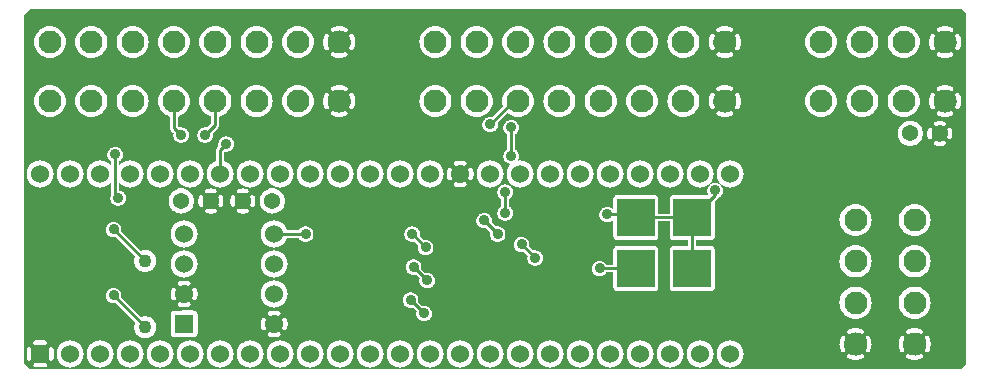
<source format=gbr>
G04 start of page 3 for group 1 idx 1 *
G04 Title: simple, bottom *
G04 Creator: pcb 20140316 *
G04 CreationDate: Fri 07 Dec 2018 12:57:29 AM GMT UTC *
G04 For: brian *
G04 Format: Gerber/RS-274X *
G04 PCB-Dimensions (mil): 6000.00 5000.00 *
G04 PCB-Coordinate-Origin: lower left *
%MOIN*%
%FSLAX25Y25*%
%LNBOTTOM*%
%ADD39C,0.0380*%
%ADD38C,0.0268*%
%ADD37C,0.0280*%
%ADD36C,0.0350*%
%ADD35C,0.0453*%
%ADD34C,0.0200*%
%ADD33C,0.0360*%
%ADD32R,0.1250X0.1250*%
%ADD31C,0.0433*%
%ADD30C,0.0600*%
%ADD29C,0.0540*%
%ADD28C,0.0768*%
%ADD27C,0.0100*%
%ADD26C,0.0001*%
G54D26*G36*
X444021Y464000D02*X445000D01*
X446500Y462500D01*
Y345500D01*
X445000Y344000D01*
X444021D01*
Y430570D01*
X444026Y430572D01*
X444134Y430618D01*
X444234Y430681D01*
X444323Y430759D01*
X444398Y430850D01*
X444456Y430952D01*
X444658Y431398D01*
X444813Y431863D01*
X444924Y432340D01*
X444991Y432826D01*
X445013Y433315D01*
X444991Y433804D01*
X444924Y434290D01*
X444813Y434767D01*
X444658Y435232D01*
X444462Y435680D01*
X444401Y435783D01*
X444326Y435874D01*
X444236Y435952D01*
X444136Y436015D01*
X444027Y436062D01*
X444021Y436064D01*
Y450255D01*
X444026Y450257D01*
X444134Y450303D01*
X444234Y450366D01*
X444323Y450444D01*
X444398Y450535D01*
X444456Y450637D01*
X444658Y451083D01*
X444813Y451548D01*
X444924Y452025D01*
X444991Y452511D01*
X445013Y453000D01*
X444991Y453489D01*
X444924Y453975D01*
X444813Y454452D01*
X444658Y454917D01*
X444462Y455365D01*
X444401Y455468D01*
X444326Y455559D01*
X444236Y455637D01*
X444136Y455700D01*
X444027Y455747D01*
X444021Y455749D01*
Y464000D01*
G37*
G36*
X441266D02*X444021D01*
Y455749D01*
X443912Y455776D01*
X443794Y455787D01*
X443675Y455779D01*
X443559Y455753D01*
X443449Y455709D01*
X443347Y455648D01*
X443256Y455573D01*
X443178Y455483D01*
X443114Y455383D01*
X443068Y455274D01*
X443038Y455159D01*
X443028Y455041D01*
X443035Y454922D01*
X443062Y454806D01*
X443108Y454697D01*
X443253Y454377D01*
X443364Y454043D01*
X443443Y453700D01*
X443492Y453352D01*
X443508Y453000D01*
X443492Y452648D01*
X443443Y452300D01*
X443364Y451957D01*
X443253Y451623D01*
X443111Y451301D01*
X443066Y451192D01*
X443039Y451077D01*
X443032Y450959D01*
X443042Y450842D01*
X443071Y450728D01*
X443118Y450619D01*
X443181Y450519D01*
X443259Y450430D01*
X443350Y450355D01*
X443451Y450294D01*
X443561Y450251D01*
X443676Y450225D01*
X443794Y450217D01*
X443911Y450228D01*
X444021Y450255D01*
Y436064D01*
X443912Y436091D01*
X443794Y436102D01*
X443675Y436094D01*
X443559Y436068D01*
X443449Y436024D01*
X443347Y435963D01*
X443256Y435887D01*
X443178Y435798D01*
X443114Y435698D01*
X443068Y435589D01*
X443038Y435474D01*
X443028Y435356D01*
X443035Y435237D01*
X443062Y435121D01*
X443108Y435012D01*
X443253Y434692D01*
X443364Y434358D01*
X443443Y434015D01*
X443492Y433666D01*
X443508Y433315D01*
X443492Y432963D01*
X443443Y432615D01*
X443364Y432272D01*
X443253Y431938D01*
X443111Y431616D01*
X443066Y431507D01*
X443039Y431392D01*
X443032Y431274D01*
X443042Y431157D01*
X443071Y431042D01*
X443118Y430934D01*
X443181Y430834D01*
X443259Y430745D01*
X443350Y430670D01*
X443451Y430609D01*
X443561Y430566D01*
X443676Y430540D01*
X443794Y430532D01*
X443911Y430543D01*
X444021Y430570D01*
Y344000D01*
X441266D01*
Y420571D01*
X441368Y420592D01*
X441478Y420633D01*
X441581Y420691D01*
X441674Y420764D01*
X441753Y420851D01*
X441819Y420949D01*
X441866Y421057D01*
X441981Y421407D01*
X442061Y421767D01*
X442109Y422132D01*
X442125Y422500D01*
X442109Y422868D01*
X442061Y423233D01*
X441981Y423593D01*
X441870Y423944D01*
X441821Y424052D01*
X441756Y424151D01*
X441675Y424238D01*
X441583Y424311D01*
X441479Y424370D01*
X441368Y424411D01*
X441266Y424432D01*
Y428220D01*
X441586Y428326D01*
X442035Y428523D01*
X442137Y428583D01*
X442228Y428659D01*
X442306Y428748D01*
X442370Y428848D01*
X442417Y428957D01*
X442446Y429072D01*
X442457Y429191D01*
X442449Y429309D01*
X442422Y429425D01*
X442378Y429535D01*
X442318Y429637D01*
X442242Y429728D01*
X442153Y429806D01*
X442052Y429870D01*
X441943Y429917D01*
X441828Y429946D01*
X441710Y429957D01*
X441591Y429949D01*
X441476Y429923D01*
X441366Y429876D01*
X441266Y429831D01*
Y436802D01*
X441368Y436757D01*
X441477Y436711D01*
X441592Y436685D01*
X441710Y436677D01*
X441827Y436688D01*
X441942Y436717D01*
X442050Y436764D01*
X442150Y436827D01*
X442239Y436904D01*
X442314Y436995D01*
X442375Y437097D01*
X442419Y437206D01*
X442445Y437321D01*
X442452Y437439D01*
X442442Y437557D01*
X442413Y437671D01*
X442366Y437780D01*
X442303Y437880D01*
X442225Y437968D01*
X442135Y438044D01*
X442032Y438102D01*
X441586Y438304D01*
X441266Y438410D01*
Y447905D01*
X441586Y448011D01*
X442035Y448208D01*
X442137Y448268D01*
X442228Y448344D01*
X442306Y448433D01*
X442370Y448533D01*
X442417Y448642D01*
X442446Y448758D01*
X442457Y448876D01*
X442449Y448994D01*
X442422Y449110D01*
X442378Y449220D01*
X442318Y449322D01*
X442242Y449413D01*
X442153Y449492D01*
X442052Y449555D01*
X441943Y449602D01*
X441828Y449631D01*
X441710Y449642D01*
X441591Y449634D01*
X441476Y449608D01*
X441366Y449561D01*
X441266Y449516D01*
Y456487D01*
X441368Y456442D01*
X441477Y456396D01*
X441592Y456370D01*
X441710Y456362D01*
X441827Y456373D01*
X441942Y456402D01*
X442050Y456449D01*
X442150Y456512D01*
X442239Y456590D01*
X442314Y456680D01*
X442375Y456782D01*
X442419Y456891D01*
X442445Y457006D01*
X442452Y457124D01*
X442442Y457242D01*
X442413Y457356D01*
X442366Y457465D01*
X442303Y457565D01*
X442225Y457653D01*
X442135Y457729D01*
X442032Y457787D01*
X441586Y457989D01*
X441266Y458095D01*
Y464000D01*
G37*
G36*
Y449516D02*X441046Y449417D01*
X440712Y449306D01*
X440369Y449226D01*
X440021Y449178D01*
X439671Y449162D01*
Y456838D01*
X440021Y456822D01*
X440369Y456774D01*
X440712Y456694D01*
X441046Y456583D01*
X441266Y456487D01*
Y449516D01*
G37*
G36*
Y438410D02*X441121Y438458D01*
X440644Y438570D01*
X440159Y438637D01*
X439671Y438659D01*
Y447656D01*
X440159Y447678D01*
X440644Y447745D01*
X441121Y447857D01*
X441266Y447905D01*
Y438410D01*
G37*
G36*
Y429831D02*X441046Y429732D01*
X440712Y429621D01*
X440369Y429541D01*
X440021Y429493D01*
X439671Y429476D01*
Y437153D01*
X440021Y437137D01*
X440369Y437089D01*
X440712Y437009D01*
X441046Y436898D01*
X441266Y436802D01*
Y429831D01*
G37*
G36*
Y344000D02*X439671D01*
Y418761D01*
X439733Y418839D01*
X439791Y418942D01*
X439832Y419053D01*
X439856Y419169D01*
X439861Y419287D01*
X439847Y419405D01*
X439815Y419519D01*
X439766Y419627D01*
X439700Y419726D01*
X439671Y419757D01*
Y425247D01*
X439698Y425276D01*
X439764Y425374D01*
X439813Y425482D01*
X439845Y425595D01*
X439858Y425713D01*
X439853Y425831D01*
X439830Y425946D01*
X439789Y426057D01*
X439731Y426160D01*
X439671Y426235D01*
Y427971D01*
X440159Y427993D01*
X440644Y428060D01*
X441121Y428172D01*
X441266Y428220D01*
Y424432D01*
X441252Y424434D01*
X441134Y424439D01*
X441016Y424426D01*
X440902Y424394D01*
X440794Y424345D01*
X440696Y424279D01*
X440608Y424199D01*
X440535Y424106D01*
X440477Y424003D01*
X440435Y423892D01*
X440412Y423776D01*
X440407Y423657D01*
X440421Y423540D01*
X440455Y423426D01*
X440528Y423202D01*
X440580Y422971D01*
X440611Y422736D01*
X440621Y422500D01*
X440611Y422264D01*
X440580Y422029D01*
X440528Y421798D01*
X440457Y421573D01*
X440423Y421460D01*
X440410Y421342D01*
X440415Y421224D01*
X440438Y421109D01*
X440479Y420998D01*
X440537Y420895D01*
X440610Y420803D01*
X440697Y420723D01*
X440796Y420658D01*
X440903Y420608D01*
X441017Y420577D01*
X441134Y420563D01*
X441252Y420568D01*
X441266Y420571D01*
Y344000D01*
G37*
G36*
X439671Y464000D02*X441266D01*
Y458095D01*
X441121Y458143D01*
X440644Y458255D01*
X440159Y458322D01*
X439671Y458344D01*
Y464000D01*
G37*
G36*
X435318D02*X439671D01*
Y458344D01*
X439669Y458344D01*
X439180Y458322D01*
X438695Y458255D01*
X438218Y458143D01*
X437753Y457989D01*
X437304Y457792D01*
X437202Y457732D01*
X437110Y457656D01*
X437032Y457567D01*
X436969Y457467D01*
X436922Y457358D01*
X436893Y457242D01*
X436882Y457124D01*
X436890Y457006D01*
X436916Y456890D01*
X436960Y456780D01*
X437021Y456678D01*
X437097Y456587D01*
X437186Y456508D01*
X437286Y456445D01*
X437395Y456398D01*
X437511Y456369D01*
X437629Y456358D01*
X437747Y456366D01*
X437863Y456392D01*
X437972Y456439D01*
X438293Y456583D01*
X438627Y456694D01*
X438969Y456774D01*
X439318Y456822D01*
X439669Y456839D01*
X439671Y456838D01*
Y449162D01*
X439669Y449161D01*
X439318Y449178D01*
X438969Y449226D01*
X438627Y449306D01*
X438293Y449417D01*
X437970Y449558D01*
X437862Y449604D01*
X437747Y449630D01*
X437629Y449638D01*
X437511Y449627D01*
X437397Y449598D01*
X437288Y449551D01*
X437188Y449488D01*
X437100Y449410D01*
X437024Y449320D01*
X436964Y449218D01*
X436920Y449109D01*
X436894Y448994D01*
X436886Y448876D01*
X436897Y448758D01*
X436926Y448644D01*
X436972Y448535D01*
X437035Y448435D01*
X437113Y448347D01*
X437204Y448271D01*
X437306Y448213D01*
X437753Y448011D01*
X438218Y447857D01*
X438695Y447745D01*
X439180Y447678D01*
X439669Y447656D01*
X439671Y447656D01*
Y438659D01*
X439669Y438659D01*
X439180Y438637D01*
X438695Y438570D01*
X438218Y438458D01*
X437753Y438304D01*
X437304Y438107D01*
X437202Y438047D01*
X437110Y437971D01*
X437032Y437882D01*
X436969Y437782D01*
X436922Y437673D01*
X436893Y437557D01*
X436882Y437439D01*
X436890Y437321D01*
X436916Y437205D01*
X436960Y437095D01*
X437021Y436993D01*
X437097Y436902D01*
X437186Y436823D01*
X437286Y436760D01*
X437395Y436713D01*
X437511Y436684D01*
X437629Y436673D01*
X437747Y436681D01*
X437863Y436707D01*
X437972Y436753D01*
X438293Y436898D01*
X438627Y437009D01*
X438969Y437089D01*
X439318Y437137D01*
X439669Y437154D01*
X439671Y437153D01*
Y429476D01*
X439669Y429476D01*
X439318Y429493D01*
X438969Y429541D01*
X438627Y429621D01*
X438293Y429732D01*
X437970Y429873D01*
X437862Y429919D01*
X437747Y429945D01*
X437629Y429953D01*
X437511Y429942D01*
X437397Y429913D01*
X437288Y429866D01*
X437188Y429803D01*
X437100Y429725D01*
X437024Y429635D01*
X436964Y429533D01*
X436920Y429424D01*
X436894Y429309D01*
X436886Y429191D01*
X436897Y429073D01*
X436926Y428959D01*
X436972Y428850D01*
X437035Y428750D01*
X437113Y428662D01*
X437204Y428586D01*
X437306Y428528D01*
X437753Y428326D01*
X438218Y428172D01*
X438695Y428060D01*
X439180Y427993D01*
X439669Y427971D01*
X439671Y427971D01*
Y426235D01*
X439657Y426252D01*
X439570Y426332D01*
X439472Y426398D01*
X439364Y426444D01*
X439014Y426560D01*
X438654Y426640D01*
X438289Y426688D01*
X437921Y426704D01*
X437553Y426688D01*
X437188Y426640D01*
X436828Y426560D01*
X436477Y426448D01*
X436369Y426400D01*
X436271Y426334D01*
X436183Y426254D01*
X436110Y426161D01*
X436052Y426058D01*
X436010Y425947D01*
X435987Y425831D01*
X435982Y425713D01*
X435995Y425595D01*
X436027Y425481D01*
X436077Y425373D01*
X436142Y425274D01*
X436222Y425187D01*
X436315Y425114D01*
X436418Y425055D01*
X436529Y425014D01*
X436645Y424991D01*
X436764Y424986D01*
X436881Y424999D01*
X436995Y425033D01*
X437219Y425107D01*
X437450Y425159D01*
X437685Y425190D01*
X437921Y425200D01*
X438158Y425190D01*
X438392Y425159D01*
X438623Y425107D01*
X438849Y425036D01*
X438962Y425002D01*
X439079Y424988D01*
X439197Y424993D01*
X439312Y425017D01*
X439423Y425058D01*
X439526Y425116D01*
X439618Y425189D01*
X439671Y425247D01*
Y419757D01*
X439620Y419813D01*
X439527Y419886D01*
X439424Y419945D01*
X439313Y419986D01*
X439197Y420009D01*
X439079Y420014D01*
X438961Y420001D01*
X438848Y419967D01*
X438623Y419893D01*
X438392Y419841D01*
X438158Y419810D01*
X437921Y419800D01*
X437685Y419810D01*
X437450Y419841D01*
X437219Y419893D01*
X436994Y419964D01*
X436881Y419998D01*
X436764Y420012D01*
X436646Y420007D01*
X436530Y419983D01*
X436419Y419942D01*
X436317Y419884D01*
X436224Y419811D01*
X436144Y419724D01*
X436079Y419626D01*
X436030Y419518D01*
X435998Y419405D01*
X435984Y419287D01*
X435989Y419169D01*
X436013Y419054D01*
X436054Y418943D01*
X436112Y418840D01*
X436185Y418748D01*
X436272Y418668D01*
X436371Y418602D01*
X436479Y418556D01*
X436828Y418440D01*
X437188Y418360D01*
X437553Y418312D01*
X437921Y418296D01*
X438289Y418312D01*
X438654Y418360D01*
X439014Y418440D01*
X439365Y418552D01*
X439473Y418600D01*
X439572Y418666D01*
X439659Y418746D01*
X439671Y418761D01*
Y344000D01*
X435318D01*
Y420912D01*
X435366Y420997D01*
X435407Y421108D01*
X435431Y421224D01*
X435436Y421343D01*
X435422Y421460D01*
X435388Y421574D01*
X435318Y421786D01*
Y423214D01*
X435386Y423427D01*
X435419Y423540D01*
X435433Y423658D01*
X435428Y423776D01*
X435405Y423891D01*
X435363Y424002D01*
X435318Y424082D01*
Y430566D01*
X435427Y430539D01*
X435545Y430528D01*
X435663Y430536D01*
X435779Y430562D01*
X435889Y430606D01*
X435991Y430667D01*
X436083Y430742D01*
X436161Y430832D01*
X436224Y430932D01*
X436271Y431041D01*
X436300Y431156D01*
X436311Y431274D01*
X436303Y431393D01*
X436277Y431509D01*
X436231Y431618D01*
X436086Y431938D01*
X435975Y432272D01*
X435895Y432615D01*
X435847Y432963D01*
X435831Y433315D01*
X435847Y433666D01*
X435895Y434015D01*
X435975Y434358D01*
X436086Y434692D01*
X436227Y435014D01*
X436273Y435123D01*
X436299Y435238D01*
X436307Y435355D01*
X436296Y435473D01*
X436267Y435587D01*
X436221Y435696D01*
X436158Y435796D01*
X436080Y435885D01*
X435989Y435960D01*
X435888Y436020D01*
X435778Y436064D01*
X435663Y436090D01*
X435545Y436098D01*
X435427Y436087D01*
X435318Y436060D01*
Y450251D01*
X435427Y450224D01*
X435545Y450213D01*
X435663Y450221D01*
X435779Y450247D01*
X435889Y450291D01*
X435991Y450352D01*
X436083Y450427D01*
X436161Y450517D01*
X436224Y450617D01*
X436271Y450726D01*
X436300Y450841D01*
X436311Y450959D01*
X436303Y451078D01*
X436277Y451194D01*
X436231Y451303D01*
X436086Y451623D01*
X435975Y451957D01*
X435895Y452300D01*
X435847Y452648D01*
X435831Y453000D01*
X435847Y453352D01*
X435895Y453700D01*
X435975Y454043D01*
X436086Y454377D01*
X436227Y454699D01*
X436273Y454808D01*
X436299Y454923D01*
X436307Y455041D01*
X436296Y455158D01*
X436267Y455272D01*
X436221Y455381D01*
X436158Y455481D01*
X436080Y455570D01*
X435989Y455645D01*
X435888Y455706D01*
X435778Y455749D01*
X435663Y455775D01*
X435545Y455783D01*
X435427Y455772D01*
X435318Y455745D01*
Y464000D01*
G37*
G36*
Y421786D02*X435314Y421798D01*
X435263Y422029D01*
X435232Y422264D01*
X435221Y422500D01*
X435232Y422736D01*
X435263Y422971D01*
X435314Y423202D01*
X435318Y423214D01*
Y421786D01*
G37*
G36*
Y344000D02*X433851D01*
Y349586D01*
X433856Y349587D01*
X433965Y349634D01*
X434065Y349697D01*
X434153Y349775D01*
X434229Y349865D01*
X434287Y349968D01*
X434489Y350414D01*
X434643Y350879D01*
X434755Y351356D01*
X434822Y351841D01*
X434844Y352331D01*
X434822Y352820D01*
X434755Y353305D01*
X434643Y353782D01*
X434489Y354247D01*
X434292Y354696D01*
X434232Y354798D01*
X434156Y354890D01*
X434067Y354968D01*
X433967Y355031D01*
X433858Y355078D01*
X433851Y355080D01*
Y362994D01*
X434271Y363679D01*
X434593Y364455D01*
X434789Y365273D01*
X434839Y366110D01*
X434789Y366948D01*
X434593Y367765D01*
X434271Y368541D01*
X433851Y369227D01*
Y376773D01*
X434271Y377459D01*
X434593Y378235D01*
X434789Y379052D01*
X434839Y379890D01*
X434789Y380727D01*
X434593Y381545D01*
X434271Y382321D01*
X433851Y383006D01*
Y390553D01*
X434271Y391238D01*
X434593Y392014D01*
X434789Y392832D01*
X434839Y393669D01*
X434789Y394507D01*
X434593Y395324D01*
X434271Y396100D01*
X433851Y396786D01*
Y421454D01*
X433862Y421407D01*
X433973Y421056D01*
X434021Y420948D01*
X434087Y420849D01*
X434167Y420762D01*
X434260Y420689D01*
X434363Y420630D01*
X434474Y420589D01*
X434590Y420566D01*
X434709Y420561D01*
X434826Y420574D01*
X434940Y420606D01*
X435048Y420655D01*
X435147Y420721D01*
X435234Y420801D01*
X435308Y420894D01*
X435318Y420912D01*
Y344000D01*
G37*
G36*
X433851Y464000D02*X435318D01*
Y455745D01*
X435313Y455743D01*
X435205Y455697D01*
X435105Y455634D01*
X435016Y455556D01*
X434940Y455465D01*
X434882Y455363D01*
X434681Y454917D01*
X434526Y454452D01*
X434415Y453975D01*
X434348Y453489D01*
X434325Y453000D01*
X434348Y452511D01*
X434415Y452025D01*
X434526Y451548D01*
X434681Y451083D01*
X434877Y450635D01*
X434937Y450532D01*
X435013Y450441D01*
X435102Y450363D01*
X435203Y450300D01*
X435312Y450253D01*
X435318Y450251D01*
Y436060D01*
X435313Y436058D01*
X435205Y436012D01*
X435105Y435949D01*
X435016Y435871D01*
X434940Y435780D01*
X434882Y435678D01*
X434681Y435232D01*
X434526Y434767D01*
X434415Y434290D01*
X434348Y433804D01*
X434325Y433315D01*
X434348Y432826D01*
X434415Y432340D01*
X434526Y431863D01*
X434681Y431398D01*
X434877Y430950D01*
X434937Y430847D01*
X435013Y430756D01*
X435102Y430678D01*
X435203Y430615D01*
X435312Y430568D01*
X435318Y430566D01*
Y424082D01*
X435305Y424105D01*
X435232Y424197D01*
X435145Y424277D01*
X435047Y424342D01*
X434940Y424392D01*
X434826Y424423D01*
X434709Y424437D01*
X434591Y424432D01*
X434475Y424408D01*
X434364Y424367D01*
X434261Y424309D01*
X434169Y424236D01*
X434089Y424149D01*
X434024Y424051D01*
X433977Y423943D01*
X433862Y423593D01*
X433851Y423546D01*
Y464000D01*
G37*
G36*
Y383006D02*X433832Y383037D01*
X433287Y383676D01*
X432648Y384222D01*
X431931Y384661D01*
X431155Y384983D01*
X430338Y385179D01*
X429500Y385245D01*
X429492Y385244D01*
Y388315D01*
X429500Y388314D01*
X430338Y388380D01*
X431155Y388576D01*
X431931Y388898D01*
X432648Y389337D01*
X433287Y389883D01*
X433832Y390522D01*
X433851Y390553D01*
Y383006D01*
G37*
G36*
Y369227D02*X433832Y369258D01*
X433287Y369897D01*
X432648Y370443D01*
X431931Y370882D01*
X431155Y371203D01*
X430338Y371399D01*
X429500Y371465D01*
X429492Y371465D01*
Y374535D01*
X429500Y374535D01*
X430338Y374601D01*
X431155Y374797D01*
X431931Y375118D01*
X432648Y375557D01*
X433287Y376103D01*
X433832Y376742D01*
X433851Y376773D01*
Y369227D01*
G37*
G36*
Y344000D02*X429492D01*
Y346987D01*
X429500Y346987D01*
X429989Y347009D01*
X430475Y347076D01*
X430952Y347187D01*
X431417Y347342D01*
X431865Y347538D01*
X431968Y347599D01*
X432059Y347674D01*
X432137Y347764D01*
X432200Y347864D01*
X432247Y347973D01*
X432276Y348088D01*
X432287Y348206D01*
X432279Y348325D01*
X432253Y348441D01*
X432209Y348551D01*
X432148Y348653D01*
X432073Y348744D01*
X431983Y348822D01*
X431883Y348886D01*
X431774Y348932D01*
X431659Y348962D01*
X431541Y348972D01*
X431422Y348965D01*
X431306Y348938D01*
X431197Y348892D01*
X430877Y348747D01*
X430543Y348636D01*
X430200Y348557D01*
X429852Y348508D01*
X429500Y348492D01*
X429492Y348493D01*
Y356169D01*
X429500Y356169D01*
X429852Y356153D01*
X430200Y356105D01*
X430543Y356025D01*
X430877Y355914D01*
X431199Y355773D01*
X431308Y355727D01*
X431423Y355701D01*
X431541Y355693D01*
X431658Y355704D01*
X431772Y355733D01*
X431881Y355779D01*
X431981Y355842D01*
X432070Y355920D01*
X432145Y356011D01*
X432206Y356112D01*
X432249Y356222D01*
X432275Y356337D01*
X432283Y356455D01*
X432272Y356573D01*
X432243Y356687D01*
X432197Y356795D01*
X432134Y356895D01*
X432056Y356984D01*
X431965Y357060D01*
X431863Y357118D01*
X431417Y357319D01*
X430952Y357474D01*
X430475Y357585D01*
X429989Y357652D01*
X429500Y357675D01*
X429492Y357675D01*
Y360756D01*
X429500Y360755D01*
X430338Y360821D01*
X431155Y361017D01*
X431931Y361339D01*
X432648Y361778D01*
X433287Y362324D01*
X433832Y362963D01*
X433851Y362994D01*
Y355080D01*
X433742Y355107D01*
X433624Y355118D01*
X433506Y355110D01*
X433390Y355084D01*
X433280Y355040D01*
X433178Y354979D01*
X433087Y354903D01*
X433008Y354814D01*
X432945Y354714D01*
X432898Y354605D01*
X432869Y354489D01*
X432858Y354371D01*
X432866Y354253D01*
X432892Y354137D01*
X432939Y354028D01*
X433083Y353707D01*
X433194Y353373D01*
X433274Y353031D01*
X433322Y352682D01*
X433339Y352331D01*
X433322Y351979D01*
X433274Y351631D01*
X433194Y351288D01*
X433083Y350954D01*
X432942Y350632D01*
X432896Y350523D01*
X432870Y350408D01*
X432862Y350290D01*
X432873Y350173D01*
X432902Y350058D01*
X432949Y349950D01*
X433012Y349850D01*
X433090Y349761D01*
X433180Y349686D01*
X433282Y349625D01*
X433391Y349581D01*
X433506Y349555D01*
X433624Y349548D01*
X433742Y349558D01*
X433851Y349586D01*
Y344000D01*
G37*
G36*
X429492Y464000D02*X433851D01*
Y423546D01*
X433782Y423233D01*
X433733Y422868D01*
X433717Y422500D01*
X433733Y422132D01*
X433782Y421767D01*
X433851Y421454D01*
Y396786D01*
X433832Y396817D01*
X433287Y397456D01*
X432648Y398002D01*
X431931Y398441D01*
X431155Y398762D01*
X430338Y398958D01*
X429500Y399024D01*
X429492Y399024D01*
Y418539D01*
X429991Y418746D01*
X430555Y419092D01*
X431058Y419521D01*
X431487Y420024D01*
X431833Y420587D01*
X432085Y421198D01*
X432240Y421841D01*
X432279Y422500D01*
X432240Y423159D01*
X432085Y423802D01*
X431833Y424413D01*
X431487Y424976D01*
X431058Y425479D01*
X430555Y425908D01*
X429991Y426254D01*
X429492Y426461D01*
Y429371D01*
X429676Y429528D01*
X430222Y430167D01*
X430661Y430884D01*
X430983Y431660D01*
X431179Y432477D01*
X431228Y433315D01*
X431179Y434153D01*
X430983Y434970D01*
X430661Y435746D01*
X430222Y436463D01*
X429676Y437102D01*
X429492Y437259D01*
Y449056D01*
X429676Y449213D01*
X430222Y449852D01*
X430661Y450569D01*
X430983Y451345D01*
X431179Y452162D01*
X431228Y453000D01*
X431179Y453838D01*
X430983Y454655D01*
X430661Y455431D01*
X430222Y456148D01*
X429676Y456787D01*
X429492Y456944D01*
Y464000D01*
G37*
G36*
X425149Y362994D02*X425168Y362963D01*
X425713Y362324D01*
X426352Y361778D01*
X427069Y361339D01*
X427845Y361017D01*
X428662Y360821D01*
X429492Y360756D01*
Y357675D01*
X429011Y357652D01*
X428525Y357585D01*
X428048Y357474D01*
X427583Y357319D01*
X427135Y357123D01*
X427032Y357063D01*
X426941Y356987D01*
X426863Y356898D01*
X426800Y356797D01*
X426753Y356688D01*
X426724Y356573D01*
X426713Y356455D01*
X426721Y356337D01*
X426747Y356221D01*
X426791Y356111D01*
X426852Y356009D01*
X426927Y355917D01*
X427017Y355839D01*
X427117Y355776D01*
X427226Y355729D01*
X427341Y355700D01*
X427459Y355689D01*
X427578Y355697D01*
X427694Y355723D01*
X427803Y355769D01*
X428123Y355914D01*
X428457Y356025D01*
X428800Y356105D01*
X429148Y356153D01*
X429492Y356169D01*
Y348493D01*
X429148Y348508D01*
X428800Y348557D01*
X428457Y348636D01*
X428123Y348747D01*
X427801Y348889D01*
X427692Y348934D01*
X427577Y348961D01*
X427459Y348968D01*
X427342Y348958D01*
X427228Y348929D01*
X427119Y348882D01*
X427019Y348819D01*
X426930Y348741D01*
X426855Y348650D01*
X426794Y348549D01*
X426751Y348439D01*
X426725Y348324D01*
X426717Y348206D01*
X426728Y348089D01*
X426757Y347974D01*
X426803Y347866D01*
X426866Y347766D01*
X426944Y347677D01*
X427035Y347602D01*
X427137Y347544D01*
X427583Y347342D01*
X428048Y347187D01*
X428525Y347076D01*
X429011Y347009D01*
X429492Y346987D01*
Y344000D01*
X425149D01*
Y349582D01*
X425258Y349554D01*
X425376Y349543D01*
X425494Y349551D01*
X425610Y349578D01*
X425720Y349622D01*
X425822Y349682D01*
X425913Y349758D01*
X425992Y349847D01*
X426055Y349948D01*
X426102Y350057D01*
X426131Y350172D01*
X426142Y350290D01*
X426134Y350409D01*
X426108Y350524D01*
X426061Y350634D01*
X425917Y350954D01*
X425806Y351288D01*
X425726Y351631D01*
X425678Y351979D01*
X425661Y352331D01*
X425678Y352682D01*
X425726Y353031D01*
X425806Y353373D01*
X425917Y353707D01*
X426058Y354030D01*
X426104Y354138D01*
X426130Y354253D01*
X426138Y354371D01*
X426127Y354489D01*
X426098Y354603D01*
X426051Y354712D01*
X425988Y354812D01*
X425910Y354900D01*
X425820Y354976D01*
X425718Y355036D01*
X425609Y355080D01*
X425494Y355106D01*
X425376Y355114D01*
X425258Y355103D01*
X425149Y355075D01*
Y362994D01*
G37*
G36*
Y376773D02*X425168Y376742D01*
X425713Y376103D01*
X426352Y375557D01*
X427069Y375118D01*
X427845Y374797D01*
X428662Y374601D01*
X429492Y374535D01*
Y371465D01*
X428662Y371399D01*
X427845Y371203D01*
X427069Y370882D01*
X426352Y370443D01*
X425713Y369897D01*
X425168Y369258D01*
X425149Y369227D01*
Y376773D01*
G37*
G36*
Y390553D02*X425168Y390522D01*
X425713Y389883D01*
X426352Y389337D01*
X427069Y388898D01*
X427845Y388576D01*
X428662Y388380D01*
X429492Y388315D01*
Y385244D01*
X428662Y385179D01*
X427845Y384983D01*
X427069Y384661D01*
X426352Y384222D01*
X425713Y383676D01*
X425168Y383037D01*
X425149Y383006D01*
Y390553D01*
G37*
G36*
Y419479D02*X425602Y419092D01*
X426166Y418746D01*
X426777Y418493D01*
X427420Y418339D01*
X428079Y418287D01*
X428738Y418339D01*
X429381Y418493D01*
X429492Y418539D01*
Y399024D01*
X428662Y398958D01*
X427845Y398762D01*
X427069Y398441D01*
X426352Y398002D01*
X425713Y397456D01*
X425168Y396817D01*
X425149Y396786D01*
Y419479D01*
G37*
G36*
Y428018D02*X425890Y427960D01*
X426727Y428026D01*
X427545Y428222D01*
X428321Y428544D01*
X429037Y428983D01*
X429492Y429371D01*
Y426461D01*
X429381Y426507D01*
X428738Y426661D01*
X428079Y426713D01*
X427420Y426661D01*
X426777Y426507D01*
X426166Y426254D01*
X425602Y425908D01*
X425149Y425521D01*
Y428018D01*
G37*
G36*
Y447703D02*X425890Y447645D01*
X426727Y447711D01*
X427545Y447907D01*
X428321Y448229D01*
X429037Y448668D01*
X429492Y449056D01*
Y437259D01*
X429037Y437647D01*
X428321Y438086D01*
X427545Y438408D01*
X426727Y438604D01*
X425890Y438670D01*
X425149Y438612D01*
Y447703D01*
G37*
G36*
Y464000D02*X429492D01*
Y456944D01*
X429037Y457332D01*
X428321Y457771D01*
X427545Y458093D01*
X426727Y458289D01*
X425890Y458355D01*
X425149Y458297D01*
Y464000D01*
G37*
G36*
X414166D02*X425149D01*
Y458297D01*
X425052Y458289D01*
X424235Y458093D01*
X423459Y457771D01*
X422742Y457332D01*
X422103Y456787D01*
X421557Y456148D01*
X421118Y455431D01*
X420797Y454655D01*
X420601Y453838D01*
X420535Y453000D01*
X420601Y452162D01*
X420797Y451345D01*
X421118Y450569D01*
X421557Y449852D01*
X422103Y449213D01*
X422742Y448668D01*
X423459Y448229D01*
X424235Y447907D01*
X425052Y447711D01*
X425149Y447703D01*
Y438612D01*
X425052Y438604D01*
X424235Y438408D01*
X423459Y438086D01*
X422742Y437647D01*
X422103Y437102D01*
X421557Y436463D01*
X421118Y435746D01*
X420797Y434970D01*
X420601Y434153D01*
X420535Y433315D01*
X420601Y432477D01*
X420797Y431660D01*
X421118Y430884D01*
X421557Y430167D01*
X422103Y429528D01*
X422742Y428983D01*
X423459Y428544D01*
X424235Y428222D01*
X425052Y428026D01*
X425149Y428018D01*
Y425521D01*
X425100Y425479D01*
X424670Y424976D01*
X424325Y424413D01*
X424072Y423802D01*
X423918Y423159D01*
X423866Y422500D01*
X423918Y421841D01*
X424072Y421198D01*
X424325Y420587D01*
X424670Y420024D01*
X425100Y419521D01*
X425149Y419479D01*
Y396786D01*
X424729Y396100D01*
X424407Y395324D01*
X424211Y394507D01*
X424145Y393669D01*
X424211Y392832D01*
X424407Y392014D01*
X424729Y391238D01*
X425149Y390553D01*
Y383006D01*
X424729Y382321D01*
X424407Y381545D01*
X424211Y380727D01*
X424145Y379890D01*
X424211Y379052D01*
X424407Y378235D01*
X424729Y377459D01*
X425149Y376773D01*
Y369227D01*
X424729Y368541D01*
X424407Y367765D01*
X424211Y366948D01*
X424145Y366110D01*
X424211Y365273D01*
X424407Y364455D01*
X424729Y363679D01*
X425149Y362994D01*
Y355075D01*
X425144Y355074D01*
X425035Y355028D01*
X424935Y354965D01*
X424847Y354887D01*
X424771Y354796D01*
X424713Y354694D01*
X424511Y354247D01*
X424357Y353782D01*
X424245Y353305D01*
X424178Y352820D01*
X424156Y352331D01*
X424178Y351841D01*
X424245Y351356D01*
X424357Y350879D01*
X424511Y350414D01*
X424708Y349965D01*
X424768Y349863D01*
X424844Y349772D01*
X424933Y349694D01*
X425033Y349630D01*
X425142Y349583D01*
X425149Y349582D01*
Y344000D01*
X414166D01*
Y349586D01*
X414171Y349587D01*
X414280Y349634D01*
X414380Y349697D01*
X414468Y349775D01*
X414544Y349865D01*
X414602Y349968D01*
X414804Y350414D01*
X414958Y350879D01*
X415070Y351356D01*
X415137Y351841D01*
X415159Y352331D01*
X415137Y352820D01*
X415070Y353305D01*
X414958Y353782D01*
X414804Y354247D01*
X414607Y354696D01*
X414547Y354798D01*
X414471Y354890D01*
X414382Y354968D01*
X414282Y355031D01*
X414172Y355078D01*
X414166Y355080D01*
Y362994D01*
X414586Y363679D01*
X414908Y364455D01*
X415104Y365273D01*
X415154Y366110D01*
X415104Y366948D01*
X414908Y367765D01*
X414586Y368541D01*
X414166Y369227D01*
Y376773D01*
X414586Y377459D01*
X414908Y378235D01*
X415104Y379052D01*
X415154Y379890D01*
X415104Y380727D01*
X414908Y381545D01*
X414586Y382321D01*
X414166Y383006D01*
Y390553D01*
X414586Y391238D01*
X414908Y392014D01*
X415104Y392832D01*
X415154Y393669D01*
X415104Y394507D01*
X414908Y395324D01*
X414586Y396100D01*
X414166Y396786D01*
Y428388D01*
X414541Y428544D01*
X415258Y428983D01*
X415897Y429528D01*
X416443Y430167D01*
X416882Y430884D01*
X417203Y431660D01*
X417399Y432477D01*
X417449Y433315D01*
X417399Y434153D01*
X417203Y434970D01*
X416882Y435746D01*
X416443Y436463D01*
X415897Y437102D01*
X415258Y437647D01*
X414541Y438086D01*
X414166Y438242D01*
Y448073D01*
X414541Y448229D01*
X415258Y448668D01*
X415897Y449213D01*
X416443Y449852D01*
X416882Y450569D01*
X417203Y451345D01*
X417399Y452162D01*
X417449Y453000D01*
X417399Y453838D01*
X417203Y454655D01*
X416882Y455431D01*
X416443Y456148D01*
X415897Y456787D01*
X415258Y457332D01*
X414541Y457771D01*
X414166Y457927D01*
Y464000D01*
G37*
G36*
Y438242D02*X413765Y438408D01*
X412948Y438604D01*
X412110Y438670D01*
X411273Y438604D01*
X410455Y438408D01*
X409807Y438139D01*
Y448176D01*
X410455Y447907D01*
X411273Y447711D01*
X412110Y447645D01*
X412948Y447711D01*
X413765Y447907D01*
X414166Y448073D01*
Y438242D01*
G37*
G36*
Y396786D02*X414147Y396817D01*
X413602Y397456D01*
X412963Y398002D01*
X412246Y398441D01*
X411470Y398762D01*
X410653Y398958D01*
X409815Y399024D01*
X409807Y399024D01*
Y428491D01*
X410455Y428222D01*
X411273Y428026D01*
X412110Y427960D01*
X412948Y428026D01*
X413765Y428222D01*
X414166Y428388D01*
Y396786D01*
G37*
G36*
Y383006D02*X414147Y383037D01*
X413602Y383676D01*
X412963Y384222D01*
X412246Y384661D01*
X411470Y384983D01*
X410653Y385179D01*
X409815Y385245D01*
X409807Y385244D01*
Y388315D01*
X409815Y388314D01*
X410653Y388380D01*
X411470Y388576D01*
X412246Y388898D01*
X412963Y389337D01*
X413602Y389883D01*
X414147Y390522D01*
X414166Y390553D01*
Y383006D01*
G37*
G36*
Y369227D02*X414147Y369258D01*
X413602Y369897D01*
X412963Y370443D01*
X412246Y370882D01*
X411470Y371203D01*
X410653Y371399D01*
X409815Y371465D01*
X409807Y371465D01*
Y374535D01*
X409815Y374535D01*
X410653Y374601D01*
X411470Y374797D01*
X412246Y375118D01*
X412963Y375557D01*
X413602Y376103D01*
X414147Y376742D01*
X414166Y376773D01*
Y369227D01*
G37*
G36*
Y344000D02*X409807D01*
Y346987D01*
X409815Y346987D01*
X410304Y347009D01*
X410790Y347076D01*
X411267Y347187D01*
X411732Y347342D01*
X412180Y347538D01*
X412283Y347599D01*
X412374Y347674D01*
X412452Y347764D01*
X412515Y347864D01*
X412562Y347973D01*
X412591Y348088D01*
X412602Y348206D01*
X412594Y348325D01*
X412568Y348441D01*
X412524Y348551D01*
X412463Y348653D01*
X412387Y348744D01*
X412298Y348822D01*
X412198Y348886D01*
X412089Y348932D01*
X411974Y348962D01*
X411856Y348972D01*
X411737Y348965D01*
X411621Y348938D01*
X411512Y348892D01*
X411192Y348747D01*
X410858Y348636D01*
X410515Y348557D01*
X410166Y348508D01*
X409815Y348492D01*
X409807Y348493D01*
Y356169D01*
X409815Y356169D01*
X410166Y356153D01*
X410515Y356105D01*
X410858Y356025D01*
X411192Y355914D01*
X411514Y355773D01*
X411623Y355727D01*
X411738Y355701D01*
X411855Y355693D01*
X411973Y355704D01*
X412087Y355733D01*
X412196Y355779D01*
X412296Y355842D01*
X412385Y355920D01*
X412460Y356011D01*
X412520Y356112D01*
X412564Y356222D01*
X412590Y356337D01*
X412598Y356455D01*
X412587Y356573D01*
X412558Y356687D01*
X412512Y356795D01*
X412449Y356895D01*
X412371Y356984D01*
X412280Y357060D01*
X412178Y357118D01*
X411732Y357319D01*
X411267Y357474D01*
X410790Y357585D01*
X410304Y357652D01*
X409815Y357675D01*
X409807Y357675D01*
Y360756D01*
X409815Y360755D01*
X410653Y360821D01*
X411470Y361017D01*
X412246Y361339D01*
X412963Y361778D01*
X413602Y362324D01*
X414147Y362963D01*
X414166Y362994D01*
Y355080D01*
X414057Y355107D01*
X413939Y355118D01*
X413821Y355110D01*
X413705Y355084D01*
X413595Y355040D01*
X413493Y354979D01*
X413402Y354903D01*
X413323Y354814D01*
X413260Y354714D01*
X413213Y354605D01*
X413184Y354489D01*
X413173Y354371D01*
X413181Y354253D01*
X413207Y354137D01*
X413253Y354028D01*
X413398Y353707D01*
X413509Y353373D01*
X413589Y353031D01*
X413637Y352682D01*
X413654Y352331D01*
X413637Y351979D01*
X413589Y351631D01*
X413509Y351288D01*
X413398Y350954D01*
X413257Y350632D01*
X413211Y350523D01*
X413185Y350408D01*
X413177Y350290D01*
X413188Y350173D01*
X413217Y350058D01*
X413264Y349950D01*
X413327Y349850D01*
X413404Y349761D01*
X413495Y349686D01*
X413597Y349625D01*
X413706Y349581D01*
X413821Y349555D01*
X413939Y349548D01*
X414057Y349558D01*
X414166Y349586D01*
Y344000D01*
G37*
G36*
X409807Y464000D02*X414166D01*
Y457927D01*
X413765Y458093D01*
X412948Y458289D01*
X412110Y458355D01*
X411273Y458289D01*
X410455Y458093D01*
X409807Y457824D01*
Y464000D01*
G37*
G36*
X405464Y362994D02*X405483Y362963D01*
X406028Y362324D01*
X406667Y361778D01*
X407384Y361339D01*
X408160Y361017D01*
X408977Y360821D01*
X409807Y360756D01*
Y357675D01*
X409326Y357652D01*
X408840Y357585D01*
X408363Y357474D01*
X407898Y357319D01*
X407450Y357123D01*
X407347Y357063D01*
X407256Y356987D01*
X407178Y356898D01*
X407115Y356797D01*
X407068Y356688D01*
X407039Y356573D01*
X407028Y356455D01*
X407036Y356337D01*
X407062Y356221D01*
X407106Y356111D01*
X407167Y356009D01*
X407242Y355917D01*
X407332Y355839D01*
X407432Y355776D01*
X407541Y355729D01*
X407656Y355700D01*
X407774Y355689D01*
X407893Y355697D01*
X408009Y355723D01*
X408118Y355769D01*
X408438Y355914D01*
X408772Y356025D01*
X409115Y356105D01*
X409463Y356153D01*
X409807Y356169D01*
Y348493D01*
X409463Y348508D01*
X409115Y348557D01*
X408772Y348636D01*
X408438Y348747D01*
X408116Y348889D01*
X408007Y348934D01*
X407892Y348961D01*
X407774Y348968D01*
X407657Y348958D01*
X407542Y348929D01*
X407434Y348882D01*
X407334Y348819D01*
X407245Y348741D01*
X407170Y348650D01*
X407109Y348549D01*
X407066Y348439D01*
X407040Y348324D01*
X407032Y348206D01*
X407043Y348089D01*
X407072Y347974D01*
X407118Y347866D01*
X407181Y347766D01*
X407259Y347677D01*
X407350Y347602D01*
X407452Y347544D01*
X407898Y347342D01*
X408363Y347187D01*
X408840Y347076D01*
X409326Y347009D01*
X409807Y346987D01*
Y344000D01*
X405464D01*
Y349582D01*
X405572Y349554D01*
X405691Y349543D01*
X405809Y349551D01*
X405925Y349578D01*
X406035Y349622D01*
X406137Y349682D01*
X406228Y349758D01*
X406306Y349847D01*
X406370Y349948D01*
X406417Y350057D01*
X406446Y350172D01*
X406457Y350290D01*
X406449Y350409D01*
X406423Y350524D01*
X406376Y350634D01*
X406232Y350954D01*
X406121Y351288D01*
X406041Y351631D01*
X405993Y351979D01*
X405976Y352331D01*
X405993Y352682D01*
X406041Y353031D01*
X406121Y353373D01*
X406232Y353707D01*
X406373Y354030D01*
X406419Y354138D01*
X406445Y354253D01*
X406453Y354371D01*
X406442Y354489D01*
X406413Y354603D01*
X406366Y354712D01*
X406303Y354812D01*
X406225Y354900D01*
X406135Y354976D01*
X406033Y355036D01*
X405924Y355080D01*
X405809Y355106D01*
X405691Y355114D01*
X405573Y355103D01*
X405464Y355075D01*
Y362994D01*
G37*
G36*
Y376773D02*X405483Y376742D01*
X406028Y376103D01*
X406667Y375557D01*
X407384Y375118D01*
X408160Y374797D01*
X408977Y374601D01*
X409807Y374535D01*
Y371465D01*
X408977Y371399D01*
X408160Y371203D01*
X407384Y370882D01*
X406667Y370443D01*
X406028Y369897D01*
X405483Y369258D01*
X405464Y369227D01*
Y376773D01*
G37*
G36*
Y390553D02*X405483Y390522D01*
X406028Y389883D01*
X406667Y389337D01*
X407384Y388898D01*
X408160Y388576D01*
X408977Y388380D01*
X409807Y388315D01*
Y385244D01*
X408977Y385179D01*
X408160Y384983D01*
X407384Y384661D01*
X406667Y384222D01*
X406028Y383676D01*
X405483Y383037D01*
X405464Y383006D01*
Y390553D01*
G37*
G36*
Y464000D02*X409807D01*
Y457824D01*
X409679Y457771D01*
X408963Y457332D01*
X408324Y456787D01*
X407778Y456148D01*
X407339Y455431D01*
X407017Y454655D01*
X406821Y453838D01*
X406755Y453000D01*
X406821Y452162D01*
X407017Y451345D01*
X407339Y450569D01*
X407778Y449852D01*
X408324Y449213D01*
X408963Y448668D01*
X409679Y448229D01*
X409807Y448176D01*
Y438139D01*
X409679Y438086D01*
X408963Y437647D01*
X408324Y437102D01*
X407778Y436463D01*
X407339Y435746D01*
X407017Y434970D01*
X406821Y434153D01*
X406755Y433315D01*
X406821Y432477D01*
X407017Y431660D01*
X407339Y430884D01*
X407778Y430167D01*
X408324Y429528D01*
X408963Y428983D01*
X409679Y428544D01*
X409807Y428491D01*
Y399024D01*
X408977Y398958D01*
X408160Y398762D01*
X407384Y398441D01*
X406667Y398002D01*
X406028Y397456D01*
X405483Y396817D01*
X405464Y396786D01*
Y464000D01*
G37*
G36*
X398322D02*X405464D01*
Y396786D01*
X405044Y396100D01*
X404722Y395324D01*
X404526Y394507D01*
X404460Y393669D01*
X404526Y392832D01*
X404722Y392014D01*
X405044Y391238D01*
X405464Y390553D01*
Y383006D01*
X405044Y382321D01*
X404722Y381545D01*
X404526Y380727D01*
X404460Y379890D01*
X404526Y379052D01*
X404722Y378235D01*
X405044Y377459D01*
X405464Y376773D01*
Y369227D01*
X405044Y368541D01*
X404722Y367765D01*
X404526Y366948D01*
X404460Y366110D01*
X404526Y365273D01*
X404722Y364455D01*
X405044Y363679D01*
X405464Y362994D01*
Y355075D01*
X405459Y355074D01*
X405350Y355028D01*
X405250Y354965D01*
X405162Y354887D01*
X405086Y354796D01*
X405028Y354694D01*
X404826Y354247D01*
X404672Y353782D01*
X404560Y353305D01*
X404493Y352820D01*
X404471Y352331D01*
X404493Y351841D01*
X404560Y351356D01*
X404672Y350879D01*
X404826Y350414D01*
X405023Y349965D01*
X405083Y349863D01*
X405159Y349772D01*
X405248Y349694D01*
X405348Y349630D01*
X405457Y349583D01*
X405464Y349582D01*
Y344000D01*
X398322D01*
Y427961D01*
X398331Y427960D01*
X399168Y428026D01*
X399986Y428222D01*
X400762Y428544D01*
X401478Y428983D01*
X402117Y429528D01*
X402663Y430167D01*
X403102Y430884D01*
X403424Y431660D01*
X403620Y432477D01*
X403669Y433315D01*
X403620Y434153D01*
X403424Y434970D01*
X403102Y435746D01*
X402663Y436463D01*
X402117Y437102D01*
X401478Y437647D01*
X400762Y438086D01*
X399986Y438408D01*
X399168Y438604D01*
X398331Y438670D01*
X398322Y438669D01*
Y447646D01*
X398331Y447645D01*
X399168Y447711D01*
X399986Y447907D01*
X400762Y448229D01*
X401478Y448668D01*
X402117Y449213D01*
X402663Y449852D01*
X403102Y450569D01*
X403424Y451345D01*
X403620Y452162D01*
X403669Y453000D01*
X403620Y453838D01*
X403424Y454655D01*
X403102Y455431D01*
X402663Y456148D01*
X402117Y456787D01*
X401478Y457332D01*
X400762Y457771D01*
X399986Y458093D01*
X399168Y458289D01*
X398331Y458355D01*
X398322Y458354D01*
Y464000D01*
G37*
G36*
X370580D02*X398322D01*
Y458354D01*
X397493Y458289D01*
X396676Y458093D01*
X395900Y457771D01*
X395183Y457332D01*
X394544Y456787D01*
X393998Y456148D01*
X393559Y455431D01*
X393238Y454655D01*
X393042Y453838D01*
X392976Y453000D01*
X393042Y452162D01*
X393238Y451345D01*
X393559Y450569D01*
X393998Y449852D01*
X394544Y449213D01*
X395183Y448668D01*
X395900Y448229D01*
X396676Y447907D01*
X397493Y447711D01*
X398322Y447646D01*
Y438669D01*
X397493Y438604D01*
X396676Y438408D01*
X395900Y438086D01*
X395183Y437647D01*
X394544Y437102D01*
X393998Y436463D01*
X393559Y435746D01*
X393238Y434970D01*
X393042Y434153D01*
X392976Y433315D01*
X393042Y432477D01*
X393238Y431660D01*
X393559Y430884D01*
X393998Y430167D01*
X394544Y429528D01*
X395183Y428983D01*
X395900Y428544D01*
X396676Y428222D01*
X397493Y428026D01*
X398322Y427961D01*
Y344000D01*
X389718D01*
X389741Y344093D01*
X389750Y344250D01*
X389741Y370907D01*
X389704Y371060D01*
X389644Y371205D01*
X389562Y371340D01*
X389459Y371459D01*
X389340Y371562D01*
X389205Y371644D01*
X389060Y371704D01*
X388907Y371741D01*
X388750Y371750D01*
X376093Y371741D01*
X375940Y371704D01*
X375795Y371644D01*
X375660Y371562D01*
X375541Y371459D01*
X375438Y371340D01*
X375356Y371205D01*
X375296Y371060D01*
X375259Y370907D01*
X375250Y370750D01*
X375259Y344093D01*
X375282Y344000D01*
X370580D01*
Y345303D01*
X370653Y345348D01*
X371192Y345808D01*
X371652Y346347D01*
X372022Y346951D01*
X372293Y347605D01*
X372458Y348294D01*
X372500Y349000D01*
X372458Y349706D01*
X372293Y350395D01*
X372022Y351049D01*
X371652Y351653D01*
X371192Y352192D01*
X370653Y352652D01*
X370580Y352697D01*
Y405303D01*
X370653Y405348D01*
X371192Y405808D01*
X371652Y406347D01*
X372022Y406951D01*
X372293Y407605D01*
X372458Y408294D01*
X372500Y409000D01*
X372458Y409706D01*
X372293Y410395D01*
X372022Y411049D01*
X371652Y411653D01*
X371192Y412192D01*
X370653Y412652D01*
X370580Y412697D01*
Y430570D01*
X370585Y430572D01*
X370693Y430618D01*
X370793Y430681D01*
X370882Y430759D01*
X370957Y430850D01*
X371016Y430952D01*
X371217Y431398D01*
X371372Y431863D01*
X371483Y432340D01*
X371550Y432826D01*
X371573Y433315D01*
X371550Y433804D01*
X371483Y434290D01*
X371372Y434767D01*
X371217Y435232D01*
X371021Y435680D01*
X370961Y435783D01*
X370885Y435874D01*
X370795Y435952D01*
X370695Y436015D01*
X370586Y436062D01*
X370580Y436064D01*
Y450255D01*
X370585Y450257D01*
X370693Y450303D01*
X370793Y450366D01*
X370882Y450444D01*
X370957Y450535D01*
X371016Y450637D01*
X371217Y451083D01*
X371372Y451548D01*
X371483Y452025D01*
X371550Y452511D01*
X371573Y453000D01*
X371550Y453489D01*
X371483Y453975D01*
X371372Y454452D01*
X371217Y454917D01*
X371021Y455365D01*
X370961Y455468D01*
X370885Y455559D01*
X370795Y455637D01*
X370695Y455700D01*
X370586Y455747D01*
X370580Y455749D01*
Y464000D01*
G37*
G36*
Y352697D02*X370049Y353022D01*
X369395Y353293D01*
X368706Y353458D01*
X368000Y353514D01*
X367993Y353513D01*
Y404487D01*
X368000Y404486D01*
X368706Y404542D01*
X369395Y404707D01*
X370049Y404978D01*
X370580Y405303D01*
Y352697D01*
G37*
G36*
Y344000D02*X367993D01*
Y344487D01*
X368000Y344486D01*
X368706Y344542D01*
X369395Y344707D01*
X370049Y344978D01*
X370580Y345303D01*
Y344000D01*
G37*
G36*
X367993Y464000D02*X370580D01*
Y455749D01*
X370471Y455776D01*
X370353Y455787D01*
X370234Y455779D01*
X370118Y455753D01*
X370008Y455709D01*
X369906Y455648D01*
X369815Y455573D01*
X369737Y455483D01*
X369674Y455383D01*
X369627Y455274D01*
X369598Y455159D01*
X369587Y455041D01*
X369595Y454922D01*
X369621Y454806D01*
X369667Y454697D01*
X369812Y454377D01*
X369923Y454043D01*
X370003Y453700D01*
X370051Y453352D01*
X370067Y453000D01*
X370051Y452648D01*
X370003Y452300D01*
X369923Y451957D01*
X369812Y451623D01*
X369670Y451301D01*
X369625Y451192D01*
X369599Y451077D01*
X369591Y450959D01*
X369602Y450842D01*
X369631Y450728D01*
X369677Y450619D01*
X369740Y450519D01*
X369818Y450430D01*
X369909Y450355D01*
X370010Y450294D01*
X370120Y450251D01*
X370235Y450225D01*
X370353Y450217D01*
X370470Y450228D01*
X370580Y450255D01*
Y436064D01*
X370471Y436091D01*
X370353Y436102D01*
X370234Y436094D01*
X370118Y436068D01*
X370008Y436024D01*
X369906Y435963D01*
X369815Y435887D01*
X369737Y435798D01*
X369674Y435698D01*
X369627Y435589D01*
X369598Y435474D01*
X369587Y435356D01*
X369595Y435237D01*
X369621Y435121D01*
X369667Y435012D01*
X369812Y434692D01*
X369923Y434358D01*
X370003Y434015D01*
X370051Y433666D01*
X370067Y433315D01*
X370051Y432963D01*
X370003Y432615D01*
X369923Y432272D01*
X369812Y431938D01*
X369670Y431616D01*
X369625Y431507D01*
X369599Y431392D01*
X369591Y431274D01*
X369602Y431157D01*
X369631Y431042D01*
X369677Y430934D01*
X369740Y430834D01*
X369818Y430745D01*
X369909Y430670D01*
X370010Y430609D01*
X370120Y430566D01*
X370235Y430540D01*
X370353Y430532D01*
X370470Y430543D01*
X370580Y430570D01*
Y412697D01*
X370049Y413022D01*
X369395Y413293D01*
X368706Y413458D01*
X368000Y413514D01*
X367993Y413513D01*
Y428276D01*
X368145Y428326D01*
X368594Y428523D01*
X368696Y428583D01*
X368787Y428659D01*
X368865Y428748D01*
X368929Y428848D01*
X368976Y428957D01*
X369005Y429072D01*
X369016Y429191D01*
X369008Y429309D01*
X368982Y429425D01*
X368938Y429535D01*
X368877Y429637D01*
X368801Y429728D01*
X368712Y429806D01*
X368611Y429870D01*
X368502Y429917D01*
X368387Y429946D01*
X368269Y429957D01*
X368150Y429949D01*
X368035Y429923D01*
X367993Y429905D01*
Y436729D01*
X368036Y436711D01*
X368151Y436685D01*
X368269Y436677D01*
X368386Y436688D01*
X368501Y436717D01*
X368609Y436764D01*
X368709Y436827D01*
X368798Y436904D01*
X368873Y436995D01*
X368934Y437097D01*
X368978Y437206D01*
X369004Y437321D01*
X369012Y437439D01*
X369001Y437557D01*
X368972Y437671D01*
X368925Y437780D01*
X368862Y437880D01*
X368784Y437968D01*
X368694Y438044D01*
X368591Y438102D01*
X368145Y438304D01*
X367993Y438354D01*
Y447961D01*
X368145Y448011D01*
X368594Y448208D01*
X368696Y448268D01*
X368787Y448344D01*
X368865Y448433D01*
X368929Y448533D01*
X368976Y448642D01*
X369005Y448758D01*
X369016Y448876D01*
X369008Y448994D01*
X368982Y449110D01*
X368938Y449220D01*
X368877Y449322D01*
X368801Y449413D01*
X368712Y449492D01*
X368611Y449555D01*
X368502Y449602D01*
X368387Y449631D01*
X368269Y449642D01*
X368150Y449634D01*
X368035Y449608D01*
X367993Y449590D01*
Y456414D01*
X368036Y456396D01*
X368151Y456370D01*
X368269Y456362D01*
X368386Y456373D01*
X368501Y456402D01*
X368609Y456449D01*
X368709Y456512D01*
X368798Y456590D01*
X368873Y456680D01*
X368934Y456782D01*
X368978Y456891D01*
X369004Y457006D01*
X369012Y457124D01*
X369001Y457242D01*
X368972Y457356D01*
X368925Y457465D01*
X368862Y457565D01*
X368784Y457653D01*
X368694Y457729D01*
X368591Y457787D01*
X368145Y457989D01*
X367993Y458039D01*
Y464000D01*
G37*
G36*
X361877D02*X367993D01*
Y458039D01*
X367680Y458143D01*
X367203Y458255D01*
X366718Y458322D01*
X366228Y458344D01*
X365739Y458322D01*
X365254Y458255D01*
X364777Y458143D01*
X364312Y457989D01*
X363863Y457792D01*
X363761Y457732D01*
X363669Y457656D01*
X363591Y457567D01*
X363528Y457467D01*
X363481Y457358D01*
X363452Y457242D01*
X363441Y457124D01*
X363449Y457006D01*
X363475Y456890D01*
X363519Y456780D01*
X363580Y456678D01*
X363656Y456587D01*
X363745Y456508D01*
X363845Y456445D01*
X363955Y456398D01*
X364070Y456369D01*
X364188Y456358D01*
X364306Y456366D01*
X364422Y456392D01*
X364531Y456439D01*
X364852Y456583D01*
X365186Y456694D01*
X365528Y456774D01*
X365877Y456822D01*
X366228Y456839D01*
X366580Y456822D01*
X366928Y456774D01*
X367271Y456694D01*
X367605Y456583D01*
X367927Y456442D01*
X367993Y456414D01*
Y449590D01*
X367926Y449561D01*
X367605Y449417D01*
X367271Y449306D01*
X366928Y449226D01*
X366580Y449178D01*
X366228Y449161D01*
X365877Y449178D01*
X365528Y449226D01*
X365186Y449306D01*
X364852Y449417D01*
X364529Y449558D01*
X364421Y449604D01*
X364306Y449630D01*
X364188Y449638D01*
X364070Y449627D01*
X363956Y449598D01*
X363847Y449551D01*
X363748Y449488D01*
X363659Y449410D01*
X363583Y449320D01*
X363523Y449218D01*
X363479Y449109D01*
X363453Y448994D01*
X363445Y448876D01*
X363456Y448758D01*
X363485Y448644D01*
X363532Y448535D01*
X363594Y448435D01*
X363672Y448347D01*
X363763Y448271D01*
X363865Y448213D01*
X364312Y448011D01*
X364777Y447857D01*
X365254Y447745D01*
X365739Y447678D01*
X366228Y447656D01*
X366718Y447678D01*
X367203Y447745D01*
X367680Y447857D01*
X367993Y447961D01*
Y438354D01*
X367680Y438458D01*
X367203Y438570D01*
X366718Y438637D01*
X366228Y438659D01*
X365739Y438637D01*
X365254Y438570D01*
X364777Y438458D01*
X364312Y438304D01*
X363863Y438107D01*
X363761Y438047D01*
X363669Y437971D01*
X363591Y437882D01*
X363528Y437782D01*
X363481Y437673D01*
X363452Y437557D01*
X363441Y437439D01*
X363449Y437321D01*
X363475Y437205D01*
X363519Y437095D01*
X363580Y436993D01*
X363656Y436902D01*
X363745Y436823D01*
X363845Y436760D01*
X363955Y436713D01*
X364070Y436684D01*
X364188Y436673D01*
X364306Y436681D01*
X364422Y436707D01*
X364531Y436753D01*
X364852Y436898D01*
X365186Y437009D01*
X365528Y437089D01*
X365877Y437137D01*
X366228Y437154D01*
X366580Y437137D01*
X366928Y437089D01*
X367271Y437009D01*
X367605Y436898D01*
X367927Y436757D01*
X367993Y436729D01*
Y429905D01*
X367926Y429876D01*
X367605Y429732D01*
X367271Y429621D01*
X366928Y429541D01*
X366580Y429493D01*
X366228Y429476D01*
X365877Y429493D01*
X365528Y429541D01*
X365186Y429621D01*
X364852Y429732D01*
X364529Y429873D01*
X364421Y429919D01*
X364306Y429945D01*
X364188Y429953D01*
X364070Y429942D01*
X363956Y429913D01*
X363847Y429866D01*
X363748Y429803D01*
X363659Y429725D01*
X363583Y429635D01*
X363523Y429533D01*
X363479Y429424D01*
X363453Y429309D01*
X363445Y429191D01*
X363456Y429073D01*
X363485Y428959D01*
X363532Y428850D01*
X363594Y428750D01*
X363672Y428662D01*
X363763Y428586D01*
X363865Y428528D01*
X364312Y428326D01*
X364777Y428172D01*
X365254Y428060D01*
X365739Y427993D01*
X366228Y427971D01*
X366718Y427993D01*
X367203Y428060D01*
X367680Y428172D01*
X367993Y428276D01*
Y413513D01*
X367294Y413458D01*
X366605Y413293D01*
X365951Y413022D01*
X365347Y412652D01*
X364808Y412192D01*
X364348Y411653D01*
X363978Y411049D01*
X363707Y410395D01*
X363542Y409706D01*
X363486Y409000D01*
X363542Y408294D01*
X363707Y407605D01*
X363978Y406951D01*
X364348Y406347D01*
X364808Y405808D01*
X365347Y405348D01*
X365951Y404978D01*
X366605Y404707D01*
X367294Y404542D01*
X367993Y404487D01*
Y353513D01*
X367294Y353458D01*
X366605Y353293D01*
X365951Y353022D01*
X365347Y352652D01*
X364808Y352192D01*
X364348Y351653D01*
X363978Y351049D01*
X363707Y350395D01*
X363542Y349706D01*
X363486Y349000D01*
X363542Y348294D01*
X363707Y347605D01*
X363978Y346951D01*
X364348Y346347D01*
X364808Y345808D01*
X365347Y345348D01*
X365951Y344978D01*
X366605Y344707D01*
X367294Y344542D01*
X367993Y344487D01*
Y344000D01*
X361877D01*
Y346714D01*
X362022Y346951D01*
X362293Y347605D01*
X362458Y348294D01*
X362500Y349000D01*
X362458Y349706D01*
X362293Y350395D01*
X362022Y351049D01*
X361877Y351286D01*
Y370025D01*
X362012Y370058D01*
X362194Y370133D01*
X362362Y370236D01*
X362512Y370363D01*
X362639Y370513D01*
X362742Y370681D01*
X362817Y370863D01*
X362863Y371054D01*
X362875Y371250D01*
X362863Y383946D01*
X362817Y384137D01*
X362742Y384319D01*
X362639Y384487D01*
X362512Y384637D01*
X362362Y384764D01*
X362194Y384867D01*
X362012Y384942D01*
X361877Y384975D01*
Y387025D01*
X362012Y387058D01*
X362194Y387133D01*
X362362Y387236D01*
X362512Y387363D01*
X362639Y387513D01*
X362742Y387681D01*
X362817Y387863D01*
X362863Y388054D01*
X362875Y388250D01*
X362864Y400026D01*
X363883Y401045D01*
X363899Y401058D01*
X364184Y401176D01*
X364533Y401390D01*
X364844Y401656D01*
X365110Y401967D01*
X365324Y402316D01*
X365480Y402694D01*
X365576Y403092D01*
X365600Y403500D01*
X365576Y403908D01*
X365480Y404306D01*
X365324Y404684D01*
X365110Y405033D01*
X364844Y405344D01*
X364533Y405610D01*
X364184Y405824D01*
X363806Y405980D01*
X363408Y406076D01*
X363000Y406108D01*
X362592Y406076D01*
X362194Y405980D01*
X361877Y405849D01*
Y406714D01*
X362022Y406951D01*
X362293Y407605D01*
X362458Y408294D01*
X362500Y409000D01*
X362458Y409706D01*
X362293Y410395D01*
X362022Y411049D01*
X361877Y411286D01*
Y430566D01*
X361986Y430539D01*
X362104Y430528D01*
X362222Y430536D01*
X362338Y430562D01*
X362448Y430606D01*
X362550Y430667D01*
X362642Y430742D01*
X362720Y430832D01*
X362783Y430932D01*
X362830Y431041D01*
X362859Y431156D01*
X362870Y431274D01*
X362862Y431393D01*
X362836Y431509D01*
X362790Y431618D01*
X362645Y431938D01*
X362534Y432272D01*
X362454Y432615D01*
X362406Y432963D01*
X362390Y433315D01*
X362406Y433666D01*
X362454Y434015D01*
X362534Y434358D01*
X362645Y434692D01*
X362786Y435014D01*
X362832Y435123D01*
X362858Y435238D01*
X362866Y435355D01*
X362855Y435473D01*
X362826Y435587D01*
X362780Y435696D01*
X362717Y435796D01*
X362639Y435885D01*
X362548Y435960D01*
X362447Y436020D01*
X362337Y436064D01*
X362222Y436090D01*
X362104Y436098D01*
X361987Y436087D01*
X361877Y436060D01*
Y450251D01*
X361986Y450224D01*
X362104Y450213D01*
X362222Y450221D01*
X362338Y450247D01*
X362448Y450291D01*
X362550Y450352D01*
X362642Y450427D01*
X362720Y450517D01*
X362783Y450617D01*
X362830Y450726D01*
X362859Y450841D01*
X362870Y450959D01*
X362862Y451078D01*
X362836Y451194D01*
X362790Y451303D01*
X362645Y451623D01*
X362534Y451957D01*
X362454Y452300D01*
X362406Y452648D01*
X362390Y453000D01*
X362406Y453352D01*
X362454Y453700D01*
X362534Y454043D01*
X362645Y454377D01*
X362786Y454699D01*
X362832Y454808D01*
X362858Y454923D01*
X362866Y455041D01*
X362855Y455158D01*
X362826Y455272D01*
X362780Y455381D01*
X362717Y455481D01*
X362639Y455570D01*
X362548Y455645D01*
X362447Y455706D01*
X362337Y455749D01*
X362222Y455775D01*
X362104Y455783D01*
X361987Y455772D01*
X361877Y455745D01*
Y464000D01*
G37*
G36*
Y405849D02*X361816Y405824D01*
X361467Y405610D01*
X361156Y405344D01*
X360890Y405033D01*
X360676Y404684D01*
X360520Y404306D01*
X360424Y403908D01*
X360392Y403500D01*
X360424Y403092D01*
X360520Y402694D01*
X360676Y402316D01*
X360870Y401999D01*
X357993Y401997D01*
Y404487D01*
X358000Y404486D01*
X358706Y404542D01*
X359395Y404707D01*
X360049Y404978D01*
X360653Y405348D01*
X361192Y405808D01*
X361652Y406347D01*
X361877Y406714D01*
Y405849D01*
G37*
G36*
Y384975D02*X361821Y384988D01*
X361625Y385000D01*
X357993Y384997D01*
Y387008D01*
X361821Y387012D01*
X361877Y387025D01*
Y384975D01*
G37*
G36*
Y351286D02*X361652Y351653D01*
X361192Y352192D01*
X360653Y352652D01*
X360049Y353022D01*
X359395Y353293D01*
X358706Y353458D01*
X358000Y353514D01*
X357993Y353513D01*
Y370008D01*
X361821Y370012D01*
X361877Y370025D01*
Y351286D01*
G37*
G36*
Y344000D02*X357993D01*
Y344487D01*
X358000Y344486D01*
X358706Y344542D01*
X359395Y344707D01*
X360049Y344978D01*
X360653Y345348D01*
X361192Y345808D01*
X361652Y346347D01*
X361877Y346714D01*
Y344000D01*
G37*
G36*
X357993Y464000D02*X361877D01*
Y455745D01*
X361872Y455743D01*
X361764Y455697D01*
X361664Y455634D01*
X361575Y455556D01*
X361499Y455465D01*
X361441Y455363D01*
X361240Y454917D01*
X361085Y454452D01*
X360974Y453975D01*
X360907Y453489D01*
X360884Y453000D01*
X360907Y452511D01*
X360974Y452025D01*
X361085Y451548D01*
X361240Y451083D01*
X361436Y450635D01*
X361496Y450532D01*
X361572Y450441D01*
X361661Y450363D01*
X361762Y450300D01*
X361871Y450253D01*
X361877Y450251D01*
Y436060D01*
X361872Y436058D01*
X361764Y436012D01*
X361664Y435949D01*
X361575Y435871D01*
X361499Y435780D01*
X361441Y435678D01*
X361240Y435232D01*
X361085Y434767D01*
X360974Y434290D01*
X360907Y433804D01*
X360884Y433315D01*
X360907Y432826D01*
X360974Y432340D01*
X361085Y431863D01*
X361240Y431398D01*
X361436Y430950D01*
X361496Y430847D01*
X361572Y430756D01*
X361661Y430678D01*
X361762Y430615D01*
X361871Y430568D01*
X361877Y430566D01*
Y411286D01*
X361652Y411653D01*
X361192Y412192D01*
X360653Y412652D01*
X360049Y413022D01*
X359395Y413293D01*
X358706Y413458D01*
X358000Y413514D01*
X357993Y413513D01*
Y464000D01*
G37*
G36*
Y384997D02*X356675Y384995D01*
Y387007D01*
X357993Y387008D01*
Y384997D01*
G37*
G36*
X347993Y370716D02*X348008Y370681D01*
X348111Y370513D01*
X348238Y370363D01*
X348388Y370236D01*
X348556Y370133D01*
X348738Y370058D01*
X348929Y370012D01*
X349125Y370000D01*
X357993Y370008D01*
Y353513D01*
X357294Y353458D01*
X356605Y353293D01*
X355951Y353022D01*
X355347Y352652D01*
X354808Y352192D01*
X354348Y351653D01*
X353978Y351049D01*
X353707Y350395D01*
X353542Y349706D01*
X353486Y349000D01*
X353542Y348294D01*
X353707Y347605D01*
X353978Y346951D01*
X354348Y346347D01*
X354808Y345808D01*
X355347Y345348D01*
X355951Y344978D01*
X356605Y344707D01*
X357294Y344542D01*
X357993Y344487D01*
Y344000D01*
X347993D01*
Y344487D01*
X348000Y344486D01*
X348706Y344542D01*
X349395Y344707D01*
X350049Y344978D01*
X350653Y345348D01*
X351192Y345808D01*
X351652Y346347D01*
X352022Y346951D01*
X352293Y347605D01*
X352458Y348294D01*
X352500Y349000D01*
X352458Y349706D01*
X352293Y350395D01*
X352022Y351049D01*
X351652Y351653D01*
X351192Y352192D01*
X350653Y352652D01*
X350049Y353022D01*
X349395Y353293D01*
X348706Y353458D01*
X348000Y353514D01*
X347993Y353513D01*
Y370716D01*
G37*
G36*
Y387716D02*X348008Y387681D01*
X348111Y387513D01*
X348238Y387363D01*
X348388Y387236D01*
X348556Y387133D01*
X348738Y387058D01*
X348929Y387012D01*
X349125Y387000D01*
X354075Y387005D01*
Y384993D01*
X348929Y384988D01*
X348738Y384942D01*
X348556Y384867D01*
X348388Y384764D01*
X348238Y384637D01*
X348111Y384487D01*
X348008Y384319D01*
X347993Y384284D01*
Y387716D01*
G37*
G36*
Y464000D02*X357993D01*
Y413513D01*
X357294Y413458D01*
X356605Y413293D01*
X355951Y413022D01*
X355347Y412652D01*
X354808Y412192D01*
X354348Y411653D01*
X353978Y411049D01*
X353707Y410395D01*
X353542Y409706D01*
X353486Y409000D01*
X353542Y408294D01*
X353707Y407605D01*
X353978Y406951D01*
X354348Y406347D01*
X354808Y405808D01*
X355347Y405348D01*
X355951Y404978D01*
X356605Y404707D01*
X357294Y404542D01*
X357993Y404487D01*
Y401997D01*
X348929Y401988D01*
X348738Y401942D01*
X348556Y401867D01*
X348388Y401764D01*
X348238Y401637D01*
X348111Y401487D01*
X348008Y401319D01*
X347993Y401284D01*
Y404487D01*
X348000Y404486D01*
X348706Y404542D01*
X349395Y404707D01*
X350049Y404978D01*
X350653Y405348D01*
X351192Y405808D01*
X351652Y406347D01*
X352022Y406951D01*
X352293Y407605D01*
X352458Y408294D01*
X352500Y409000D01*
X352458Y409706D01*
X352293Y410395D01*
X352022Y411049D01*
X351652Y411653D01*
X351192Y412192D01*
X350653Y412652D01*
X350049Y413022D01*
X349395Y413293D01*
X348706Y413458D01*
X348000Y413514D01*
X347993Y413513D01*
Y430369D01*
X348116Y430167D01*
X348662Y429528D01*
X349301Y428983D01*
X350018Y428544D01*
X350794Y428222D01*
X351611Y428026D01*
X352449Y427960D01*
X353287Y428026D01*
X354104Y428222D01*
X354880Y428544D01*
X355596Y428983D01*
X356235Y429528D01*
X356781Y430167D01*
X357220Y430884D01*
X357542Y431660D01*
X357738Y432477D01*
X357787Y433315D01*
X357738Y434153D01*
X357542Y434970D01*
X357220Y435746D01*
X356781Y436463D01*
X356235Y437102D01*
X355596Y437647D01*
X354880Y438086D01*
X354104Y438408D01*
X353287Y438604D01*
X352449Y438670D01*
X351611Y438604D01*
X350794Y438408D01*
X350018Y438086D01*
X349301Y437647D01*
X348662Y437102D01*
X348116Y436463D01*
X347993Y436261D01*
Y450054D01*
X348116Y449852D01*
X348662Y449213D01*
X349301Y448668D01*
X350018Y448229D01*
X350794Y447907D01*
X351611Y447711D01*
X352449Y447645D01*
X353287Y447711D01*
X354104Y447907D01*
X354880Y448229D01*
X355596Y448668D01*
X356235Y449213D01*
X356781Y449852D01*
X357220Y450569D01*
X357542Y451345D01*
X357738Y452162D01*
X357787Y453000D01*
X357738Y453838D01*
X357542Y454655D01*
X357220Y455431D01*
X356781Y456148D01*
X356235Y456787D01*
X355596Y457332D01*
X354880Y457771D01*
X354104Y458093D01*
X353287Y458289D01*
X352449Y458355D01*
X351611Y458289D01*
X350794Y458093D01*
X350018Y457771D01*
X349301Y457332D01*
X348662Y456787D01*
X348116Y456148D01*
X347993Y455946D01*
Y464000D01*
G37*
G36*
X337993Y387007D02*X343071Y387012D01*
X343262Y387058D01*
X343444Y387133D01*
X343612Y387236D01*
X343762Y387363D01*
X343889Y387513D01*
X343992Y387681D01*
X344067Y387863D01*
X344113Y388054D01*
X344125Y388250D01*
X344120Y393200D01*
X347882D01*
X347887Y388054D01*
X347933Y387863D01*
X347993Y387716D01*
Y384284D01*
X347933Y384137D01*
X347887Y383946D01*
X347875Y383750D01*
X347887Y371054D01*
X347933Y370863D01*
X347993Y370716D01*
Y353513D01*
X347294Y353458D01*
X346605Y353293D01*
X345951Y353022D01*
X345347Y352652D01*
X344808Y352192D01*
X344348Y351653D01*
X343978Y351049D01*
X343707Y350395D01*
X343542Y349706D01*
X343486Y349000D01*
X343542Y348294D01*
X343707Y347605D01*
X343978Y346951D01*
X344348Y346347D01*
X344808Y345808D01*
X345347Y345348D01*
X345951Y344978D01*
X346605Y344707D01*
X347294Y344542D01*
X347993Y344487D01*
Y344000D01*
X337993D01*
Y344487D01*
X338000Y344486D01*
X338706Y344542D01*
X339395Y344707D01*
X340049Y344978D01*
X340653Y345348D01*
X341192Y345808D01*
X341652Y346347D01*
X342022Y346951D01*
X342293Y347605D01*
X342458Y348294D01*
X342500Y349000D01*
X342458Y349706D01*
X342293Y350395D01*
X342022Y351049D01*
X341652Y351653D01*
X341192Y352192D01*
X340653Y352652D01*
X340049Y353022D01*
X339395Y353293D01*
X338706Y353458D01*
X338000Y353514D01*
X337993Y353513D01*
Y370007D01*
X343071Y370012D01*
X343262Y370058D01*
X343444Y370133D01*
X343612Y370236D01*
X343762Y370363D01*
X343889Y370513D01*
X343992Y370681D01*
X344067Y370863D01*
X344113Y371054D01*
X344125Y371250D01*
X344113Y383946D01*
X344067Y384137D01*
X343992Y384319D01*
X343889Y384487D01*
X343762Y384637D01*
X343612Y384764D01*
X343444Y384867D01*
X343262Y384942D01*
X343071Y384988D01*
X342875Y385000D01*
X337993Y384996D01*
Y387007D01*
G37*
G36*
Y464000D02*X347993D01*
Y455946D01*
X347677Y455431D01*
X347356Y454655D01*
X347160Y453838D01*
X347094Y453000D01*
X347160Y452162D01*
X347356Y451345D01*
X347677Y450569D01*
X347993Y450054D01*
Y436261D01*
X347677Y435746D01*
X347356Y434970D01*
X347160Y434153D01*
X347094Y433315D01*
X347160Y432477D01*
X347356Y431660D01*
X347677Y430884D01*
X347993Y430369D01*
Y413513D01*
X347294Y413458D01*
X346605Y413293D01*
X345951Y413022D01*
X345347Y412652D01*
X344808Y412192D01*
X344348Y411653D01*
X343978Y411049D01*
X343707Y410395D01*
X343542Y409706D01*
X343486Y409000D01*
X343542Y408294D01*
X343707Y407605D01*
X343978Y406951D01*
X344348Y406347D01*
X344808Y405808D01*
X345347Y405348D01*
X345951Y404978D01*
X346605Y404707D01*
X347294Y404542D01*
X347993Y404487D01*
Y401284D01*
X347933Y401137D01*
X347887Y400946D01*
X347875Y400750D01*
X347880Y395800D01*
X344118D01*
X344113Y400946D01*
X344067Y401137D01*
X343992Y401319D01*
X343889Y401487D01*
X343762Y401637D01*
X343612Y401764D01*
X343444Y401867D01*
X343262Y401942D01*
X343071Y401988D01*
X342875Y402000D01*
X337993Y401996D01*
Y404487D01*
X338000Y404486D01*
X338706Y404542D01*
X339395Y404707D01*
X340049Y404978D01*
X340653Y405348D01*
X341192Y405808D01*
X341652Y406347D01*
X342022Y406951D01*
X342293Y407605D01*
X342458Y408294D01*
X342500Y409000D01*
X342458Y409706D01*
X342293Y410395D01*
X342022Y411049D01*
X341652Y411653D01*
X341192Y412192D01*
X340653Y412652D01*
X340049Y413022D01*
X339395Y413293D01*
X338706Y413458D01*
X338000Y413514D01*
X337993Y413513D01*
Y428013D01*
X338669Y427960D01*
X339507Y428026D01*
X340324Y428222D01*
X341100Y428544D01*
X341817Y428983D01*
X342456Y429528D01*
X343002Y430167D01*
X343441Y430884D01*
X343762Y431660D01*
X343958Y432477D01*
X344008Y433315D01*
X343958Y434153D01*
X343762Y434970D01*
X343441Y435746D01*
X343002Y436463D01*
X342456Y437102D01*
X341817Y437647D01*
X341100Y438086D01*
X340324Y438408D01*
X339507Y438604D01*
X338669Y438670D01*
X337993Y438617D01*
Y447698D01*
X338669Y447645D01*
X339507Y447711D01*
X340324Y447907D01*
X341100Y448229D01*
X341817Y448668D01*
X342456Y449213D01*
X343002Y449852D01*
X343441Y450569D01*
X343762Y451345D01*
X343958Y452162D01*
X344008Y453000D01*
X343958Y453838D01*
X343762Y454655D01*
X343441Y455431D01*
X343002Y456148D01*
X342456Y456787D01*
X341817Y457332D01*
X341100Y457771D01*
X340324Y458093D01*
X339507Y458289D01*
X338669Y458355D01*
X337993Y458302D01*
Y464000D01*
G37*
G36*
X327993Y376200D02*X329132D01*
X329137Y371054D01*
X329183Y370863D01*
X329258Y370681D01*
X329361Y370513D01*
X329488Y370363D01*
X329638Y370236D01*
X329806Y370133D01*
X329988Y370058D01*
X330179Y370012D01*
X330375Y370000D01*
X337993Y370007D01*
Y353513D01*
X337294Y353458D01*
X336605Y353293D01*
X335951Y353022D01*
X335347Y352652D01*
X334808Y352192D01*
X334348Y351653D01*
X333978Y351049D01*
X333707Y350395D01*
X333542Y349706D01*
X333486Y349000D01*
X333542Y348294D01*
X333707Y347605D01*
X333978Y346951D01*
X334348Y346347D01*
X334808Y345808D01*
X335347Y345348D01*
X335951Y344978D01*
X336605Y344707D01*
X337294Y344542D01*
X337993Y344487D01*
Y344000D01*
X327993D01*
Y344487D01*
X328000Y344486D01*
X328706Y344542D01*
X329395Y344707D01*
X330049Y344978D01*
X330653Y345348D01*
X331192Y345808D01*
X331652Y346347D01*
X332022Y346951D01*
X332293Y347605D01*
X332458Y348294D01*
X332500Y349000D01*
X332458Y349706D01*
X332293Y350395D01*
X332022Y351049D01*
X331652Y351653D01*
X331192Y352192D01*
X330653Y352652D01*
X330049Y353022D01*
X329395Y353293D01*
X328706Y353458D01*
X328000Y353514D01*
X327993Y353513D01*
Y376200D01*
G37*
G36*
Y393097D02*X328184Y393176D01*
X328533Y393390D01*
X328844Y393656D01*
X329110Y393967D01*
X329131Y394002D01*
X329137Y388054D01*
X329183Y387863D01*
X329258Y387681D01*
X329361Y387513D01*
X329488Y387363D01*
X329638Y387236D01*
X329806Y387133D01*
X329988Y387058D01*
X330179Y387012D01*
X330375Y387000D01*
X337993Y387007D01*
Y384996D01*
X330179Y384988D01*
X329988Y384942D01*
X329806Y384867D01*
X329638Y384764D01*
X329488Y384637D01*
X329361Y384487D01*
X329258Y384319D01*
X329183Y384137D01*
X329137Y383946D01*
X329125Y383750D01*
X329130Y378800D01*
X327993D01*
Y393097D01*
G37*
G36*
Y464000D02*X337993D01*
Y458302D01*
X337832Y458289D01*
X337014Y458093D01*
X336238Y457771D01*
X335522Y457332D01*
X334883Y456787D01*
X334337Y456148D01*
X333898Y455431D01*
X333576Y454655D01*
X333380Y453838D01*
X333314Y453000D01*
X333380Y452162D01*
X333576Y451345D01*
X333898Y450569D01*
X334337Y449852D01*
X334883Y449213D01*
X335522Y448668D01*
X336238Y448229D01*
X337014Y447907D01*
X337832Y447711D01*
X337993Y447698D01*
Y438617D01*
X337832Y438604D01*
X337014Y438408D01*
X336238Y438086D01*
X335522Y437647D01*
X334883Y437102D01*
X334337Y436463D01*
X333898Y435746D01*
X333576Y434970D01*
X333380Y434153D01*
X333314Y433315D01*
X333380Y432477D01*
X333576Y431660D01*
X333898Y430884D01*
X334337Y430167D01*
X334883Y429528D01*
X335522Y428983D01*
X336238Y428544D01*
X337014Y428222D01*
X337832Y428026D01*
X337993Y428013D01*
Y413513D01*
X337294Y413458D01*
X336605Y413293D01*
X335951Y413022D01*
X335347Y412652D01*
X334808Y412192D01*
X334348Y411653D01*
X333978Y411049D01*
X333707Y410395D01*
X333542Y409706D01*
X333486Y409000D01*
X333542Y408294D01*
X333707Y407605D01*
X333978Y406951D01*
X334348Y406347D01*
X334808Y405808D01*
X335347Y405348D01*
X335951Y404978D01*
X336605Y404707D01*
X337294Y404542D01*
X337993Y404487D01*
Y401996D01*
X330179Y401988D01*
X329988Y401942D01*
X329806Y401867D01*
X329638Y401764D01*
X329488Y401637D01*
X329361Y401487D01*
X329258Y401319D01*
X329183Y401137D01*
X329137Y400946D01*
X329125Y400750D01*
X329128Y397003D01*
X329110Y397033D01*
X328844Y397344D01*
X328533Y397610D01*
X328184Y397824D01*
X327993Y397903D01*
Y404487D01*
X328000Y404486D01*
X328706Y404542D01*
X329395Y404707D01*
X330049Y404978D01*
X330653Y405348D01*
X331192Y405808D01*
X331652Y406347D01*
X332022Y406951D01*
X332293Y407605D01*
X332458Y408294D01*
X332500Y409000D01*
X332458Y409706D01*
X332293Y410395D01*
X332022Y411049D01*
X331652Y411653D01*
X331192Y412192D01*
X330653Y412652D01*
X330049Y413022D01*
X329395Y413293D01*
X328706Y413458D01*
X328000Y413514D01*
X327993Y413513D01*
Y428955D01*
X328037Y428983D01*
X328676Y429528D01*
X329222Y430167D01*
X329661Y430884D01*
X329983Y431660D01*
X330179Y432477D01*
X330228Y433315D01*
X330179Y434153D01*
X329983Y434970D01*
X329661Y435746D01*
X329222Y436463D01*
X328676Y437102D01*
X328037Y437647D01*
X327993Y437674D01*
Y448641D01*
X328037Y448668D01*
X328676Y449213D01*
X329222Y449852D01*
X329661Y450569D01*
X329983Y451345D01*
X330179Y452162D01*
X330228Y453000D01*
X330179Y453838D01*
X329983Y454655D01*
X329661Y455431D01*
X329222Y456148D01*
X328676Y456787D01*
X328037Y457332D01*
X327993Y457359D01*
Y464000D01*
G37*
G36*
X317993D02*X327993D01*
Y457359D01*
X327321Y457771D01*
X326545Y458093D01*
X325727Y458289D01*
X324890Y458355D01*
X324052Y458289D01*
X323235Y458093D01*
X322459Y457771D01*
X321742Y457332D01*
X321103Y456787D01*
X320557Y456148D01*
X320118Y455431D01*
X319797Y454655D01*
X319601Y453838D01*
X319535Y453000D01*
X319601Y452162D01*
X319797Y451345D01*
X320118Y450569D01*
X320557Y449852D01*
X321103Y449213D01*
X321742Y448668D01*
X322459Y448229D01*
X323235Y447907D01*
X324052Y447711D01*
X324890Y447645D01*
X325727Y447711D01*
X326545Y447907D01*
X327321Y448229D01*
X327993Y448641D01*
Y437674D01*
X327321Y438086D01*
X326545Y438408D01*
X325727Y438604D01*
X324890Y438670D01*
X324052Y438604D01*
X323235Y438408D01*
X322459Y438086D01*
X321742Y437647D01*
X321103Y437102D01*
X320557Y436463D01*
X320118Y435746D01*
X319797Y434970D01*
X319601Y434153D01*
X319535Y433315D01*
X319601Y432477D01*
X319797Y431660D01*
X320118Y430884D01*
X320557Y430167D01*
X321103Y429528D01*
X321742Y428983D01*
X322459Y428544D01*
X323235Y428222D01*
X324052Y428026D01*
X324890Y427960D01*
X325727Y428026D01*
X326545Y428222D01*
X327321Y428544D01*
X327993Y428955D01*
Y413513D01*
X327294Y413458D01*
X326605Y413293D01*
X325951Y413022D01*
X325347Y412652D01*
X324808Y412192D01*
X324348Y411653D01*
X323978Y411049D01*
X323707Y410395D01*
X323542Y409706D01*
X323486Y409000D01*
X323542Y408294D01*
X323707Y407605D01*
X323978Y406951D01*
X324348Y406347D01*
X324808Y405808D01*
X325347Y405348D01*
X325951Y404978D01*
X326605Y404707D01*
X327294Y404542D01*
X327993Y404487D01*
Y397903D01*
X327806Y397980D01*
X327408Y398076D01*
X327000Y398108D01*
X326592Y398076D01*
X326194Y397980D01*
X325816Y397824D01*
X325467Y397610D01*
X325156Y397344D01*
X324890Y397033D01*
X324676Y396684D01*
X324520Y396306D01*
X324424Y395908D01*
X324392Y395500D01*
X324424Y395092D01*
X324520Y394694D01*
X324676Y394316D01*
X324890Y393967D01*
X325156Y393656D01*
X325467Y393390D01*
X325816Y393176D01*
X326194Y393020D01*
X326592Y392924D01*
X327000Y392892D01*
X327408Y392924D01*
X327806Y393020D01*
X327993Y393097D01*
Y378800D01*
X326753D01*
X326610Y379033D01*
X326344Y379344D01*
X326033Y379610D01*
X325684Y379824D01*
X325306Y379980D01*
X324908Y380076D01*
X324500Y380108D01*
X324092Y380076D01*
X323694Y379980D01*
X323316Y379824D01*
X322967Y379610D01*
X322656Y379344D01*
X322390Y379033D01*
X322176Y378684D01*
X322020Y378306D01*
X321924Y377908D01*
X321892Y377500D01*
X321924Y377092D01*
X322020Y376694D01*
X322176Y376316D01*
X322390Y375967D01*
X322656Y375656D01*
X322967Y375390D01*
X323316Y375176D01*
X323694Y375020D01*
X324092Y374924D01*
X324500Y374892D01*
X324908Y374924D01*
X325306Y375020D01*
X325684Y375176D01*
X326033Y375390D01*
X326344Y375656D01*
X326610Y375967D01*
X326753Y376200D01*
X327993D01*
Y353513D01*
X327294Y353458D01*
X326605Y353293D01*
X325951Y353022D01*
X325347Y352652D01*
X324808Y352192D01*
X324348Y351653D01*
X323978Y351049D01*
X323707Y350395D01*
X323542Y349706D01*
X323486Y349000D01*
X323542Y348294D01*
X323707Y347605D01*
X323978Y346951D01*
X324348Y346347D01*
X324808Y345808D01*
X325347Y345348D01*
X325951Y344978D01*
X326605Y344707D01*
X327294Y344542D01*
X327993Y344487D01*
Y344000D01*
X317993D01*
Y344487D01*
X318000Y344486D01*
X318706Y344542D01*
X319395Y344707D01*
X320049Y344978D01*
X320653Y345348D01*
X321192Y345808D01*
X321652Y346347D01*
X322022Y346951D01*
X322293Y347605D01*
X322458Y348294D01*
X322500Y349000D01*
X322458Y349706D01*
X322293Y350395D01*
X322022Y351049D01*
X321652Y351653D01*
X321192Y352192D01*
X320653Y352652D01*
X320049Y353022D01*
X319395Y353293D01*
X318706Y353458D01*
X318000Y353514D01*
X317993Y353513D01*
Y404487D01*
X318000Y404486D01*
X318706Y404542D01*
X319395Y404707D01*
X320049Y404978D01*
X320653Y405348D01*
X321192Y405808D01*
X321652Y406347D01*
X322022Y406951D01*
X322293Y407605D01*
X322458Y408294D01*
X322500Y409000D01*
X322458Y409706D01*
X322293Y410395D01*
X322022Y411049D01*
X321652Y411653D01*
X321192Y412192D01*
X320653Y412652D01*
X320049Y413022D01*
X319395Y413293D01*
X318706Y413458D01*
X318000Y413514D01*
X317993Y413513D01*
Y464000D01*
G37*
G36*
X307993D02*X317993D01*
Y413513D01*
X317294Y413458D01*
X316605Y413293D01*
X315951Y413022D01*
X315347Y412652D01*
X314808Y412192D01*
X314348Y411653D01*
X313978Y411049D01*
X313707Y410395D01*
X313542Y409706D01*
X313486Y409000D01*
X313542Y408294D01*
X313707Y407605D01*
X313978Y406951D01*
X314348Y406347D01*
X314808Y405808D01*
X315347Y405348D01*
X315951Y404978D01*
X316605Y404707D01*
X317294Y404542D01*
X317993Y404487D01*
Y353513D01*
X317294Y353458D01*
X316605Y353293D01*
X315951Y353022D01*
X315347Y352652D01*
X314808Y352192D01*
X314348Y351653D01*
X313978Y351049D01*
X313707Y350395D01*
X313542Y349706D01*
X313486Y349000D01*
X313542Y348294D01*
X313707Y347605D01*
X313978Y346951D01*
X314348Y346347D01*
X314808Y345808D01*
X315347Y345348D01*
X315951Y344978D01*
X316605Y344707D01*
X317294Y344542D01*
X317993Y344487D01*
Y344000D01*
X307993D01*
Y344487D01*
X308000Y344486D01*
X308706Y344542D01*
X309395Y344707D01*
X310049Y344978D01*
X310653Y345348D01*
X311192Y345808D01*
X311652Y346347D01*
X312022Y346951D01*
X312293Y347605D01*
X312458Y348294D01*
X312500Y349000D01*
X312458Y349706D01*
X312293Y350395D01*
X312022Y351049D01*
X311652Y351653D01*
X311192Y352192D01*
X310653Y352652D01*
X310049Y353022D01*
X309395Y353293D01*
X308706Y353458D01*
X308000Y353514D01*
X307993Y353513D01*
Y404487D01*
X308000Y404486D01*
X308706Y404542D01*
X309395Y404707D01*
X310049Y404978D01*
X310653Y405348D01*
X311192Y405808D01*
X311652Y406347D01*
X312022Y406951D01*
X312293Y407605D01*
X312458Y408294D01*
X312500Y409000D01*
X312458Y409706D01*
X312293Y410395D01*
X312022Y411049D01*
X311652Y411653D01*
X311192Y412192D01*
X310653Y412652D01*
X310049Y413022D01*
X309395Y413293D01*
X308706Y413458D01*
X308000Y413514D01*
X307993Y413513D01*
Y428964D01*
X308679Y428544D01*
X309455Y428222D01*
X310273Y428026D01*
X311110Y427960D01*
X311948Y428026D01*
X312765Y428222D01*
X313541Y428544D01*
X314258Y428983D01*
X314897Y429528D01*
X315443Y430167D01*
X315882Y430884D01*
X316203Y431660D01*
X316399Y432477D01*
X316449Y433315D01*
X316399Y434153D01*
X316203Y434970D01*
X315882Y435746D01*
X315443Y436463D01*
X314897Y437102D01*
X314258Y437647D01*
X313541Y438086D01*
X312765Y438408D01*
X311948Y438604D01*
X311110Y438670D01*
X310273Y438604D01*
X309455Y438408D01*
X308679Y438086D01*
X307993Y437666D01*
Y448649D01*
X308679Y448229D01*
X309455Y447907D01*
X310273Y447711D01*
X311110Y447645D01*
X311948Y447711D01*
X312765Y447907D01*
X313541Y448229D01*
X314258Y448668D01*
X314897Y449213D01*
X315443Y449852D01*
X315882Y450569D01*
X316203Y451345D01*
X316399Y452162D01*
X316449Y453000D01*
X316399Y453838D01*
X316203Y454655D01*
X315882Y455431D01*
X315443Y456148D01*
X314897Y456787D01*
X314258Y457332D01*
X313541Y457771D01*
X312765Y458093D01*
X311948Y458289D01*
X311110Y458355D01*
X310273Y458289D01*
X309455Y458093D01*
X308679Y457771D01*
X307993Y457351D01*
Y464000D01*
G37*
G36*
X297446D02*X307993D01*
Y457351D01*
X307963Y457332D01*
X307324Y456787D01*
X306778Y456148D01*
X306339Y455431D01*
X306017Y454655D01*
X305821Y453838D01*
X305755Y453000D01*
X305821Y452162D01*
X306017Y451345D01*
X306339Y450569D01*
X306778Y449852D01*
X307324Y449213D01*
X307963Y448668D01*
X307993Y448649D01*
Y437666D01*
X307963Y437647D01*
X307324Y437102D01*
X306778Y436463D01*
X306339Y435746D01*
X306017Y434970D01*
X305821Y434153D01*
X305755Y433315D01*
X305821Y432477D01*
X306017Y431660D01*
X306339Y430884D01*
X306778Y430167D01*
X307324Y429528D01*
X307963Y428983D01*
X307993Y428964D01*
Y413513D01*
X307294Y413458D01*
X306605Y413293D01*
X305951Y413022D01*
X305347Y412652D01*
X304808Y412192D01*
X304348Y411653D01*
X303978Y411049D01*
X303707Y410395D01*
X303542Y409706D01*
X303486Y409000D01*
X303542Y408294D01*
X303707Y407605D01*
X303978Y406951D01*
X304348Y406347D01*
X304808Y405808D01*
X305347Y405348D01*
X305951Y404978D01*
X306605Y404707D01*
X307294Y404542D01*
X307993Y404487D01*
Y353513D01*
X307294Y353458D01*
X306605Y353293D01*
X305951Y353022D01*
X305347Y352652D01*
X304808Y352192D01*
X304348Y351653D01*
X303978Y351049D01*
X303707Y350395D01*
X303542Y349706D01*
X303486Y349000D01*
X303542Y348294D01*
X303707Y347605D01*
X303978Y346951D01*
X304348Y346347D01*
X304808Y345808D01*
X305347Y345348D01*
X305951Y344978D01*
X306605Y344707D01*
X307294Y344542D01*
X307993Y344487D01*
Y344000D01*
X297446D01*
Y344530D01*
X298000Y344486D01*
X298706Y344542D01*
X299395Y344707D01*
X300049Y344978D01*
X300653Y345348D01*
X301192Y345808D01*
X301652Y346347D01*
X302022Y346951D01*
X302293Y347605D01*
X302458Y348294D01*
X302500Y349000D01*
X302458Y349706D01*
X302293Y350395D01*
X302022Y351049D01*
X301652Y351653D01*
X301192Y352192D01*
X300653Y352652D01*
X300049Y353022D01*
X299395Y353293D01*
X298706Y353458D01*
X298000Y353514D01*
X297446Y353470D01*
Y383122D01*
X297694Y383020D01*
X298092Y382924D01*
X298500Y382892D01*
X298908Y382924D01*
X299174Y382988D01*
X300488Y381674D01*
X300424Y381408D01*
X300392Y381000D01*
X300424Y380592D01*
X300520Y380194D01*
X300676Y379816D01*
X300890Y379467D01*
X301156Y379156D01*
X301467Y378890D01*
X301816Y378676D01*
X302194Y378520D01*
X302592Y378424D01*
X303000Y378392D01*
X303408Y378424D01*
X303806Y378520D01*
X304184Y378676D01*
X304533Y378890D01*
X304844Y379156D01*
X305110Y379467D01*
X305324Y379816D01*
X305480Y380194D01*
X305576Y380592D01*
X305600Y381000D01*
X305576Y381408D01*
X305480Y381806D01*
X305324Y382184D01*
X305110Y382533D01*
X304844Y382844D01*
X304533Y383110D01*
X304184Y383324D01*
X303806Y383480D01*
X303408Y383576D01*
X303000Y383608D01*
X302592Y383576D01*
X302326Y383512D01*
X301012Y384826D01*
X301076Y385092D01*
X301100Y385500D01*
X301076Y385908D01*
X300980Y386306D01*
X300824Y386684D01*
X300610Y387033D01*
X300344Y387344D01*
X300033Y387610D01*
X299684Y387824D01*
X299306Y387980D01*
X298908Y388076D01*
X298500Y388108D01*
X298092Y388076D01*
X297694Y387980D01*
X297446Y387878D01*
Y404530D01*
X298000Y404486D01*
X298706Y404542D01*
X299395Y404707D01*
X300049Y404978D01*
X300653Y405348D01*
X301192Y405808D01*
X301652Y406347D01*
X302022Y406951D01*
X302293Y407605D01*
X302458Y408294D01*
X302500Y409000D01*
X302458Y409706D01*
X302293Y410395D01*
X302022Y411049D01*
X301652Y411653D01*
X301192Y412192D01*
X300653Y412652D01*
X300049Y413022D01*
X299395Y413293D01*
X298706Y413458D01*
X298000Y413514D01*
X297446Y413470D01*
Y414111D01*
X297480Y414194D01*
X297576Y414592D01*
X297600Y415000D01*
X297576Y415408D01*
X297480Y415806D01*
X297446Y415889D01*
Y423611D01*
X297480Y423694D01*
X297576Y424092D01*
X297600Y424500D01*
X297576Y424908D01*
X297480Y425306D01*
X297446Y425389D01*
Y427969D01*
X298168Y428026D01*
X298986Y428222D01*
X299762Y428544D01*
X300478Y428983D01*
X301117Y429528D01*
X301663Y430167D01*
X302102Y430884D01*
X302424Y431660D01*
X302620Y432477D01*
X302669Y433315D01*
X302620Y434153D01*
X302424Y434970D01*
X302102Y435746D01*
X301663Y436463D01*
X301117Y437102D01*
X300478Y437647D01*
X299762Y438086D01*
X298986Y438408D01*
X298168Y438604D01*
X297446Y438661D01*
Y447654D01*
X298168Y447711D01*
X298986Y447907D01*
X299762Y448229D01*
X300478Y448668D01*
X301117Y449213D01*
X301663Y449852D01*
X302102Y450569D01*
X302424Y451345D01*
X302620Y452162D01*
X302669Y453000D01*
X302620Y453838D01*
X302424Y454655D01*
X302102Y455431D01*
X301663Y456148D01*
X301117Y456787D01*
X300478Y457332D01*
X299762Y457771D01*
X298986Y458093D01*
X298168Y458289D01*
X297446Y458346D01*
Y464000D01*
G37*
G36*
Y413470D02*X297294Y413458D01*
X297053Y413400D01*
X297110Y413467D01*
X297324Y413816D01*
X297446Y414111D01*
Y413470D01*
G37*
G36*
X296300Y417253D02*Y422247D01*
X296533Y422390D01*
X296844Y422656D01*
X297110Y422967D01*
X297324Y423316D01*
X297446Y423611D01*
Y415889D01*
X297324Y416184D01*
X297110Y416533D01*
X296844Y416844D01*
X296533Y417110D01*
X296300Y417253D01*
G37*
G36*
X292996Y413343D02*X293156Y413156D01*
X293467Y412890D01*
X293816Y412676D01*
X294194Y412520D01*
X294592Y412424D01*
X295000Y412392D01*
X295047Y412396D01*
X294808Y412192D01*
X294348Y411653D01*
X293978Y411049D01*
X293707Y410395D01*
X293542Y409706D01*
X293486Y409000D01*
X293542Y408294D01*
X293707Y407605D01*
X293978Y406951D01*
X294348Y406347D01*
X294808Y405808D01*
X295347Y405348D01*
X295951Y404978D01*
X296605Y404707D01*
X297294Y404542D01*
X297446Y404530D01*
Y387878D01*
X297316Y387824D01*
X296967Y387610D01*
X296656Y387344D01*
X296390Y387033D01*
X296176Y386684D01*
X296020Y386306D01*
X295924Y385908D01*
X295892Y385500D01*
X295924Y385092D01*
X296020Y384694D01*
X296176Y384316D01*
X296390Y383967D01*
X296656Y383656D01*
X296967Y383390D01*
X297316Y383176D01*
X297446Y383122D01*
Y353470D01*
X297294Y353458D01*
X296605Y353293D01*
X295951Y353022D01*
X295347Y352652D01*
X294808Y352192D01*
X294348Y351653D01*
X293978Y351049D01*
X293707Y350395D01*
X293542Y349706D01*
X293486Y349000D01*
X293542Y348294D01*
X293707Y347605D01*
X293978Y346951D01*
X294348Y346347D01*
X294808Y345808D01*
X295347Y345348D01*
X295951Y344978D01*
X296605Y344707D01*
X297294Y344542D01*
X297446Y344530D01*
Y344000D01*
X292996D01*
Y388259D01*
X293076Y388592D01*
X293100Y389000D01*
X293076Y389408D01*
X292996Y389741D01*
Y393392D01*
X293000Y393392D01*
X293408Y393424D01*
X293806Y393520D01*
X294184Y393676D01*
X294533Y393890D01*
X294844Y394156D01*
X295110Y394467D01*
X295324Y394816D01*
X295480Y395194D01*
X295576Y395592D01*
X295600Y396000D01*
X295576Y396408D01*
X295480Y396806D01*
X295324Y397184D01*
X295110Y397533D01*
X294844Y397844D01*
X294533Y398110D01*
X294300Y398253D01*
Y400747D01*
X294533Y400890D01*
X294844Y401156D01*
X295110Y401467D01*
X295324Y401816D01*
X295480Y402194D01*
X295576Y402592D01*
X295600Y403000D01*
X295576Y403408D01*
X295480Y403806D01*
X295324Y404184D01*
X295110Y404533D01*
X294844Y404844D01*
X294533Y405110D01*
X294184Y405324D01*
X293806Y405480D01*
X293408Y405576D01*
X293000Y405608D01*
X292996Y405608D01*
Y413343D01*
G37*
G36*
Y422843D02*X293156Y422656D01*
X293467Y422390D01*
X293700Y422247D01*
Y417253D01*
X293467Y417110D01*
X293156Y416844D01*
X292996Y416657D01*
Y422843D01*
G37*
G36*
Y428658D02*X293718Y429380D01*
X294183Y428983D01*
X294900Y428544D01*
X295676Y428222D01*
X296493Y428026D01*
X297331Y427960D01*
X297446Y427969D01*
Y425389D01*
X297324Y425684D01*
X297110Y426033D01*
X296844Y426344D01*
X296533Y426610D01*
X296184Y426824D01*
X295806Y426980D01*
X295408Y427076D01*
X295000Y427108D01*
X294592Y427076D01*
X294194Y426980D01*
X293816Y426824D01*
X293467Y426610D01*
X293156Y426344D01*
X292996Y426157D01*
Y428658D01*
G37*
G36*
Y344000D02*X287993D01*
Y344487D01*
X288000Y344486D01*
X288706Y344542D01*
X289395Y344707D01*
X290049Y344978D01*
X290653Y345348D01*
X291192Y345808D01*
X291652Y346347D01*
X292022Y346951D01*
X292293Y347605D01*
X292458Y348294D01*
X292500Y349000D01*
X292458Y349706D01*
X292293Y350395D01*
X292022Y351049D01*
X291652Y351653D01*
X291192Y352192D01*
X290653Y352652D01*
X290049Y353022D01*
X289395Y353293D01*
X288706Y353458D01*
X288000Y353514D01*
X287993Y353513D01*
Y388305D01*
X288020Y388194D01*
X288176Y387816D01*
X288390Y387467D01*
X288656Y387156D01*
X288967Y386890D01*
X289316Y386676D01*
X289694Y386520D01*
X290092Y386424D01*
X290500Y386392D01*
X290908Y386424D01*
X291306Y386520D01*
X291684Y386676D01*
X292033Y386890D01*
X292344Y387156D01*
X292610Y387467D01*
X292824Y387816D01*
X292980Y388194D01*
X292996Y388259D01*
Y344000D01*
G37*
G36*
X287993Y422893D02*X288000Y422892D01*
X288408Y422924D01*
X288806Y423020D01*
X289184Y423176D01*
X289533Y423390D01*
X289844Y423656D01*
X290110Y423967D01*
X290324Y424316D01*
X290480Y424694D01*
X290576Y425092D01*
X290600Y425500D01*
X290576Y425908D01*
X290512Y426174D01*
X292996Y428658D01*
Y426157D01*
X292890Y426033D01*
X292676Y425684D01*
X292520Y425306D01*
X292424Y424908D01*
X292392Y424500D01*
X292424Y424092D01*
X292520Y423694D01*
X292676Y423316D01*
X292890Y422967D01*
X292996Y422843D01*
Y416657D01*
X292890Y416533D01*
X292676Y416184D01*
X292520Y415806D01*
X292424Y415408D01*
X292392Y415000D01*
X292424Y414592D01*
X292520Y414194D01*
X292676Y413816D01*
X292890Y413467D01*
X292996Y413343D01*
Y405608D01*
X292592Y405576D01*
X292194Y405480D01*
X291816Y405324D01*
X291467Y405110D01*
X291156Y404844D01*
X290890Y404533D01*
X290676Y404184D01*
X290520Y403806D01*
X290424Y403408D01*
X290392Y403000D01*
X290424Y402592D01*
X290520Y402194D01*
X290676Y401816D01*
X290890Y401467D01*
X291156Y401156D01*
X291467Y400890D01*
X291700Y400747D01*
Y398253D01*
X291467Y398110D01*
X291156Y397844D01*
X290890Y397533D01*
X290676Y397184D01*
X290520Y396806D01*
X290424Y396408D01*
X290392Y396000D01*
X290424Y395592D01*
X290520Y395194D01*
X290676Y394816D01*
X290890Y394467D01*
X291156Y394156D01*
X291467Y393890D01*
X291816Y393676D01*
X292194Y393520D01*
X292592Y393424D01*
X292996Y393392D01*
Y389741D01*
X292980Y389806D01*
X292824Y390184D01*
X292610Y390533D01*
X292344Y390844D01*
X292033Y391110D01*
X291684Y391324D01*
X291306Y391480D01*
X290908Y391576D01*
X290500Y391608D01*
X290092Y391576D01*
X289826Y391512D01*
X288512Y392826D01*
X288576Y393092D01*
X288600Y393500D01*
X288576Y393908D01*
X288480Y394306D01*
X288324Y394684D01*
X288110Y395033D01*
X287993Y395170D01*
Y404487D01*
X288000Y404486D01*
X288706Y404542D01*
X289395Y404707D01*
X290049Y404978D01*
X290653Y405348D01*
X291192Y405808D01*
X291652Y406347D01*
X292022Y406951D01*
X292293Y407605D01*
X292458Y408294D01*
X292500Y409000D01*
X292458Y409706D01*
X292293Y410395D01*
X292022Y411049D01*
X291652Y411653D01*
X291192Y412192D01*
X290653Y412652D01*
X290049Y413022D01*
X289395Y413293D01*
X288706Y413458D01*
X288000Y413514D01*
X287993Y413513D01*
Y422893D01*
G37*
G36*
Y464000D02*X297446D01*
Y458346D01*
X297331Y458355D01*
X296493Y458289D01*
X295676Y458093D01*
X294900Y457771D01*
X294183Y457332D01*
X293544Y456787D01*
X292998Y456148D01*
X292559Y455431D01*
X292238Y454655D01*
X292042Y453838D01*
X291976Y453000D01*
X292042Y452162D01*
X292238Y451345D01*
X292559Y450569D01*
X292998Y449852D01*
X293544Y449213D01*
X294183Y448668D01*
X294900Y448229D01*
X295676Y447907D01*
X296493Y447711D01*
X297331Y447645D01*
X297446Y447654D01*
Y438661D01*
X297331Y438670D01*
X296493Y438604D01*
X295676Y438408D01*
X294900Y438086D01*
X294183Y437647D01*
X293544Y437102D01*
X292998Y436463D01*
X292559Y435746D01*
X292238Y434970D01*
X292042Y434153D01*
X291976Y433315D01*
X292042Y432477D01*
X292238Y431660D01*
X292262Y431601D01*
X288674Y428012D01*
X288408Y428076D01*
X288000Y428108D01*
X287993Y428107D01*
Y430346D01*
X288323Y430884D01*
X288644Y431660D01*
X288840Y432477D01*
X288890Y433315D01*
X288840Y434153D01*
X288644Y434970D01*
X288323Y435746D01*
X287993Y436284D01*
Y450031D01*
X288323Y450569D01*
X288644Y451345D01*
X288840Y452162D01*
X288890Y453000D01*
X288840Y453838D01*
X288644Y454655D01*
X288323Y455431D01*
X287993Y455969D01*
Y464000D01*
G37*
G36*
X281613Y428339D02*X281896Y428222D01*
X282713Y428026D01*
X283551Y427960D01*
X284389Y428026D01*
X285206Y428222D01*
X285982Y428544D01*
X286699Y428983D01*
X287338Y429528D01*
X287884Y430167D01*
X287993Y430346D01*
Y428107D01*
X287592Y428076D01*
X287194Y427980D01*
X286816Y427824D01*
X286467Y427610D01*
X286156Y427344D01*
X285890Y427033D01*
X285676Y426684D01*
X285520Y426306D01*
X285424Y425908D01*
X285392Y425500D01*
X285424Y425092D01*
X285520Y424694D01*
X285676Y424316D01*
X285890Y423967D01*
X286156Y423656D01*
X286467Y423390D01*
X286816Y423176D01*
X287194Y423020D01*
X287592Y422924D01*
X287993Y422893D01*
Y413513D01*
X287294Y413458D01*
X286605Y413293D01*
X285951Y413022D01*
X285347Y412652D01*
X284808Y412192D01*
X284348Y411653D01*
X283978Y411049D01*
X283707Y410395D01*
X283542Y409706D01*
X283486Y409000D01*
X283542Y408294D01*
X283707Y407605D01*
X283978Y406951D01*
X284348Y406347D01*
X284808Y405808D01*
X285347Y405348D01*
X285951Y404978D01*
X286605Y404707D01*
X287294Y404542D01*
X287993Y404487D01*
Y395170D01*
X287844Y395344D01*
X287533Y395610D01*
X287184Y395824D01*
X286806Y395980D01*
X286408Y396076D01*
X286000Y396108D01*
X285592Y396076D01*
X285194Y395980D01*
X284816Y395824D01*
X284467Y395610D01*
X284156Y395344D01*
X283890Y395033D01*
X283676Y394684D01*
X283520Y394306D01*
X283424Y393908D01*
X283392Y393500D01*
X283424Y393092D01*
X283520Y392694D01*
X283676Y392316D01*
X283890Y391967D01*
X284156Y391656D01*
X284467Y391390D01*
X284816Y391176D01*
X285194Y391020D01*
X285592Y390924D01*
X286000Y390892D01*
X286408Y390924D01*
X286674Y390988D01*
X287988Y389674D01*
X287924Y389408D01*
X287892Y389000D01*
X287924Y388592D01*
X287993Y388305D01*
Y353513D01*
X287294Y353458D01*
X286605Y353293D01*
X285951Y353022D01*
X285347Y352652D01*
X284808Y352192D01*
X284348Y351653D01*
X283978Y351049D01*
X283707Y350395D01*
X283542Y349706D01*
X283486Y349000D01*
X283542Y348294D01*
X283707Y347605D01*
X283978Y346951D01*
X284348Y346347D01*
X284808Y345808D01*
X285347Y345348D01*
X285951Y344978D01*
X286605Y344707D01*
X287294Y344542D01*
X287993Y344487D01*
Y344000D01*
X281613D01*
Y346302D01*
X281652Y346347D01*
X282022Y346951D01*
X282293Y347605D01*
X282458Y348294D01*
X282500Y349000D01*
X282458Y349706D01*
X282293Y350395D01*
X282022Y351049D01*
X281652Y351653D01*
X281613Y351698D01*
Y406853D01*
X281656Y406860D01*
X281768Y406897D01*
X281873Y406952D01*
X281968Y407022D01*
X282051Y407106D01*
X282119Y407202D01*
X282170Y407308D01*
X282318Y407716D01*
X282422Y408137D01*
X282484Y408567D01*
X282505Y409000D01*
X282484Y409433D01*
X282422Y409863D01*
X282318Y410284D01*
X282175Y410694D01*
X282122Y410800D01*
X282053Y410896D01*
X281970Y410981D01*
X281875Y411051D01*
X281769Y411106D01*
X281657Y411143D01*
X281613Y411151D01*
Y428339D01*
G37*
G36*
Y448024D02*X281896Y447907D01*
X282713Y447711D01*
X283551Y447645D01*
X284389Y447711D01*
X285206Y447907D01*
X285982Y448229D01*
X286699Y448668D01*
X287338Y449213D01*
X287884Y449852D01*
X287993Y450031D01*
Y436284D01*
X287884Y436463D01*
X287338Y437102D01*
X286699Y437647D01*
X285982Y438086D01*
X285206Y438408D01*
X284389Y438604D01*
X283551Y438670D01*
X282713Y438604D01*
X281896Y438408D01*
X281613Y438291D01*
Y448024D01*
G37*
G36*
Y464000D02*X287993D01*
Y455969D01*
X287884Y456148D01*
X287338Y456787D01*
X286699Y457332D01*
X285982Y457771D01*
X285206Y458093D01*
X284389Y458289D01*
X283551Y458355D01*
X282713Y458289D01*
X281896Y458093D01*
X281613Y457976D01*
Y464000D01*
G37*
G36*
Y344000D02*X278002D01*
Y344486D01*
X278706Y344542D01*
X279395Y344707D01*
X280049Y344978D01*
X280653Y345348D01*
X281192Y345808D01*
X281613Y346302D01*
Y344000D01*
G37*
G36*
X278002Y464000D02*X281613D01*
Y457976D01*
X281120Y457771D01*
X280404Y457332D01*
X279765Y456787D01*
X279219Y456148D01*
X278780Y455431D01*
X278458Y454655D01*
X278262Y453838D01*
X278196Y453000D01*
X278262Y452162D01*
X278458Y451345D01*
X278780Y450569D01*
X279219Y449852D01*
X279765Y449213D01*
X280404Y448668D01*
X281120Y448229D01*
X281613Y448024D01*
Y438291D01*
X281120Y438086D01*
X280404Y437647D01*
X279765Y437102D01*
X279219Y436463D01*
X278780Y435746D01*
X278458Y434970D01*
X278262Y434153D01*
X278196Y433315D01*
X278262Y432477D01*
X278458Y431660D01*
X278780Y430884D01*
X279219Y430167D01*
X279765Y429528D01*
X280404Y428983D01*
X281120Y428544D01*
X281613Y428339D01*
Y411151D01*
X281540Y411163D01*
X281421Y411164D01*
X281304Y411146D01*
X281191Y411110D01*
X281085Y411057D01*
X280988Y410988D01*
X280904Y410905D01*
X280833Y410809D01*
X280779Y410704D01*
X280741Y410592D01*
X280722Y410475D01*
X280721Y410356D01*
X280739Y410239D01*
X280777Y410126D01*
X280876Y409855D01*
X280944Y409575D01*
X280986Y409289D01*
X281000Y409000D01*
X280986Y408711D01*
X280944Y408425D01*
X280876Y408145D01*
X280780Y407872D01*
X280742Y407761D01*
X280725Y407644D01*
X280725Y407526D01*
X280745Y407409D01*
X280782Y407297D01*
X280836Y407193D01*
X280906Y407098D01*
X280991Y407015D01*
X281087Y406946D01*
X281192Y406893D01*
X281305Y406857D01*
X281421Y406840D01*
X281539Y406841D01*
X281613Y406853D01*
Y351698D01*
X281192Y352192D01*
X280653Y352652D01*
X280049Y353022D01*
X279395Y353293D01*
X278706Y353458D01*
X278002Y353514D01*
Y404495D01*
X278433Y404516D01*
X278863Y404578D01*
X279284Y404682D01*
X279694Y404825D01*
X279800Y404878D01*
X279896Y404947D01*
X279981Y405030D01*
X280051Y405125D01*
X280106Y405231D01*
X280143Y405343D01*
X280163Y405460D01*
X280164Y405579D01*
X280146Y405696D01*
X280110Y405809D01*
X280057Y405915D01*
X279988Y406012D01*
X279905Y406096D01*
X279809Y406167D01*
X279704Y406221D01*
X279592Y406259D01*
X279475Y406278D01*
X279356Y406279D01*
X279239Y406261D01*
X279126Y406223D01*
X278855Y406124D01*
X278575Y406056D01*
X278289Y406014D01*
X278002Y406000D01*
Y412000D01*
X278289Y411986D01*
X278575Y411944D01*
X278855Y411876D01*
X279128Y411780D01*
X279239Y411742D01*
X279356Y411725D01*
X279474Y411725D01*
X279591Y411745D01*
X279703Y411782D01*
X279807Y411836D01*
X279902Y411906D01*
X279985Y411991D01*
X280054Y412087D01*
X280107Y412192D01*
X280143Y412305D01*
X280160Y412421D01*
X280159Y412539D01*
X280140Y412656D01*
X280103Y412768D01*
X280048Y412873D01*
X279978Y412968D01*
X279894Y413051D01*
X279798Y413119D01*
X279692Y413170D01*
X279284Y413318D01*
X278863Y413422D01*
X278433Y413484D01*
X278002Y413505D01*
Y464000D01*
G37*
G36*
X274387Y346302D02*X274808Y345808D01*
X275347Y345348D01*
X275951Y344978D01*
X276605Y344707D01*
X277294Y344542D01*
X278000Y344486D01*
X278002Y344486D01*
Y344000D01*
X274387D01*
Y346302D01*
G37*
G36*
Y464000D02*X278002D01*
Y413505D01*
X278000Y413505D01*
X277567Y413484D01*
X277137Y413422D01*
X276716Y413318D01*
X276306Y413175D01*
X276200Y413122D01*
X276104Y413053D01*
X276019Y412970D01*
X275949Y412875D01*
X275894Y412769D01*
X275857Y412657D01*
X275837Y412540D01*
X275836Y412421D01*
X275854Y412304D01*
X275890Y412191D01*
X275943Y412085D01*
X276012Y411988D01*
X276095Y411904D01*
X276191Y411833D01*
X276296Y411779D01*
X276408Y411741D01*
X276525Y411722D01*
X276644Y411721D01*
X276761Y411739D01*
X276874Y411777D01*
X277145Y411876D01*
X277425Y411944D01*
X277711Y411986D01*
X278000Y412000D01*
X278002Y412000D01*
Y406000D01*
X278000Y406000D01*
X277711Y406014D01*
X277425Y406056D01*
X277145Y406124D01*
X276872Y406220D01*
X276761Y406258D01*
X276644Y406275D01*
X276526Y406275D01*
X276409Y406255D01*
X276297Y406218D01*
X276193Y406164D01*
X276098Y406094D01*
X276015Y406009D01*
X275946Y405913D01*
X275893Y405808D01*
X275857Y405695D01*
X275840Y405579D01*
X275841Y405461D01*
X275860Y405344D01*
X275897Y405232D01*
X275952Y405127D01*
X276022Y405032D01*
X276106Y404949D01*
X276202Y404881D01*
X276308Y404830D01*
X276716Y404682D01*
X277137Y404578D01*
X277567Y404516D01*
X278000Y404495D01*
X278002Y404495D01*
Y353514D01*
X278000Y353514D01*
X277294Y353458D01*
X276605Y353293D01*
X275951Y353022D01*
X275347Y352652D01*
X274808Y352192D01*
X274387Y351698D01*
Y406849D01*
X274460Y406837D01*
X274579Y406836D01*
X274696Y406854D01*
X274809Y406890D01*
X274915Y406943D01*
X275012Y407012D01*
X275096Y407095D01*
X275167Y407191D01*
X275221Y407296D01*
X275259Y407408D01*
X275278Y407525D01*
X275279Y407644D01*
X275261Y407761D01*
X275223Y407874D01*
X275124Y408145D01*
X275056Y408425D01*
X275014Y408711D01*
X275000Y409000D01*
X275014Y409289D01*
X275056Y409575D01*
X275124Y409855D01*
X275220Y410128D01*
X275258Y410239D01*
X275275Y410356D01*
X275275Y410474D01*
X275255Y410591D01*
X275218Y410703D01*
X275164Y410807D01*
X275094Y410902D01*
X275009Y410985D01*
X274913Y411054D01*
X274808Y411107D01*
X274695Y411143D01*
X274579Y411160D01*
X274461Y411159D01*
X274387Y411147D01*
Y430629D01*
X274543Y430884D01*
X274865Y431660D01*
X275061Y432477D01*
X275110Y433315D01*
X275061Y434153D01*
X274865Y434970D01*
X274543Y435746D01*
X274387Y436001D01*
Y450314D01*
X274543Y450569D01*
X274865Y451345D01*
X275061Y452162D01*
X275110Y453000D01*
X275061Y453838D01*
X274865Y454655D01*
X274543Y455431D01*
X274387Y455686D01*
Y464000D01*
G37*
G36*
X267993Y428273D02*X268117Y428222D01*
X268934Y428026D01*
X269772Y427960D01*
X270609Y428026D01*
X271426Y428222D01*
X272203Y428544D01*
X272919Y428983D01*
X273558Y429528D01*
X274104Y430167D01*
X274387Y430629D01*
Y411147D01*
X274344Y411140D01*
X274232Y411103D01*
X274127Y411048D01*
X274032Y410978D01*
X273949Y410894D01*
X273881Y410798D01*
X273830Y410692D01*
X273682Y410284D01*
X273578Y409863D01*
X273516Y409433D01*
X273495Y409000D01*
X273516Y408567D01*
X273578Y408137D01*
X273682Y407716D01*
X273825Y407306D01*
X273878Y407200D01*
X273947Y407104D01*
X274030Y407019D01*
X274125Y406949D01*
X274231Y406894D01*
X274343Y406857D01*
X274387Y406849D01*
Y351698D01*
X274348Y351653D01*
X273978Y351049D01*
X273707Y350395D01*
X273542Y349706D01*
X273486Y349000D01*
X273542Y348294D01*
X273707Y347605D01*
X273978Y346951D01*
X274348Y346347D01*
X274387Y346302D01*
Y344000D01*
X267993D01*
Y344487D01*
X268000Y344486D01*
X268706Y344542D01*
X269395Y344707D01*
X270049Y344978D01*
X270653Y345348D01*
X271192Y345808D01*
X271652Y346347D01*
X272022Y346951D01*
X272293Y347605D01*
X272458Y348294D01*
X272500Y349000D01*
X272458Y349706D01*
X272293Y350395D01*
X272022Y351049D01*
X271652Y351653D01*
X271192Y352192D01*
X270653Y352652D01*
X270049Y353022D01*
X269395Y353293D01*
X268706Y353458D01*
X268000Y353514D01*
X267993Y353513D01*
Y360830D01*
X268110Y360967D01*
X268324Y361316D01*
X268480Y361694D01*
X268576Y362092D01*
X268600Y362500D01*
X268576Y362908D01*
X268480Y363306D01*
X268324Y363684D01*
X268110Y364033D01*
X267993Y364170D01*
Y371097D01*
X268184Y371176D01*
X268533Y371390D01*
X268844Y371656D01*
X269110Y371967D01*
X269324Y372316D01*
X269480Y372694D01*
X269576Y373092D01*
X269600Y373500D01*
X269576Y373908D01*
X269480Y374306D01*
X269324Y374684D01*
X269110Y375033D01*
X268844Y375344D01*
X268533Y375610D01*
X268184Y375824D01*
X267993Y375903D01*
Y382366D01*
X268033Y382390D01*
X268344Y382656D01*
X268610Y382967D01*
X268824Y383316D01*
X268980Y383694D01*
X269076Y384092D01*
X269100Y384500D01*
X269076Y384908D01*
X268980Y385306D01*
X268824Y385684D01*
X268610Y386033D01*
X268344Y386344D01*
X268033Y386610D01*
X267993Y386634D01*
Y404487D01*
X268000Y404486D01*
X268706Y404542D01*
X269395Y404707D01*
X270049Y404978D01*
X270653Y405348D01*
X271192Y405808D01*
X271652Y406347D01*
X272022Y406951D01*
X272293Y407605D01*
X272458Y408294D01*
X272500Y409000D01*
X272458Y409706D01*
X272293Y410395D01*
X272022Y411049D01*
X271652Y411653D01*
X271192Y412192D01*
X270653Y412652D01*
X270049Y413022D01*
X269395Y413293D01*
X268706Y413458D01*
X268000Y413514D01*
X267993Y413513D01*
Y428273D01*
G37*
G36*
Y447958D02*X268117Y447907D01*
X268934Y447711D01*
X269772Y447645D01*
X270609Y447711D01*
X271426Y447907D01*
X272203Y448229D01*
X272919Y448668D01*
X273558Y449213D01*
X274104Y449852D01*
X274387Y450314D01*
Y436001D01*
X274104Y436463D01*
X273558Y437102D01*
X272919Y437647D01*
X272203Y438086D01*
X271426Y438408D01*
X270609Y438604D01*
X269772Y438670D01*
X268934Y438604D01*
X268117Y438408D01*
X267993Y438357D01*
Y447958D01*
G37*
G36*
Y464000D02*X274387D01*
Y455686D01*
X274104Y456148D01*
X273558Y456787D01*
X272919Y457332D01*
X272203Y457771D01*
X271426Y458093D01*
X270609Y458289D01*
X269772Y458355D01*
X268934Y458289D01*
X268117Y458093D01*
X267993Y458042D01*
Y464000D01*
G37*
G36*
X257993D02*X267993D01*
Y458042D01*
X267341Y457771D01*
X266624Y457332D01*
X265985Y456787D01*
X265439Y456148D01*
X265000Y455431D01*
X264679Y454655D01*
X264483Y453838D01*
X264417Y453000D01*
X264483Y452162D01*
X264679Y451345D01*
X265000Y450569D01*
X265439Y449852D01*
X265985Y449213D01*
X266624Y448668D01*
X267341Y448229D01*
X267993Y447958D01*
Y438357D01*
X267341Y438086D01*
X266624Y437647D01*
X265985Y437102D01*
X265439Y436463D01*
X265000Y435746D01*
X264679Y434970D01*
X264483Y434153D01*
X264417Y433315D01*
X264483Y432477D01*
X264679Y431660D01*
X265000Y430884D01*
X265439Y430167D01*
X265985Y429528D01*
X266624Y428983D01*
X267341Y428544D01*
X267993Y428273D01*
Y413513D01*
X267294Y413458D01*
X266605Y413293D01*
X265951Y413022D01*
X265347Y412652D01*
X264808Y412192D01*
X264348Y411653D01*
X263978Y411049D01*
X263707Y410395D01*
X263542Y409706D01*
X263486Y409000D01*
X263542Y408294D01*
X263707Y407605D01*
X263978Y406951D01*
X264348Y406347D01*
X264808Y405808D01*
X265347Y405348D01*
X265951Y404978D01*
X266605Y404707D01*
X267294Y404542D01*
X267993Y404487D01*
Y386634D01*
X267684Y386824D01*
X267306Y386980D01*
X266908Y387076D01*
X266500Y387108D01*
X266092Y387076D01*
X265826Y387012D01*
X264512Y388326D01*
X264576Y388592D01*
X264600Y389000D01*
X264576Y389408D01*
X264480Y389806D01*
X264324Y390184D01*
X264110Y390533D01*
X263844Y390844D01*
X263533Y391110D01*
X263184Y391324D01*
X262806Y391480D01*
X262408Y391576D01*
X262000Y391608D01*
X261592Y391576D01*
X261194Y391480D01*
X260816Y391324D01*
X260467Y391110D01*
X260156Y390844D01*
X259890Y390533D01*
X259676Y390184D01*
X259520Y389806D01*
X259424Y389408D01*
X259392Y389000D01*
X259424Y388592D01*
X259520Y388194D01*
X259676Y387816D01*
X259890Y387467D01*
X260156Y387156D01*
X260467Y386890D01*
X260816Y386676D01*
X261194Y386520D01*
X261592Y386424D01*
X262000Y386392D01*
X262408Y386424D01*
X262674Y386488D01*
X263988Y385174D01*
X263924Y384908D01*
X263892Y384500D01*
X263924Y384092D01*
X264020Y383694D01*
X264176Y383316D01*
X264390Y382967D01*
X264656Y382656D01*
X264967Y382390D01*
X265316Y382176D01*
X265694Y382020D01*
X266092Y381924D01*
X266500Y381892D01*
X266908Y381924D01*
X267306Y382020D01*
X267684Y382176D01*
X267993Y382366D01*
Y375903D01*
X267806Y375980D01*
X267408Y376076D01*
X267000Y376108D01*
X266592Y376076D01*
X266326Y376012D01*
X265012Y377326D01*
X265076Y377592D01*
X265100Y378000D01*
X265076Y378408D01*
X264980Y378806D01*
X264824Y379184D01*
X264610Y379533D01*
X264344Y379844D01*
X264033Y380110D01*
X263684Y380324D01*
X263306Y380480D01*
X262908Y380576D01*
X262500Y380608D01*
X262092Y380576D01*
X261694Y380480D01*
X261316Y380324D01*
X260967Y380110D01*
X260656Y379844D01*
X260390Y379533D01*
X260176Y379184D01*
X260020Y378806D01*
X259924Y378408D01*
X259892Y378000D01*
X259924Y377592D01*
X260020Y377194D01*
X260176Y376816D01*
X260390Y376467D01*
X260656Y376156D01*
X260967Y375890D01*
X261316Y375676D01*
X261694Y375520D01*
X262092Y375424D01*
X262500Y375392D01*
X262908Y375424D01*
X263174Y375488D01*
X264488Y374174D01*
X264424Y373908D01*
X264392Y373500D01*
X264424Y373092D01*
X264520Y372694D01*
X264676Y372316D01*
X264890Y371967D01*
X265156Y371656D01*
X265467Y371390D01*
X265816Y371176D01*
X266194Y371020D01*
X266592Y370924D01*
X267000Y370892D01*
X267408Y370924D01*
X267806Y371020D01*
X267993Y371097D01*
Y364170D01*
X267844Y364344D01*
X267533Y364610D01*
X267184Y364824D01*
X266806Y364980D01*
X266408Y365076D01*
X266000Y365108D01*
X265592Y365076D01*
X265326Y365012D01*
X264012Y366326D01*
X264076Y366592D01*
X264100Y367000D01*
X264076Y367408D01*
X263980Y367806D01*
X263824Y368184D01*
X263610Y368533D01*
X263344Y368844D01*
X263033Y369110D01*
X262684Y369324D01*
X262306Y369480D01*
X261908Y369576D01*
X261500Y369608D01*
X261092Y369576D01*
X260694Y369480D01*
X260316Y369324D01*
X259967Y369110D01*
X259656Y368844D01*
X259390Y368533D01*
X259176Y368184D01*
X259020Y367806D01*
X258924Y367408D01*
X258892Y367000D01*
X258924Y366592D01*
X259020Y366194D01*
X259176Y365816D01*
X259390Y365467D01*
X259656Y365156D01*
X259967Y364890D01*
X260316Y364676D01*
X260694Y364520D01*
X261092Y364424D01*
X261500Y364392D01*
X261908Y364424D01*
X262174Y364488D01*
X263488Y363174D01*
X263424Y362908D01*
X263392Y362500D01*
X263424Y362092D01*
X263520Y361694D01*
X263676Y361316D01*
X263890Y360967D01*
X264156Y360656D01*
X264467Y360390D01*
X264816Y360176D01*
X265194Y360020D01*
X265592Y359924D01*
X266000Y359892D01*
X266408Y359924D01*
X266806Y360020D01*
X267184Y360176D01*
X267533Y360390D01*
X267844Y360656D01*
X267993Y360830D01*
Y353513D01*
X267294Y353458D01*
X266605Y353293D01*
X265951Y353022D01*
X265347Y352652D01*
X264808Y352192D01*
X264348Y351653D01*
X263978Y351049D01*
X263707Y350395D01*
X263542Y349706D01*
X263486Y349000D01*
X263542Y348294D01*
X263707Y347605D01*
X263978Y346951D01*
X264348Y346347D01*
X264808Y345808D01*
X265347Y345348D01*
X265951Y344978D01*
X266605Y344707D01*
X267294Y344542D01*
X267993Y344487D01*
Y344000D01*
X257993D01*
Y344487D01*
X258000Y344486D01*
X258706Y344542D01*
X259395Y344707D01*
X260049Y344978D01*
X260653Y345348D01*
X261192Y345808D01*
X261652Y346347D01*
X262022Y346951D01*
X262293Y347605D01*
X262458Y348294D01*
X262500Y349000D01*
X262458Y349706D01*
X262293Y350395D01*
X262022Y351049D01*
X261652Y351653D01*
X261192Y352192D01*
X260653Y352652D01*
X260049Y353022D01*
X259395Y353293D01*
X258706Y353458D01*
X258000Y353514D01*
X257993Y353513D01*
Y404487D01*
X258000Y404486D01*
X258706Y404542D01*
X259395Y404707D01*
X260049Y404978D01*
X260653Y405348D01*
X261192Y405808D01*
X261652Y406347D01*
X262022Y406951D01*
X262293Y407605D01*
X262458Y408294D01*
X262500Y409000D01*
X262458Y409706D01*
X262293Y410395D01*
X262022Y411049D01*
X261652Y411653D01*
X261192Y412192D01*
X260653Y412652D01*
X260049Y413022D01*
X259395Y413293D01*
X258706Y413458D01*
X258000Y413514D01*
X257993Y413513D01*
Y464000D01*
G37*
G36*
X247993D02*X257993D01*
Y413513D01*
X257294Y413458D01*
X256605Y413293D01*
X255951Y413022D01*
X255347Y412652D01*
X254808Y412192D01*
X254348Y411653D01*
X253978Y411049D01*
X253707Y410395D01*
X253542Y409706D01*
X253486Y409000D01*
X253542Y408294D01*
X253707Y407605D01*
X253978Y406951D01*
X254348Y406347D01*
X254808Y405808D01*
X255347Y405348D01*
X255951Y404978D01*
X256605Y404707D01*
X257294Y404542D01*
X257993Y404487D01*
Y353513D01*
X257294Y353458D01*
X256605Y353293D01*
X255951Y353022D01*
X255347Y352652D01*
X254808Y352192D01*
X254348Y351653D01*
X253978Y351049D01*
X253707Y350395D01*
X253542Y349706D01*
X253486Y349000D01*
X253542Y348294D01*
X253707Y347605D01*
X253978Y346951D01*
X254348Y346347D01*
X254808Y345808D01*
X255347Y345348D01*
X255951Y344978D01*
X256605Y344707D01*
X257294Y344542D01*
X257993Y344487D01*
Y344000D01*
X247993D01*
Y344487D01*
X248000Y344486D01*
X248706Y344542D01*
X249395Y344707D01*
X250049Y344978D01*
X250653Y345348D01*
X251192Y345808D01*
X251652Y346347D01*
X252022Y346951D01*
X252293Y347605D01*
X252458Y348294D01*
X252500Y349000D01*
X252458Y349706D01*
X252293Y350395D01*
X252022Y351049D01*
X251652Y351653D01*
X251192Y352192D01*
X250653Y352652D01*
X250049Y353022D01*
X249395Y353293D01*
X248706Y353458D01*
X248000Y353514D01*
X247993Y353513D01*
Y404487D01*
X248000Y404486D01*
X248706Y404542D01*
X249395Y404707D01*
X250049Y404978D01*
X250653Y405348D01*
X251192Y405808D01*
X251652Y406347D01*
X252022Y406951D01*
X252293Y407605D01*
X252458Y408294D01*
X252500Y409000D01*
X252458Y409706D01*
X252293Y410395D01*
X252022Y411049D01*
X251652Y411653D01*
X251192Y412192D01*
X250653Y412652D01*
X250049Y413022D01*
X249395Y413293D01*
X248706Y413458D01*
X248000Y413514D01*
X247993Y413513D01*
Y464000D01*
G37*
G36*
X242080D02*X247993D01*
Y413513D01*
X247294Y413458D01*
X246605Y413293D01*
X245951Y413022D01*
X245347Y412652D01*
X244808Y412192D01*
X244348Y411653D01*
X243978Y411049D01*
X243707Y410395D01*
X243542Y409706D01*
X243486Y409000D01*
X243542Y408294D01*
X243707Y407605D01*
X243978Y406951D01*
X244348Y406347D01*
X244808Y405808D01*
X245347Y405348D01*
X245951Y404978D01*
X246605Y404707D01*
X247294Y404542D01*
X247993Y404487D01*
Y353513D01*
X247294Y353458D01*
X246605Y353293D01*
X245951Y353022D01*
X245347Y352652D01*
X244808Y352192D01*
X244348Y351653D01*
X243978Y351049D01*
X243707Y350395D01*
X243542Y349706D01*
X243486Y349000D01*
X243542Y348294D01*
X243707Y347605D01*
X243978Y346951D01*
X244348Y346347D01*
X244808Y345808D01*
X245347Y345348D01*
X245951Y344978D01*
X246605Y344707D01*
X247294Y344542D01*
X247993Y344487D01*
Y344000D01*
X242080D01*
Y347090D01*
X242293Y347605D01*
X242458Y348294D01*
X242500Y349000D01*
X242458Y349706D01*
X242293Y350395D01*
X242080Y350910D01*
Y407090D01*
X242293Y407605D01*
X242458Y408294D01*
X242500Y409000D01*
X242458Y409706D01*
X242293Y410395D01*
X242080Y410910D01*
Y430570D01*
X242085Y430572D01*
X242193Y430618D01*
X242293Y430681D01*
X242382Y430759D01*
X242457Y430850D01*
X242516Y430952D01*
X242717Y431398D01*
X242872Y431863D01*
X242983Y432340D01*
X243050Y432826D01*
X243073Y433315D01*
X243050Y433804D01*
X242983Y434290D01*
X242872Y434767D01*
X242717Y435232D01*
X242521Y435680D01*
X242461Y435783D01*
X242385Y435874D01*
X242295Y435952D01*
X242195Y436015D01*
X242086Y436062D01*
X242080Y436064D01*
Y450255D01*
X242085Y450257D01*
X242193Y450303D01*
X242293Y450366D01*
X242382Y450444D01*
X242457Y450535D01*
X242516Y450637D01*
X242717Y451083D01*
X242872Y451548D01*
X242983Y452025D01*
X243050Y452511D01*
X243073Y453000D01*
X243050Y453489D01*
X242983Y453975D01*
X242872Y454452D01*
X242717Y454917D01*
X242521Y455365D01*
X242461Y455468D01*
X242385Y455559D01*
X242295Y455637D01*
X242195Y455700D01*
X242086Y455747D01*
X242080Y455749D01*
Y464000D01*
G37*
G36*
Y350910D02*X242022Y351049D01*
X241652Y351653D01*
X241192Y352192D01*
X240653Y352652D01*
X240049Y353022D01*
X239395Y353293D01*
X238706Y353458D01*
X238000Y353514D01*
X237993Y353513D01*
Y404487D01*
X238000Y404486D01*
X238706Y404542D01*
X239395Y404707D01*
X240049Y404978D01*
X240653Y405348D01*
X241192Y405808D01*
X241652Y406347D01*
X242022Y406951D01*
X242080Y407090D01*
Y350910D01*
G37*
G36*
Y344000D02*X237993D01*
Y344487D01*
X238000Y344486D01*
X238706Y344542D01*
X239395Y344707D01*
X240049Y344978D01*
X240653Y345348D01*
X241192Y345808D01*
X241652Y346347D01*
X242022Y346951D01*
X242080Y347090D01*
Y344000D01*
G37*
G36*
X237993Y464000D02*X242080D01*
Y455749D01*
X241971Y455776D01*
X241853Y455787D01*
X241734Y455779D01*
X241618Y455753D01*
X241508Y455709D01*
X241406Y455648D01*
X241315Y455573D01*
X241237Y455483D01*
X241174Y455383D01*
X241127Y455274D01*
X241098Y455159D01*
X241087Y455041D01*
X241095Y454922D01*
X241121Y454806D01*
X241167Y454697D01*
X241312Y454377D01*
X241423Y454043D01*
X241503Y453700D01*
X241551Y453352D01*
X241567Y453000D01*
X241551Y452648D01*
X241503Y452300D01*
X241423Y451957D01*
X241312Y451623D01*
X241170Y451301D01*
X241125Y451192D01*
X241099Y451077D01*
X241091Y450959D01*
X241102Y450842D01*
X241131Y450728D01*
X241177Y450619D01*
X241240Y450519D01*
X241318Y450430D01*
X241409Y450355D01*
X241510Y450294D01*
X241620Y450251D01*
X241735Y450225D01*
X241853Y450217D01*
X241970Y450228D01*
X242080Y450255D01*
Y436064D01*
X241971Y436091D01*
X241853Y436102D01*
X241734Y436094D01*
X241618Y436068D01*
X241508Y436024D01*
X241406Y435963D01*
X241315Y435887D01*
X241237Y435798D01*
X241174Y435698D01*
X241127Y435589D01*
X241098Y435474D01*
X241087Y435356D01*
X241095Y435237D01*
X241121Y435121D01*
X241167Y435012D01*
X241312Y434692D01*
X241423Y434358D01*
X241503Y434015D01*
X241551Y433666D01*
X241567Y433315D01*
X241551Y432963D01*
X241503Y432615D01*
X241423Y432272D01*
X241312Y431938D01*
X241170Y431616D01*
X241125Y431507D01*
X241099Y431392D01*
X241091Y431274D01*
X241102Y431157D01*
X241131Y431042D01*
X241177Y430934D01*
X241240Y430834D01*
X241318Y430745D01*
X241409Y430670D01*
X241510Y430609D01*
X241620Y430566D01*
X241735Y430540D01*
X241853Y430532D01*
X241970Y430543D01*
X242080Y430570D01*
Y410910D01*
X242022Y411049D01*
X241652Y411653D01*
X241192Y412192D01*
X240653Y412652D01*
X240049Y413022D01*
X239395Y413293D01*
X238706Y413458D01*
X238000Y413514D01*
X237993Y413513D01*
Y427983D01*
X238218Y427993D01*
X238703Y428060D01*
X239180Y428172D01*
X239645Y428326D01*
X240094Y428523D01*
X240196Y428583D01*
X240287Y428659D01*
X240365Y428748D01*
X240429Y428848D01*
X240476Y428957D01*
X240505Y429072D01*
X240516Y429191D01*
X240508Y429309D01*
X240482Y429425D01*
X240438Y429535D01*
X240377Y429637D01*
X240301Y429728D01*
X240212Y429806D01*
X240111Y429870D01*
X240002Y429917D01*
X239887Y429946D01*
X239769Y429957D01*
X239650Y429949D01*
X239535Y429923D01*
X239426Y429876D01*
X239105Y429732D01*
X238771Y429621D01*
X238428Y429541D01*
X238080Y429493D01*
X237993Y429489D01*
Y437141D01*
X238080Y437137D01*
X238428Y437089D01*
X238771Y437009D01*
X239105Y436898D01*
X239427Y436757D01*
X239536Y436711D01*
X239651Y436685D01*
X239769Y436677D01*
X239886Y436688D01*
X240001Y436717D01*
X240109Y436764D01*
X240209Y436827D01*
X240298Y436904D01*
X240373Y436995D01*
X240434Y437097D01*
X240478Y437206D01*
X240504Y437321D01*
X240512Y437439D01*
X240501Y437557D01*
X240472Y437671D01*
X240425Y437780D01*
X240362Y437880D01*
X240284Y437968D01*
X240194Y438044D01*
X240091Y438102D01*
X239645Y438304D01*
X239180Y438458D01*
X238703Y438570D01*
X238218Y438637D01*
X237993Y438647D01*
Y447668D01*
X238218Y447678D01*
X238703Y447745D01*
X239180Y447857D01*
X239645Y448011D01*
X240094Y448208D01*
X240196Y448268D01*
X240287Y448344D01*
X240365Y448433D01*
X240429Y448533D01*
X240476Y448642D01*
X240505Y448758D01*
X240516Y448876D01*
X240508Y448994D01*
X240482Y449110D01*
X240438Y449220D01*
X240377Y449322D01*
X240301Y449413D01*
X240212Y449492D01*
X240111Y449555D01*
X240002Y449602D01*
X239887Y449631D01*
X239769Y449642D01*
X239650Y449634D01*
X239535Y449608D01*
X239426Y449561D01*
X239105Y449417D01*
X238771Y449306D01*
X238428Y449226D01*
X238080Y449178D01*
X237993Y449174D01*
Y456826D01*
X238080Y456822D01*
X238428Y456774D01*
X238771Y456694D01*
X239105Y456583D01*
X239427Y456442D01*
X239536Y456396D01*
X239651Y456370D01*
X239769Y456362D01*
X239886Y456373D01*
X240001Y456402D01*
X240109Y456449D01*
X240209Y456512D01*
X240298Y456590D01*
X240373Y456680D01*
X240434Y456782D01*
X240478Y456891D01*
X240504Y457006D01*
X240512Y457124D01*
X240501Y457242D01*
X240472Y457356D01*
X240425Y457465D01*
X240362Y457565D01*
X240284Y457653D01*
X240194Y457729D01*
X240091Y457787D01*
X239645Y457989D01*
X239180Y458143D01*
X238703Y458255D01*
X238218Y458322D01*
X237993Y458332D01*
Y464000D01*
G37*
G36*
X233377D02*X237993D01*
Y458332D01*
X237728Y458344D01*
X237239Y458322D01*
X236754Y458255D01*
X236277Y458143D01*
X235812Y457989D01*
X235363Y457792D01*
X235261Y457732D01*
X235169Y457656D01*
X235091Y457567D01*
X235028Y457467D01*
X234981Y457358D01*
X234952Y457242D01*
X234941Y457124D01*
X234949Y457006D01*
X234975Y456890D01*
X235019Y456780D01*
X235080Y456678D01*
X235156Y456587D01*
X235245Y456508D01*
X235345Y456445D01*
X235455Y456398D01*
X235570Y456369D01*
X235688Y456358D01*
X235806Y456366D01*
X235922Y456392D01*
X236031Y456439D01*
X236352Y456583D01*
X236686Y456694D01*
X237028Y456774D01*
X237377Y456822D01*
X237728Y456839D01*
X237993Y456826D01*
Y449174D01*
X237728Y449161D01*
X237377Y449178D01*
X237028Y449226D01*
X236686Y449306D01*
X236352Y449417D01*
X236029Y449558D01*
X235921Y449604D01*
X235806Y449630D01*
X235688Y449638D01*
X235570Y449627D01*
X235456Y449598D01*
X235347Y449551D01*
X235248Y449488D01*
X235159Y449410D01*
X235083Y449320D01*
X235023Y449218D01*
X234979Y449109D01*
X234953Y448994D01*
X234945Y448876D01*
X234956Y448758D01*
X234985Y448644D01*
X235032Y448535D01*
X235094Y448435D01*
X235172Y448347D01*
X235263Y448271D01*
X235365Y448213D01*
X235812Y448011D01*
X236277Y447857D01*
X236754Y447745D01*
X237239Y447678D01*
X237728Y447656D01*
X237993Y447668D01*
Y438647D01*
X237728Y438659D01*
X237239Y438637D01*
X236754Y438570D01*
X236277Y438458D01*
X235812Y438304D01*
X235363Y438107D01*
X235261Y438047D01*
X235169Y437971D01*
X235091Y437882D01*
X235028Y437782D01*
X234981Y437673D01*
X234952Y437557D01*
X234941Y437439D01*
X234949Y437321D01*
X234975Y437205D01*
X235019Y437095D01*
X235080Y436993D01*
X235156Y436902D01*
X235245Y436823D01*
X235345Y436760D01*
X235455Y436713D01*
X235570Y436684D01*
X235688Y436673D01*
X235806Y436681D01*
X235922Y436707D01*
X236031Y436753D01*
X236352Y436898D01*
X236686Y437009D01*
X237028Y437089D01*
X237377Y437137D01*
X237728Y437154D01*
X237993Y437141D01*
Y429489D01*
X237728Y429476D01*
X237377Y429493D01*
X237028Y429541D01*
X236686Y429621D01*
X236352Y429732D01*
X236029Y429873D01*
X235921Y429919D01*
X235806Y429945D01*
X235688Y429953D01*
X235570Y429942D01*
X235456Y429913D01*
X235347Y429866D01*
X235248Y429803D01*
X235159Y429725D01*
X235083Y429635D01*
X235023Y429533D01*
X234979Y429424D01*
X234953Y429309D01*
X234945Y429191D01*
X234956Y429073D01*
X234985Y428959D01*
X235032Y428850D01*
X235094Y428750D01*
X235172Y428662D01*
X235263Y428586D01*
X235365Y428528D01*
X235812Y428326D01*
X236277Y428172D01*
X236754Y428060D01*
X237239Y427993D01*
X237728Y427971D01*
X237993Y427983D01*
Y413513D01*
X237294Y413458D01*
X236605Y413293D01*
X235951Y413022D01*
X235347Y412652D01*
X234808Y412192D01*
X234348Y411653D01*
X233978Y411049D01*
X233707Y410395D01*
X233542Y409706D01*
X233486Y409000D01*
X233542Y408294D01*
X233707Y407605D01*
X233978Y406951D01*
X234348Y406347D01*
X234808Y405808D01*
X235347Y405348D01*
X235951Y404978D01*
X236605Y404707D01*
X237294Y404542D01*
X237993Y404487D01*
Y353513D01*
X237294Y353458D01*
X236605Y353293D01*
X235951Y353022D01*
X235347Y352652D01*
X234808Y352192D01*
X234348Y351653D01*
X233978Y351049D01*
X233707Y350395D01*
X233542Y349706D01*
X233486Y349000D01*
X233542Y348294D01*
X233707Y347605D01*
X233978Y346951D01*
X234348Y346347D01*
X234808Y345808D01*
X235347Y345348D01*
X235951Y344978D01*
X236605Y344707D01*
X237294Y344542D01*
X237993Y344487D01*
Y344000D01*
X233377D01*
Y430566D01*
X233486Y430539D01*
X233604Y430528D01*
X233722Y430536D01*
X233838Y430562D01*
X233948Y430606D01*
X234050Y430667D01*
X234142Y430742D01*
X234220Y430832D01*
X234283Y430932D01*
X234330Y431041D01*
X234359Y431156D01*
X234370Y431274D01*
X234362Y431393D01*
X234336Y431509D01*
X234290Y431618D01*
X234145Y431938D01*
X234034Y432272D01*
X233954Y432615D01*
X233906Y432963D01*
X233890Y433315D01*
X233906Y433666D01*
X233954Y434015D01*
X234034Y434358D01*
X234145Y434692D01*
X234286Y435014D01*
X234332Y435123D01*
X234358Y435238D01*
X234366Y435355D01*
X234355Y435473D01*
X234326Y435587D01*
X234280Y435696D01*
X234217Y435796D01*
X234139Y435885D01*
X234048Y435960D01*
X233947Y436020D01*
X233837Y436064D01*
X233722Y436090D01*
X233604Y436098D01*
X233487Y436087D01*
X233377Y436060D01*
Y450251D01*
X233486Y450224D01*
X233604Y450213D01*
X233722Y450221D01*
X233838Y450247D01*
X233948Y450291D01*
X234050Y450352D01*
X234142Y450427D01*
X234220Y450517D01*
X234283Y450617D01*
X234330Y450726D01*
X234359Y450841D01*
X234370Y450959D01*
X234362Y451078D01*
X234336Y451194D01*
X234290Y451303D01*
X234145Y451623D01*
X234034Y451957D01*
X233954Y452300D01*
X233906Y452648D01*
X233890Y453000D01*
X233906Y453352D01*
X233954Y453700D01*
X234034Y454043D01*
X234145Y454377D01*
X234286Y454699D01*
X234332Y454808D01*
X234358Y454923D01*
X234366Y455041D01*
X234355Y455158D01*
X234326Y455272D01*
X234280Y455381D01*
X234217Y455481D01*
X234139Y455570D01*
X234048Y455645D01*
X233947Y455706D01*
X233837Y455749D01*
X233722Y455775D01*
X233604Y455783D01*
X233487Y455772D01*
X233377Y455745D01*
Y464000D01*
G37*
G36*
X227993D02*X233377D01*
Y455745D01*
X233372Y455743D01*
X233264Y455697D01*
X233164Y455634D01*
X233075Y455556D01*
X232999Y455465D01*
X232941Y455363D01*
X232740Y454917D01*
X232585Y454452D01*
X232474Y453975D01*
X232407Y453489D01*
X232384Y453000D01*
X232407Y452511D01*
X232474Y452025D01*
X232585Y451548D01*
X232740Y451083D01*
X232936Y450635D01*
X232996Y450532D01*
X233072Y450441D01*
X233161Y450363D01*
X233262Y450300D01*
X233371Y450253D01*
X233377Y450251D01*
Y436060D01*
X233372Y436058D01*
X233264Y436012D01*
X233164Y435949D01*
X233075Y435871D01*
X232999Y435780D01*
X232941Y435678D01*
X232740Y435232D01*
X232585Y434767D01*
X232474Y434290D01*
X232407Y433804D01*
X232384Y433315D01*
X232407Y432826D01*
X232474Y432340D01*
X232585Y431863D01*
X232740Y431398D01*
X232936Y430950D01*
X232996Y430847D01*
X233072Y430756D01*
X233161Y430678D01*
X233262Y430615D01*
X233371Y430568D01*
X233377Y430566D01*
Y344000D01*
X227993D01*
Y344487D01*
X228000Y344486D01*
X228706Y344542D01*
X229395Y344707D01*
X230049Y344978D01*
X230653Y345348D01*
X231192Y345808D01*
X231652Y346347D01*
X232022Y346951D01*
X232293Y347605D01*
X232458Y348294D01*
X232500Y349000D01*
X232458Y349706D01*
X232293Y350395D01*
X232022Y351049D01*
X231652Y351653D01*
X231192Y352192D01*
X230653Y352652D01*
X230049Y353022D01*
X229395Y353293D01*
X228706Y353458D01*
X228000Y353514D01*
X227993Y353513D01*
Y386866D01*
X228033Y386890D01*
X228344Y387156D01*
X228610Y387467D01*
X228824Y387816D01*
X228980Y388194D01*
X229076Y388592D01*
X229100Y389000D01*
X229076Y389408D01*
X228980Y389806D01*
X228824Y390184D01*
X228610Y390533D01*
X228344Y390844D01*
X228033Y391110D01*
X227993Y391134D01*
Y404487D01*
X228000Y404486D01*
X228706Y404542D01*
X229395Y404707D01*
X230049Y404978D01*
X230653Y405348D01*
X231192Y405808D01*
X231652Y406347D01*
X232022Y406951D01*
X232293Y407605D01*
X232458Y408294D01*
X232500Y409000D01*
X232458Y409706D01*
X232293Y410395D01*
X232022Y411049D01*
X231652Y411653D01*
X231192Y412192D01*
X230653Y412652D01*
X230049Y413022D01*
X229395Y413293D01*
X228706Y413458D01*
X228000Y413514D01*
X227993Y413513D01*
Y429830D01*
X228281Y430167D01*
X228720Y430884D01*
X229042Y431660D01*
X229238Y432477D01*
X229287Y433315D01*
X229238Y434153D01*
X229042Y434970D01*
X228720Y435746D01*
X228281Y436463D01*
X227993Y436800D01*
Y449515D01*
X228281Y449852D01*
X228720Y450569D01*
X229042Y451345D01*
X229238Y452162D01*
X229287Y453000D01*
X229238Y453838D01*
X229042Y454655D01*
X228720Y455431D01*
X228281Y456148D01*
X227993Y456485D01*
Y464000D01*
G37*
G36*
X219613Y386302D02*X219652Y386347D01*
X220022Y386951D01*
X220293Y387605D01*
X220316Y387700D01*
X224247D01*
X224390Y387467D01*
X224656Y387156D01*
X224967Y386890D01*
X225316Y386676D01*
X225694Y386520D01*
X226092Y386424D01*
X226500Y386392D01*
X226908Y386424D01*
X227306Y386520D01*
X227684Y386676D01*
X227993Y386866D01*
Y353513D01*
X227294Y353458D01*
X226605Y353293D01*
X225951Y353022D01*
X225347Y352652D01*
X224808Y352192D01*
X224348Y351653D01*
X223978Y351049D01*
X223707Y350395D01*
X223542Y349706D01*
X223486Y349000D01*
X223542Y348294D01*
X223707Y347605D01*
X223978Y346951D01*
X224348Y346347D01*
X224808Y345808D01*
X225347Y345348D01*
X225951Y344978D01*
X226605Y344707D01*
X227294Y344542D01*
X227993Y344487D01*
Y344000D01*
X219613D01*
Y344797D01*
X220049Y344978D01*
X220653Y345348D01*
X221192Y345808D01*
X221652Y346347D01*
X222022Y346951D01*
X222293Y347605D01*
X222458Y348294D01*
X222500Y349000D01*
X222458Y349706D01*
X222293Y350395D01*
X222022Y351049D01*
X221652Y351653D01*
X221192Y352192D01*
X220653Y352652D01*
X220049Y353022D01*
X219613Y353203D01*
Y356853D01*
X219656Y356860D01*
X219768Y356897D01*
X219873Y356952D01*
X219968Y357022D01*
X220051Y357106D01*
X220119Y357202D01*
X220170Y357308D01*
X220318Y357716D01*
X220422Y358137D01*
X220484Y358567D01*
X220505Y359000D01*
X220484Y359433D01*
X220422Y359863D01*
X220318Y360284D01*
X220175Y360694D01*
X220122Y360800D01*
X220053Y360896D01*
X219970Y360981D01*
X219875Y361051D01*
X219769Y361106D01*
X219657Y361143D01*
X219613Y361151D01*
Y366302D01*
X219652Y366347D01*
X220022Y366951D01*
X220293Y367605D01*
X220458Y368294D01*
X220500Y369000D01*
X220458Y369706D01*
X220293Y370395D01*
X220022Y371049D01*
X219652Y371653D01*
X219613Y371698D01*
Y376302D01*
X219652Y376347D01*
X220022Y376951D01*
X220293Y377605D01*
X220458Y378294D01*
X220500Y379000D01*
X220458Y379706D01*
X220293Y380395D01*
X220022Y381049D01*
X219652Y381653D01*
X219613Y381698D01*
Y386302D01*
G37*
G36*
Y371698D02*X219192Y372192D01*
X218653Y372652D01*
X218049Y373022D01*
X217993Y373045D01*
Y374955D01*
X218049Y374978D01*
X218653Y375348D01*
X219192Y375808D01*
X219613Y376302D01*
Y371698D01*
G37*
G36*
Y353203D02*X219395Y353293D01*
X218706Y353458D01*
X218000Y353514D01*
X217993Y353513D01*
Y355047D01*
X218051Y355125D01*
X218106Y355231D01*
X218143Y355343D01*
X218163Y355460D01*
X218164Y355579D01*
X218146Y355696D01*
X218110Y355809D01*
X218057Y355915D01*
X217993Y356005D01*
Y362001D01*
X218054Y362087D01*
X218107Y362192D01*
X218143Y362305D01*
X218160Y362421D01*
X218159Y362539D01*
X218140Y362656D01*
X218103Y362768D01*
X218048Y362873D01*
X217993Y362948D01*
Y364955D01*
X218049Y364978D01*
X218653Y365348D01*
X219192Y365808D01*
X219613Y366302D01*
Y361151D01*
X219540Y361163D01*
X219421Y361164D01*
X219304Y361146D01*
X219191Y361110D01*
X219085Y361057D01*
X218988Y360988D01*
X218904Y360905D01*
X218833Y360809D01*
X218779Y360704D01*
X218741Y360592D01*
X218722Y360475D01*
X218721Y360356D01*
X218739Y360239D01*
X218777Y360126D01*
X218876Y359855D01*
X218944Y359575D01*
X218986Y359289D01*
X219000Y359000D01*
X218986Y358711D01*
X218944Y358425D01*
X218876Y358145D01*
X218780Y357872D01*
X218742Y357761D01*
X218725Y357644D01*
X218725Y357526D01*
X218745Y357409D01*
X218782Y357297D01*
X218836Y357193D01*
X218906Y357098D01*
X218991Y357015D01*
X219087Y356946D01*
X219192Y356893D01*
X219305Y356857D01*
X219421Y356840D01*
X219539Y356841D01*
X219613Y356853D01*
Y353203D01*
G37*
G36*
Y344000D02*X217993D01*
Y344487D01*
X218000Y344486D01*
X218706Y344542D01*
X219395Y344707D01*
X219613Y344797D01*
Y344000D01*
G37*
G36*
X217993Y384955D02*X218049Y384978D01*
X218653Y385348D01*
X219192Y385808D01*
X219613Y386302D01*
Y381698D01*
X219192Y382192D01*
X218653Y382652D01*
X218049Y383022D01*
X217993Y383045D01*
Y384955D01*
G37*
G36*
Y464000D02*X227993D01*
Y456485D01*
X227735Y456787D01*
X227096Y457332D01*
X226380Y457771D01*
X225604Y458093D01*
X224787Y458289D01*
X223949Y458355D01*
X223111Y458289D01*
X222294Y458093D01*
X221518Y457771D01*
X220801Y457332D01*
X220162Y456787D01*
X219616Y456148D01*
X219177Y455431D01*
X218856Y454655D01*
X218660Y453838D01*
X218594Y453000D01*
X218660Y452162D01*
X218856Y451345D01*
X219177Y450569D01*
X219616Y449852D01*
X220162Y449213D01*
X220801Y448668D01*
X221518Y448229D01*
X222294Y447907D01*
X223111Y447711D01*
X223949Y447645D01*
X224787Y447711D01*
X225604Y447907D01*
X226380Y448229D01*
X227096Y448668D01*
X227735Y449213D01*
X227993Y449515D01*
Y436800D01*
X227735Y437102D01*
X227096Y437647D01*
X226380Y438086D01*
X225604Y438408D01*
X224787Y438604D01*
X223949Y438670D01*
X223111Y438604D01*
X222294Y438408D01*
X221518Y438086D01*
X220801Y437647D01*
X220162Y437102D01*
X219616Y436463D01*
X219177Y435746D01*
X218856Y434970D01*
X218660Y434153D01*
X218594Y433315D01*
X218660Y432477D01*
X218856Y431660D01*
X219177Y430884D01*
X219616Y430167D01*
X220162Y429528D01*
X220801Y428983D01*
X221518Y428544D01*
X222294Y428222D01*
X223111Y428026D01*
X223949Y427960D01*
X224787Y428026D01*
X225604Y428222D01*
X226380Y428544D01*
X227096Y428983D01*
X227735Y429528D01*
X227993Y429830D01*
Y413513D01*
X227294Y413458D01*
X226605Y413293D01*
X225951Y413022D01*
X225347Y412652D01*
X224808Y412192D01*
X224348Y411653D01*
X223978Y411049D01*
X223707Y410395D01*
X223542Y409706D01*
X223486Y409000D01*
X223542Y408294D01*
X223707Y407605D01*
X223978Y406951D01*
X224348Y406347D01*
X224808Y405808D01*
X225347Y405348D01*
X225951Y404978D01*
X226605Y404707D01*
X227294Y404542D01*
X227993Y404487D01*
Y391134D01*
X227684Y391324D01*
X227306Y391480D01*
X226908Y391576D01*
X226500Y391608D01*
X226092Y391576D01*
X225694Y391480D01*
X225316Y391324D01*
X224967Y391110D01*
X224656Y390844D01*
X224390Y390533D01*
X224247Y390300D01*
X220316D01*
X220293Y390395D01*
X220022Y391049D01*
X219652Y391653D01*
X219192Y392192D01*
X218653Y392652D01*
X218049Y393022D01*
X217993Y393045D01*
Y396673D01*
X218400Y397021D01*
X218830Y397524D01*
X219175Y398087D01*
X219428Y398698D01*
X219582Y399341D01*
X219621Y400000D01*
X219582Y400659D01*
X219428Y401302D01*
X219175Y401913D01*
X218830Y402476D01*
X218400Y402979D01*
X217993Y403327D01*
Y404487D01*
X218000Y404486D01*
X218706Y404542D01*
X219395Y404707D01*
X220049Y404978D01*
X220653Y405348D01*
X221192Y405808D01*
X221652Y406347D01*
X222022Y406951D01*
X222293Y407605D01*
X222458Y408294D01*
X222500Y409000D01*
X222458Y409706D01*
X222293Y410395D01*
X222022Y411049D01*
X221652Y411653D01*
X221192Y412192D01*
X220653Y412652D01*
X220049Y413022D01*
X219395Y413293D01*
X218706Y413458D01*
X218000Y413514D01*
X217993Y413513D01*
Y464000D01*
G37*
G36*
X212387Y366302D02*X212808Y365808D01*
X213347Y365348D01*
X213951Y364978D01*
X214605Y364707D01*
X215294Y364542D01*
X216000Y364486D01*
X216706Y364542D01*
X217395Y364707D01*
X217993Y364955D01*
Y362948D01*
X217978Y362968D01*
X217894Y363051D01*
X217798Y363119D01*
X217692Y363170D01*
X217284Y363318D01*
X216863Y363422D01*
X216433Y363484D01*
X216000Y363505D01*
X215567Y363484D01*
X215137Y363422D01*
X214716Y363318D01*
X214306Y363175D01*
X214200Y363122D01*
X214104Y363053D01*
X214019Y362970D01*
X213949Y362875D01*
X213894Y362769D01*
X213857Y362657D01*
X213837Y362540D01*
X213836Y362421D01*
X213854Y362304D01*
X213890Y362191D01*
X213943Y362085D01*
X214012Y361988D01*
X214095Y361904D01*
X214191Y361833D01*
X214296Y361779D01*
X214408Y361741D01*
X214525Y361722D01*
X214644Y361721D01*
X214761Y361739D01*
X214874Y361777D01*
X215145Y361876D01*
X215425Y361944D01*
X215711Y361986D01*
X216000Y362000D01*
X216289Y361986D01*
X216575Y361944D01*
X216855Y361876D01*
X217128Y361780D01*
X217239Y361742D01*
X217356Y361725D01*
X217474Y361725D01*
X217591Y361745D01*
X217703Y361782D01*
X217807Y361836D01*
X217902Y361906D01*
X217985Y361991D01*
X217993Y362001D01*
Y356005D01*
X217988Y356012D01*
X217905Y356096D01*
X217809Y356167D01*
X217704Y356221D01*
X217592Y356259D01*
X217475Y356278D01*
X217356Y356279D01*
X217239Y356261D01*
X217126Y356223D01*
X216855Y356124D01*
X216575Y356056D01*
X216289Y356014D01*
X216000Y356000D01*
X215711Y356014D01*
X215425Y356056D01*
X215145Y356124D01*
X214872Y356220D01*
X214761Y356258D01*
X214644Y356275D01*
X214526Y356275D01*
X214409Y356255D01*
X214297Y356218D01*
X214193Y356164D01*
X214098Y356094D01*
X214015Y356009D01*
X213946Y355913D01*
X213893Y355808D01*
X213857Y355695D01*
X213840Y355579D01*
X213841Y355461D01*
X213860Y355344D01*
X213897Y355232D01*
X213952Y355127D01*
X214022Y355032D01*
X214106Y354949D01*
X214202Y354881D01*
X214308Y354830D01*
X214716Y354682D01*
X215137Y354578D01*
X215567Y354516D01*
X216000Y354495D01*
X216433Y354516D01*
X216863Y354578D01*
X217284Y354682D01*
X217694Y354825D01*
X217800Y354878D01*
X217896Y354947D01*
X217981Y355030D01*
X217993Y355047D01*
Y353513D01*
X217294Y353458D01*
X216605Y353293D01*
X215951Y353022D01*
X215347Y352652D01*
X214808Y352192D01*
X214348Y351653D01*
X213978Y351049D01*
X213707Y350395D01*
X213542Y349706D01*
X213486Y349000D01*
X213542Y348294D01*
X213707Y347605D01*
X213978Y346951D01*
X214348Y346347D01*
X214808Y345808D01*
X215347Y345348D01*
X215951Y344978D01*
X216605Y344707D01*
X217294Y344542D01*
X217993Y344487D01*
Y344000D01*
X212387D01*
Y347996D01*
X212458Y348294D01*
X212500Y349000D01*
X212458Y349706D01*
X212387Y350004D01*
Y356849D01*
X212460Y356837D01*
X212579Y356836D01*
X212696Y356854D01*
X212809Y356890D01*
X212915Y356943D01*
X213012Y357012D01*
X213096Y357095D01*
X213167Y357191D01*
X213221Y357296D01*
X213259Y357408D01*
X213278Y357525D01*
X213279Y357644D01*
X213261Y357761D01*
X213223Y357874D01*
X213124Y358145D01*
X213056Y358425D01*
X213014Y358711D01*
X213000Y359000D01*
X213014Y359289D01*
X213056Y359575D01*
X213124Y359855D01*
X213220Y360128D01*
X213258Y360239D01*
X213275Y360356D01*
X213275Y360474D01*
X213255Y360591D01*
X213218Y360703D01*
X213164Y360807D01*
X213094Y360902D01*
X213009Y360985D01*
X212913Y361054D01*
X212808Y361107D01*
X212695Y361143D01*
X212579Y361160D01*
X212461Y361159D01*
X212387Y361147D01*
Y366302D01*
G37*
G36*
Y376302D02*X212808Y375808D01*
X213347Y375348D01*
X213951Y374978D01*
X214605Y374707D01*
X215294Y374542D01*
X216000Y374486D01*
X216706Y374542D01*
X217395Y374707D01*
X217993Y374955D01*
Y373045D01*
X217395Y373293D01*
X216706Y373458D01*
X216000Y373514D01*
X215294Y373458D01*
X214605Y373293D01*
X213951Y373022D01*
X213347Y372652D01*
X212808Y372192D01*
X212387Y371698D01*
Y376302D01*
G37*
G36*
Y386302D02*X212808Y385808D01*
X213347Y385348D01*
X213951Y384978D01*
X214605Y384707D01*
X215294Y384542D01*
X216000Y384486D01*
X216706Y384542D01*
X217395Y384707D01*
X217993Y384955D01*
Y383045D01*
X217395Y383293D01*
X216706Y383458D01*
X216000Y383514D01*
X215294Y383458D01*
X214605Y383293D01*
X213951Y383022D01*
X213347Y382652D01*
X212808Y382192D01*
X212387Y381698D01*
Y386302D01*
G37*
G36*
Y397086D02*X212442Y397021D01*
X212945Y396592D01*
X213509Y396246D01*
X214119Y395993D01*
X214762Y395839D01*
X215421Y395787D01*
X216080Y395839D01*
X216723Y395993D01*
X217334Y396246D01*
X217898Y396592D01*
X217993Y396673D01*
Y393045D01*
X217395Y393293D01*
X216706Y393458D01*
X216000Y393514D01*
X215294Y393458D01*
X214605Y393293D01*
X213951Y393022D01*
X213347Y392652D01*
X212808Y392192D01*
X212387Y391698D01*
Y397086D01*
G37*
G36*
Y464000D02*X217993D01*
Y413513D01*
X217294Y413458D01*
X216605Y413293D01*
X215951Y413022D01*
X215347Y412652D01*
X214808Y412192D01*
X214348Y411653D01*
X213978Y411049D01*
X213707Y410395D01*
X213542Y409706D01*
X213486Y409000D01*
X213542Y408294D01*
X213707Y407605D01*
X213978Y406951D01*
X214348Y406347D01*
X214808Y405808D01*
X215347Y405348D01*
X215951Y404978D01*
X216605Y404707D01*
X217294Y404542D01*
X217993Y404487D01*
Y403327D01*
X217898Y403408D01*
X217334Y403754D01*
X216723Y404007D01*
X216080Y404161D01*
X215421Y404213D01*
X214762Y404161D01*
X214119Y404007D01*
X213509Y403754D01*
X212945Y403408D01*
X212442Y402979D01*
X212387Y402914D01*
Y407996D01*
X212458Y408294D01*
X212500Y409000D01*
X212458Y409706D01*
X212387Y410004D01*
Y428455D01*
X212600Y428544D01*
X213317Y428983D01*
X213956Y429528D01*
X214502Y430167D01*
X214941Y430884D01*
X215262Y431660D01*
X215458Y432477D01*
X215508Y433315D01*
X215458Y434153D01*
X215262Y434970D01*
X214941Y435746D01*
X214502Y436463D01*
X213956Y437102D01*
X213317Y437647D01*
X212600Y438086D01*
X212387Y438175D01*
Y448140D01*
X212600Y448229D01*
X213317Y448668D01*
X213956Y449213D01*
X214502Y449852D01*
X214941Y450569D01*
X215262Y451345D01*
X215458Y452162D01*
X215508Y453000D01*
X215458Y453838D01*
X215262Y454655D01*
X214941Y455431D01*
X214502Y456148D01*
X213956Y456787D01*
X213317Y457332D01*
X212600Y457771D01*
X212387Y457860D01*
Y464000D01*
G37*
G36*
Y438175D02*X211824Y438408D01*
X211007Y438604D01*
X210169Y438670D01*
X209332Y438604D01*
X208924Y438506D01*
Y447809D01*
X209332Y447711D01*
X210169Y447645D01*
X211007Y447711D01*
X211824Y447907D01*
X212387Y448140D01*
Y438175D01*
G37*
G36*
Y410004D02*X212293Y410395D01*
X212022Y411049D01*
X211652Y411653D01*
X211192Y412192D01*
X210653Y412652D01*
X210049Y413022D01*
X209395Y413293D01*
X208924Y413406D01*
Y428124D01*
X209332Y428026D01*
X210169Y427960D01*
X211007Y428026D01*
X211824Y428222D01*
X212387Y428455D01*
Y410004D01*
G37*
G36*
Y344000D02*X208924D01*
Y344594D01*
X209395Y344707D01*
X210049Y344978D01*
X210653Y345348D01*
X211192Y345808D01*
X211652Y346347D01*
X212022Y346951D01*
X212293Y347605D01*
X212387Y347996D01*
Y344000D01*
G37*
G36*
Y402914D02*X212013Y402476D01*
X211667Y401913D01*
X211415Y401302D01*
X211260Y400659D01*
X211208Y400000D01*
X211260Y399341D01*
X211415Y398698D01*
X211667Y398087D01*
X212013Y397524D01*
X212387Y397086D01*
Y391698D01*
X212348Y391653D01*
X211978Y391049D01*
X211707Y390395D01*
X211542Y389706D01*
X211486Y389000D01*
X211542Y388294D01*
X211707Y387605D01*
X211978Y386951D01*
X212348Y386347D01*
X212387Y386302D01*
Y381698D01*
X212348Y381653D01*
X211978Y381049D01*
X211707Y380395D01*
X211542Y379706D01*
X211486Y379000D01*
X211542Y378294D01*
X211707Y377605D01*
X211978Y376951D01*
X212348Y376347D01*
X212387Y376302D01*
Y371698D01*
X212348Y371653D01*
X211978Y371049D01*
X211707Y370395D01*
X211542Y369706D01*
X211486Y369000D01*
X211542Y368294D01*
X211707Y367605D01*
X211978Y366951D01*
X212348Y366347D01*
X212387Y366302D01*
Y361147D01*
X212344Y361140D01*
X212232Y361103D01*
X212127Y361048D01*
X212032Y360978D01*
X211949Y360894D01*
X211881Y360798D01*
X211830Y360692D01*
X211682Y360284D01*
X211578Y359863D01*
X211516Y359433D01*
X211495Y359000D01*
X211516Y358567D01*
X211578Y358137D01*
X211682Y357716D01*
X211825Y357306D01*
X211878Y357200D01*
X211947Y357104D01*
X212030Y357019D01*
X212125Y356949D01*
X212231Y356894D01*
X212343Y356857D01*
X212387Y356849D01*
Y350004D01*
X212293Y350395D01*
X212022Y351049D01*
X211652Y351653D01*
X211192Y352192D01*
X210653Y352652D01*
X210049Y353022D01*
X209395Y353293D01*
X208924Y353406D01*
Y398071D01*
X209025Y398092D01*
X209136Y398133D01*
X209239Y398191D01*
X209331Y398264D01*
X209411Y398351D01*
X209476Y398449D01*
X209523Y398557D01*
X209638Y398907D01*
X209718Y399267D01*
X209767Y399632D01*
X209783Y400000D01*
X209767Y400368D01*
X209718Y400733D01*
X209638Y401093D01*
X209527Y401444D01*
X209479Y401552D01*
X209413Y401651D01*
X209333Y401738D01*
X209240Y401811D01*
X209137Y401870D01*
X209026Y401911D01*
X208924Y401932D01*
Y404594D01*
X209395Y404707D01*
X210049Y404978D01*
X210653Y405348D01*
X211192Y405808D01*
X211652Y406347D01*
X212022Y406951D01*
X212293Y407605D01*
X212387Y407996D01*
Y402914D01*
G37*
G36*
X208924Y464000D02*X212387D01*
Y457860D01*
X211824Y458093D01*
X211007Y458289D01*
X210169Y458355D01*
X209332Y458289D01*
X208924Y458191D01*
Y464000D01*
G37*
G36*
Y438506D02*X208514Y438408D01*
X207993Y438192D01*
Y448123D01*
X208514Y447907D01*
X208924Y447809D01*
Y438506D01*
G37*
G36*
Y413406D02*X208706Y413458D01*
X208000Y413514D01*
X207993Y413513D01*
Y428438D01*
X208514Y428222D01*
X208924Y428124D01*
Y413406D01*
G37*
G36*
Y353406D02*X208706Y353458D01*
X208000Y353514D01*
X207993Y353513D01*
Y404487D01*
X208000Y404486D01*
X208706Y404542D01*
X208924Y404594D01*
Y401932D01*
X208910Y401934D01*
X208791Y401939D01*
X208674Y401926D01*
X208560Y401894D01*
X208452Y401845D01*
X208353Y401779D01*
X208266Y401699D01*
X208192Y401606D01*
X208134Y401503D01*
X208093Y401392D01*
X208069Y401276D01*
X208064Y401157D01*
X208078Y401040D01*
X208112Y400926D01*
X208186Y400702D01*
X208237Y400471D01*
X208268Y400236D01*
X208279Y400000D01*
X208268Y399764D01*
X208237Y399529D01*
X208186Y399298D01*
X208114Y399073D01*
X208081Y398960D01*
X208067Y398842D01*
X208072Y398724D01*
X208095Y398609D01*
X208137Y398498D01*
X208195Y398395D01*
X208268Y398303D01*
X208355Y398223D01*
X208453Y398158D01*
X208560Y398108D01*
X208674Y398077D01*
X208791Y398063D01*
X208909Y398068D01*
X208924Y398071D01*
Y353406D01*
G37*
G36*
Y344000D02*X207993D01*
Y344487D01*
X208000Y344486D01*
X208706Y344542D01*
X208924Y344594D01*
Y344000D01*
G37*
G36*
X207993Y464000D02*X208924D01*
Y458191D01*
X208514Y458093D01*
X207993Y457877D01*
Y464000D01*
G37*
G36*
X205580Y345205D02*X205951Y344978D01*
X206605Y344707D01*
X207294Y344542D01*
X207993Y344487D01*
Y344000D01*
X205580D01*
Y345205D01*
G37*
G36*
Y405205D02*X205951Y404978D01*
X206605Y404707D01*
X207294Y404542D01*
X207993Y404487D01*
Y353513D01*
X207294Y353458D01*
X206605Y353293D01*
X205951Y353022D01*
X205580Y352795D01*
Y395796D01*
X205947Y395812D01*
X206312Y395860D01*
X206672Y395940D01*
X207023Y396052D01*
X207131Y396100D01*
X207229Y396166D01*
X207317Y396246D01*
X207390Y396339D01*
X207448Y396442D01*
X207490Y396553D01*
X207513Y396669D01*
X207518Y396787D01*
X207505Y396905D01*
X207473Y397019D01*
X207423Y397127D01*
X207358Y397226D01*
X207278Y397313D01*
X207185Y397386D01*
X207082Y397445D01*
X206971Y397486D01*
X206855Y397509D01*
X206736Y397514D01*
X206619Y397501D01*
X206505Y397467D01*
X206281Y397393D01*
X206050Y397341D01*
X205815Y397310D01*
X205580Y397300D01*
Y402700D01*
X205815Y402690D01*
X206050Y402659D01*
X206281Y402607D01*
X206506Y402536D01*
X206619Y402502D01*
X206736Y402488D01*
X206854Y402493D01*
X206970Y402517D01*
X207081Y402558D01*
X207183Y402616D01*
X207276Y402689D01*
X207356Y402776D01*
X207421Y402874D01*
X207470Y402982D01*
X207502Y403095D01*
X207516Y403213D01*
X207511Y403331D01*
X207487Y403446D01*
X207446Y403557D01*
X207388Y403660D01*
X207315Y403752D01*
X207228Y403832D01*
X207129Y403898D01*
X207021Y403944D01*
X206672Y404060D01*
X206312Y404140D01*
X205947Y404188D01*
X205580Y404204D01*
Y405205D01*
G37*
G36*
Y430587D02*X205837Y430167D01*
X206383Y429528D01*
X207022Y428983D01*
X207738Y428544D01*
X207993Y428438D01*
Y413513D01*
X207294Y413458D01*
X206605Y413293D01*
X205951Y413022D01*
X205580Y412795D01*
Y430587D01*
G37*
G36*
Y450272D02*X205837Y449852D01*
X206383Y449213D01*
X207022Y448668D01*
X207738Y448229D01*
X207993Y448123D01*
Y438192D01*
X207738Y438086D01*
X207022Y437647D01*
X206383Y437102D01*
X205837Y436463D01*
X205580Y436043D01*
Y450272D01*
G37*
G36*
Y464000D02*X207993D01*
Y457877D01*
X207738Y457771D01*
X207022Y457332D01*
X206383Y456787D01*
X205837Y456148D01*
X205580Y455728D01*
Y464000D01*
G37*
G36*
X202234D02*X205580D01*
Y455728D01*
X205398Y455431D01*
X205076Y454655D01*
X204880Y453838D01*
X204814Y453000D01*
X204880Y452162D01*
X205076Y451345D01*
X205398Y450569D01*
X205580Y450272D01*
Y436043D01*
X205398Y435746D01*
X205076Y434970D01*
X204880Y434153D01*
X204814Y433315D01*
X204880Y432477D01*
X205076Y431660D01*
X205398Y430884D01*
X205580Y430587D01*
Y412795D01*
X205347Y412652D01*
X204808Y412192D01*
X204348Y411653D01*
X203978Y411049D01*
X203707Y410395D01*
X203542Y409706D01*
X203486Y409000D01*
X203542Y408294D01*
X203707Y407605D01*
X203978Y406951D01*
X204348Y406347D01*
X204808Y405808D01*
X205347Y405348D01*
X205580Y405205D01*
Y404204D01*
X205579Y404204D01*
X205211Y404188D01*
X204846Y404140D01*
X204486Y404060D01*
X204135Y403948D01*
X204027Y403900D01*
X203928Y403834D01*
X203841Y403754D01*
X203767Y403661D01*
X203709Y403558D01*
X203668Y403447D01*
X203644Y403331D01*
X203639Y403213D01*
X203653Y403095D01*
X203685Y402981D01*
X203734Y402873D01*
X203800Y402774D01*
X203880Y402687D01*
X203973Y402614D01*
X204076Y402555D01*
X204187Y402514D01*
X204303Y402491D01*
X204421Y402486D01*
X204539Y402499D01*
X204652Y402533D01*
X204877Y402607D01*
X205108Y402659D01*
X205342Y402690D01*
X205579Y402700D01*
X205580Y402700D01*
Y397300D01*
X205579Y397300D01*
X205342Y397310D01*
X205108Y397341D01*
X204877Y397393D01*
X204651Y397464D01*
X204538Y397498D01*
X204421Y397512D01*
X204303Y397507D01*
X204188Y397483D01*
X204077Y397442D01*
X203974Y397384D01*
X203882Y397311D01*
X203802Y397224D01*
X203736Y397126D01*
X203687Y397018D01*
X203655Y396905D01*
X203642Y396787D01*
X203647Y396669D01*
X203670Y396554D01*
X203711Y396443D01*
X203769Y396340D01*
X203843Y396248D01*
X203930Y396168D01*
X204028Y396102D01*
X204136Y396056D01*
X204486Y395940D01*
X204846Y395860D01*
X205211Y395812D01*
X205579Y395796D01*
X205580Y395796D01*
Y352795D01*
X205347Y352652D01*
X204808Y352192D01*
X204348Y351653D01*
X203978Y351049D01*
X203707Y350395D01*
X203542Y349706D01*
X203486Y349000D01*
X203542Y348294D01*
X203707Y347605D01*
X203978Y346951D01*
X204348Y346347D01*
X204808Y345808D01*
X205347Y345348D01*
X205580Y345205D01*
Y344000D01*
X202234D01*
Y347463D01*
X202293Y347605D01*
X202458Y348294D01*
X202500Y349000D01*
X202458Y349706D01*
X202293Y350395D01*
X202234Y350537D01*
Y398068D01*
X202248Y398066D01*
X202366Y398061D01*
X202484Y398074D01*
X202598Y398106D01*
X202706Y398155D01*
X202804Y398221D01*
X202892Y398301D01*
X202965Y398394D01*
X203023Y398497D01*
X203065Y398608D01*
X203088Y398724D01*
X203093Y398843D01*
X203079Y398960D01*
X203045Y399074D01*
X202972Y399298D01*
X202920Y399529D01*
X202889Y399764D01*
X202879Y400000D01*
X202889Y400236D01*
X202920Y400471D01*
X202972Y400702D01*
X203043Y400927D01*
X203077Y401040D01*
X203090Y401158D01*
X203085Y401276D01*
X203062Y401391D01*
X203021Y401502D01*
X202963Y401605D01*
X202890Y401697D01*
X202803Y401777D01*
X202704Y401842D01*
X202597Y401892D01*
X202483Y401923D01*
X202366Y401937D01*
X202248Y401932D01*
X202234Y401929D01*
Y407463D01*
X202293Y407605D01*
X202458Y408294D01*
X202500Y409000D01*
X202458Y409706D01*
X202293Y410395D01*
X202234Y410537D01*
Y417669D01*
X202324Y417816D01*
X202480Y418194D01*
X202576Y418592D01*
X202600Y419000D01*
X202576Y419408D01*
X202480Y419806D01*
X202324Y420184D01*
X202234Y420331D01*
Y464000D01*
G37*
G36*
Y410537D02*X202022Y411049D01*
X201652Y411653D01*
X201192Y412192D01*
X200653Y412652D01*
X200049Y413022D01*
X199395Y413293D01*
X199300Y413316D01*
Y416462D01*
X199326Y416488D01*
X199592Y416424D01*
X200000Y416392D01*
X200408Y416424D01*
X200806Y416520D01*
X201184Y416676D01*
X201533Y416890D01*
X201844Y417156D01*
X202110Y417467D01*
X202234Y417669D01*
Y410537D01*
G37*
G36*
Y350537D02*X202022Y351049D01*
X201652Y351653D01*
X201192Y352192D01*
X200653Y352652D01*
X200049Y353022D01*
X199395Y353293D01*
X198706Y353458D01*
X198043Y353510D01*
Y398074D01*
X198134Y398063D01*
X198252Y398068D01*
X198368Y398092D01*
X198478Y398133D01*
X198581Y398191D01*
X198674Y398264D01*
X198753Y398351D01*
X198819Y398449D01*
X198866Y398557D01*
X198981Y398907D01*
X199061Y399267D01*
X199109Y399632D01*
X199125Y400000D01*
X199109Y400368D01*
X199061Y400733D01*
X198981Y401093D01*
X198870Y401444D01*
X198821Y401552D01*
X198756Y401651D01*
X198675Y401738D01*
X198583Y401811D01*
X198479Y401870D01*
X198368Y401911D01*
X198252Y401934D01*
X198134Y401939D01*
X198043Y401929D01*
Y404490D01*
X198706Y404542D01*
X199395Y404707D01*
X200049Y404978D01*
X200653Y405348D01*
X201192Y405808D01*
X201652Y406347D01*
X202022Y406951D01*
X202234Y407463D01*
Y401929D01*
X202132Y401908D01*
X202022Y401867D01*
X201919Y401809D01*
X201826Y401736D01*
X201747Y401649D01*
X201681Y401551D01*
X201634Y401443D01*
X201519Y401093D01*
X201439Y400733D01*
X201391Y400368D01*
X201375Y400000D01*
X201391Y399632D01*
X201439Y399267D01*
X201519Y398907D01*
X201630Y398556D01*
X201679Y398448D01*
X201744Y398349D01*
X201825Y398262D01*
X201917Y398189D01*
X202021Y398130D01*
X202132Y398089D01*
X202234Y398068D01*
Y350537D01*
G37*
G36*
Y344000D02*X198043D01*
Y344490D01*
X198706Y344542D01*
X199395Y344707D01*
X200049Y344978D01*
X200653Y345348D01*
X201192Y345808D01*
X201652Y346347D01*
X202022Y346951D01*
X202234Y347463D01*
Y344000D01*
G37*
G36*
X198043Y464000D02*X202234D01*
Y420331D01*
X202110Y420533D01*
X201844Y420844D01*
X201533Y421110D01*
X201184Y421324D01*
X200806Y421480D01*
X200408Y421576D01*
X200000Y421608D01*
X199592Y421576D01*
X199194Y421480D01*
X198816Y421324D01*
X198467Y421110D01*
X198156Y420844D01*
X198043Y420712D01*
Y428222D01*
X198045Y428222D01*
X198821Y428544D01*
X199537Y428983D01*
X200176Y429528D01*
X200722Y430167D01*
X201161Y430884D01*
X201483Y431660D01*
X201679Y432477D01*
X201728Y433315D01*
X201679Y434153D01*
X201483Y434970D01*
X201161Y435746D01*
X200722Y436463D01*
X200176Y437102D01*
X199537Y437647D01*
X198821Y438086D01*
X198045Y438408D01*
X198043Y438408D01*
Y447907D01*
X198045Y447907D01*
X198821Y448229D01*
X199537Y448668D01*
X200176Y449213D01*
X200722Y449852D01*
X201161Y450569D01*
X201483Y451345D01*
X201679Y452162D01*
X201728Y453000D01*
X201679Y453838D01*
X201483Y454655D01*
X201161Y455431D01*
X200722Y456148D01*
X200176Y456787D01*
X199537Y457332D01*
X198821Y457771D01*
X198045Y458093D01*
X198043Y458093D01*
Y464000D01*
G37*
G36*
X194923Y345711D02*X195347Y345348D01*
X195951Y344978D01*
X196605Y344707D01*
X197294Y344542D01*
X198000Y344486D01*
X198043Y344490D01*
Y344000D01*
X194923D01*
Y345711D01*
G37*
G36*
Y405711D02*X195347Y405348D01*
X195951Y404978D01*
X196605Y404707D01*
X197294Y404542D01*
X198000Y404486D01*
X198043Y404490D01*
Y401929D01*
X198016Y401926D01*
X197902Y401894D01*
X197794Y401845D01*
X197696Y401779D01*
X197608Y401699D01*
X197535Y401606D01*
X197477Y401503D01*
X197435Y401392D01*
X197412Y401276D01*
X197407Y401157D01*
X197421Y401040D01*
X197455Y400926D01*
X197528Y400702D01*
X197580Y400471D01*
X197611Y400236D01*
X197621Y400000D01*
X197611Y399764D01*
X197580Y399529D01*
X197528Y399298D01*
X197457Y399073D01*
X197423Y398960D01*
X197410Y398842D01*
X197415Y398724D01*
X197438Y398609D01*
X197479Y398498D01*
X197537Y398395D01*
X197610Y398303D01*
X197697Y398223D01*
X197796Y398158D01*
X197903Y398108D01*
X198017Y398077D01*
X198043Y398074D01*
Y353510D01*
X198000Y353514D01*
X197294Y353458D01*
X196605Y353293D01*
X195951Y353022D01*
X195347Y352652D01*
X194923Y352289D01*
Y395796D01*
X195289Y395812D01*
X195654Y395860D01*
X196014Y395940D01*
X196365Y396052D01*
X196473Y396100D01*
X196572Y396166D01*
X196659Y396246D01*
X196733Y396339D01*
X196791Y396442D01*
X196832Y396553D01*
X196856Y396669D01*
X196861Y396787D01*
X196847Y396905D01*
X196815Y397019D01*
X196766Y397127D01*
X196700Y397226D01*
X196620Y397313D01*
X196527Y397386D01*
X196424Y397445D01*
X196313Y397486D01*
X196197Y397509D01*
X196079Y397514D01*
X195961Y397501D01*
X195848Y397467D01*
X195623Y397393D01*
X195392Y397341D01*
X195158Y397310D01*
X194923Y397300D01*
Y402700D01*
X195158Y402690D01*
X195392Y402659D01*
X195623Y402607D01*
X195849Y402536D01*
X195962Y402502D01*
X196079Y402488D01*
X196197Y402493D01*
X196312Y402517D01*
X196423Y402558D01*
X196526Y402616D01*
X196618Y402689D01*
X196698Y402776D01*
X196764Y402874D01*
X196813Y402982D01*
X196845Y403095D01*
X196858Y403213D01*
X196853Y403331D01*
X196830Y403446D01*
X196789Y403557D01*
X196731Y403660D01*
X196657Y403752D01*
X196570Y403832D01*
X196472Y403898D01*
X196364Y403944D01*
X196014Y404060D01*
X195654Y404140D01*
X195289Y404188D01*
X194923Y404204D01*
Y405711D01*
G37*
G36*
Y420248D02*X195110Y420467D01*
X195324Y420816D01*
X195480Y421194D01*
X195576Y421592D01*
X195600Y422000D01*
X195576Y422408D01*
X195512Y422674D01*
X197273Y424434D01*
X197312Y424468D01*
X197445Y424623D01*
X197445Y424623D01*
X197552Y424798D01*
X197630Y424987D01*
X197678Y425186D01*
X197694Y425390D01*
X197690Y425441D01*
Y428137D01*
X198043Y428222D01*
Y420712D01*
X197890Y420533D01*
X197676Y420184D01*
X197520Y419806D01*
X197424Y419408D01*
X197392Y419000D01*
X197424Y418592D01*
X197488Y418326D01*
X197117Y417955D01*
X197078Y417922D01*
X196945Y417766D01*
X196838Y417592D01*
X196760Y417403D01*
X196712Y417204D01*
X196712Y417204D01*
X196696Y417000D01*
X196700Y416949D01*
Y413316D01*
X196605Y413293D01*
X195951Y413022D01*
X195347Y412652D01*
X194923Y412289D01*
Y420248D01*
G37*
G36*
Y428177D02*X195090Y428137D01*
Y425928D01*
X194923Y425761D01*
Y428177D01*
G37*
G36*
Y447862D02*X195552Y447711D01*
X196390Y447645D01*
X197227Y447711D01*
X198043Y447907D01*
Y438408D01*
X197227Y438604D01*
X196390Y438670D01*
X195552Y438604D01*
X194923Y438453D01*
Y447862D01*
G37*
G36*
Y464000D02*X198043D01*
Y458093D01*
X197227Y458289D01*
X196390Y458355D01*
X195552Y458289D01*
X194923Y458138D01*
Y464000D01*
G37*
G36*
X191576Y419823D02*X191816Y419676D01*
X192194Y419520D01*
X192592Y419424D01*
X193000Y419392D01*
X193408Y419424D01*
X193806Y419520D01*
X194184Y419676D01*
X194533Y419890D01*
X194844Y420156D01*
X194923Y420248D01*
Y412289D01*
X194808Y412192D01*
X194348Y411653D01*
X193978Y411049D01*
X193707Y410395D01*
X193542Y409706D01*
X193486Y409000D01*
X193542Y408294D01*
X193707Y407605D01*
X193978Y406951D01*
X194348Y406347D01*
X194808Y405808D01*
X194923Y405711D01*
Y404204D01*
X194921Y404204D01*
X194553Y404188D01*
X194188Y404140D01*
X193828Y404060D01*
X193477Y403948D01*
X193369Y403900D01*
X193271Y403834D01*
X193183Y403754D01*
X193110Y403661D01*
X193052Y403558D01*
X193010Y403447D01*
X192987Y403331D01*
X192982Y403213D01*
X192995Y403095D01*
X193027Y402981D01*
X193077Y402873D01*
X193142Y402774D01*
X193222Y402687D01*
X193315Y402614D01*
X193418Y402555D01*
X193529Y402514D01*
X193645Y402491D01*
X193764Y402486D01*
X193881Y402499D01*
X193995Y402533D01*
X194219Y402607D01*
X194450Y402659D01*
X194685Y402690D01*
X194921Y402700D01*
X194923Y402700D01*
Y397300D01*
X194921Y397300D01*
X194685Y397310D01*
X194450Y397341D01*
X194219Y397393D01*
X193994Y397464D01*
X193881Y397498D01*
X193764Y397512D01*
X193646Y397507D01*
X193530Y397483D01*
X193419Y397442D01*
X193317Y397384D01*
X193224Y397311D01*
X193144Y397224D01*
X193079Y397126D01*
X193030Y397018D01*
X192998Y396905D01*
X192984Y396787D01*
X192989Y396669D01*
X193013Y396554D01*
X193054Y396443D01*
X193112Y396340D01*
X193185Y396248D01*
X193272Y396168D01*
X193371Y396102D01*
X193479Y396056D01*
X193828Y395940D01*
X194188Y395860D01*
X194553Y395812D01*
X194921Y395796D01*
X194923Y395796D01*
Y352289D01*
X194808Y352192D01*
X194348Y351653D01*
X193978Y351049D01*
X193707Y350395D01*
X193542Y349706D01*
X193486Y349000D01*
X193542Y348294D01*
X193707Y347605D01*
X193978Y346951D01*
X194348Y346347D01*
X194808Y345808D01*
X194923Y345711D01*
Y344000D01*
X191576D01*
Y346259D01*
X191652Y346347D01*
X192022Y346951D01*
X192293Y347605D01*
X192458Y348294D01*
X192500Y349000D01*
X192458Y349706D01*
X192293Y350395D01*
X192022Y351049D01*
X191652Y351653D01*
X191576Y351741D01*
Y398068D01*
X191590Y398066D01*
X191709Y398061D01*
X191826Y398074D01*
X191940Y398106D01*
X192048Y398155D01*
X192147Y398221D01*
X192234Y398301D01*
X192308Y398394D01*
X192366Y398497D01*
X192407Y398608D01*
X192431Y398724D01*
X192436Y398843D01*
X192422Y398960D01*
X192388Y399074D01*
X192314Y399298D01*
X192263Y399529D01*
X192232Y399764D01*
X192221Y400000D01*
X192232Y400236D01*
X192263Y400471D01*
X192314Y400702D01*
X192386Y400927D01*
X192419Y401040D01*
X192433Y401158D01*
X192428Y401276D01*
X192405Y401391D01*
X192363Y401502D01*
X192305Y401605D01*
X192232Y401697D01*
X192145Y401777D01*
X192047Y401842D01*
X191940Y401892D01*
X191826Y401923D01*
X191709Y401937D01*
X191591Y401932D01*
X191576Y401929D01*
Y406259D01*
X191652Y406347D01*
X192022Y406951D01*
X192293Y407605D01*
X192458Y408294D01*
X192500Y409000D01*
X192458Y409706D01*
X192293Y410395D01*
X192022Y411049D01*
X191652Y411653D01*
X191576Y411741D01*
Y419823D01*
G37*
G36*
Y430985D02*X191618Y430884D01*
X192057Y430167D01*
X192603Y429528D01*
X193242Y428983D01*
X193959Y428544D01*
X194735Y428222D01*
X194923Y428177D01*
Y425761D01*
X193674Y424512D01*
X193408Y424576D01*
X193000Y424608D01*
X192592Y424576D01*
X192194Y424480D01*
X191816Y424324D01*
X191576Y424177D01*
Y430985D01*
G37*
G36*
Y450670D02*X191618Y450569D01*
X192057Y449852D01*
X192603Y449213D01*
X193242Y448668D01*
X193959Y448229D01*
X194735Y447907D01*
X194923Y447862D01*
Y438453D01*
X194735Y438408D01*
X193959Y438086D01*
X193242Y437647D01*
X192603Y437102D01*
X192057Y436463D01*
X191618Y435746D01*
X191576Y435645D01*
Y450670D01*
G37*
G36*
Y464000D02*X194923D01*
Y458138D01*
X194735Y458093D01*
X193959Y457771D01*
X193242Y457332D01*
X192603Y456787D01*
X192057Y456148D01*
X191618Y455431D01*
X191576Y455330D01*
Y464000D01*
G37*
G36*
Y351741D02*X191192Y352192D01*
X190653Y352652D01*
X190049Y353022D01*
X189613Y353203D01*
Y354630D01*
X189683Y354659D01*
X189884Y354783D01*
X190064Y354936D01*
X190217Y355116D01*
X190341Y355317D01*
X190431Y355535D01*
X190486Y355765D01*
X190500Y356000D01*
X190486Y362235D01*
X190431Y362465D01*
X190341Y362683D01*
X190217Y362884D01*
X190064Y363064D01*
X189884Y363217D01*
X189683Y363341D01*
X189613Y363370D01*
Y366853D01*
X189656Y366860D01*
X189768Y366897D01*
X189873Y366952D01*
X189968Y367022D01*
X190051Y367106D01*
X190119Y367202D01*
X190170Y367308D01*
X190318Y367716D01*
X190422Y368137D01*
X190484Y368567D01*
X190505Y369000D01*
X190484Y369433D01*
X190422Y369863D01*
X190318Y370284D01*
X190175Y370694D01*
X190122Y370800D01*
X190053Y370896D01*
X189970Y370981D01*
X189875Y371051D01*
X189769Y371106D01*
X189657Y371143D01*
X189613Y371151D01*
Y376302D01*
X189652Y376347D01*
X190022Y376951D01*
X190293Y377605D01*
X190458Y378294D01*
X190500Y379000D01*
X190458Y379706D01*
X190293Y380395D01*
X190022Y381049D01*
X189652Y381653D01*
X189613Y381698D01*
Y386302D01*
X189652Y386347D01*
X190022Y386951D01*
X190293Y387605D01*
X190458Y388294D01*
X190500Y389000D01*
X190458Y389706D01*
X190293Y390395D01*
X190022Y391049D01*
X189652Y391653D01*
X189613Y391698D01*
Y404797D01*
X190049Y404978D01*
X190653Y405348D01*
X191192Y405808D01*
X191576Y406259D01*
Y401929D01*
X191475Y401908D01*
X191364Y401867D01*
X191261Y401809D01*
X191169Y401736D01*
X191089Y401649D01*
X191024Y401551D01*
X190977Y401443D01*
X190862Y401093D01*
X190782Y400733D01*
X190733Y400368D01*
X190717Y400000D01*
X190733Y399632D01*
X190782Y399267D01*
X190862Y398907D01*
X190973Y398556D01*
X191021Y398448D01*
X191087Y398349D01*
X191167Y398262D01*
X191260Y398189D01*
X191363Y398130D01*
X191474Y398089D01*
X191576Y398068D01*
Y351741D01*
G37*
G36*
X189613Y391698D02*X189192Y392192D01*
X188653Y392652D01*
X188049Y393022D01*
X187993Y393045D01*
Y396966D01*
X188058Y397021D01*
X188487Y397524D01*
X188833Y398087D01*
X189085Y398698D01*
X189240Y399341D01*
X189279Y400000D01*
X189240Y400659D01*
X189085Y401302D01*
X188833Y401913D01*
X188487Y402476D01*
X188058Y402979D01*
X187993Y403034D01*
Y404487D01*
X188000Y404486D01*
X188706Y404542D01*
X189395Y404707D01*
X189613Y404797D01*
Y391698D01*
G37*
G36*
Y381698D02*X189192Y382192D01*
X188653Y382652D01*
X188049Y383022D01*
X187993Y383045D01*
Y384955D01*
X188049Y384978D01*
X188653Y385348D01*
X189192Y385808D01*
X189613Y386302D01*
Y381698D01*
G37*
G36*
Y363370D02*X189465Y363431D01*
X189235Y363486D01*
X189000Y363500D01*
X187993Y363498D01*
Y365047D01*
X188051Y365125D01*
X188106Y365231D01*
X188143Y365343D01*
X188163Y365460D01*
X188164Y365579D01*
X188146Y365696D01*
X188110Y365809D01*
X188057Y365915D01*
X187993Y366005D01*
Y372001D01*
X188054Y372087D01*
X188107Y372192D01*
X188143Y372305D01*
X188160Y372421D01*
X188159Y372539D01*
X188140Y372656D01*
X188103Y372768D01*
X188048Y372873D01*
X187993Y372948D01*
Y374955D01*
X188049Y374978D01*
X188653Y375348D01*
X189192Y375808D01*
X189613Y376302D01*
Y371151D01*
X189540Y371163D01*
X189421Y371164D01*
X189304Y371146D01*
X189191Y371110D01*
X189085Y371057D01*
X188988Y370988D01*
X188904Y370905D01*
X188833Y370809D01*
X188779Y370704D01*
X188741Y370592D01*
X188722Y370475D01*
X188721Y370356D01*
X188739Y370239D01*
X188777Y370126D01*
X188876Y369855D01*
X188944Y369575D01*
X188986Y369289D01*
X189000Y369000D01*
X188986Y368711D01*
X188944Y368425D01*
X188876Y368145D01*
X188780Y367872D01*
X188742Y367761D01*
X188725Y367644D01*
X188725Y367526D01*
X188745Y367409D01*
X188782Y367297D01*
X188836Y367193D01*
X188906Y367098D01*
X188991Y367015D01*
X189087Y366946D01*
X189192Y366893D01*
X189305Y366857D01*
X189421Y366840D01*
X189539Y366841D01*
X189613Y366853D01*
Y363370D01*
G37*
G36*
Y353203D02*X189395Y353293D01*
X188706Y353458D01*
X188000Y353514D01*
X187993Y353513D01*
Y354511D01*
X189235Y354514D01*
X189465Y354569D01*
X189613Y354630D01*
Y353203D01*
G37*
G36*
X191576Y344000D02*X187993D01*
Y344487D01*
X188000Y344486D01*
X188706Y344542D01*
X189395Y344707D01*
X190049Y344978D01*
X190653Y345348D01*
X191192Y345808D01*
X191576Y346259D01*
Y344000D01*
G37*
G36*
X187993Y464000D02*X191576D01*
Y455330D01*
X191297Y454655D01*
X191101Y453838D01*
X191035Y453000D01*
X191101Y452162D01*
X191297Y451345D01*
X191576Y450670D01*
Y435645D01*
X191297Y434970D01*
X191101Y434153D01*
X191035Y433315D01*
X191101Y432477D01*
X191297Y431660D01*
X191576Y430985D01*
Y424177D01*
X191467Y424110D01*
X191156Y423844D01*
X190890Y423533D01*
X190676Y423184D01*
X190520Y422806D01*
X190424Y422408D01*
X190392Y422000D01*
X190424Y421592D01*
X190520Y421194D01*
X190676Y420816D01*
X190890Y420467D01*
X191156Y420156D01*
X191467Y419890D01*
X191576Y419823D01*
Y411741D01*
X191192Y412192D01*
X190653Y412652D01*
X190049Y413022D01*
X189395Y413293D01*
X188706Y413458D01*
X188000Y413514D01*
X187993Y413513D01*
Y464000D01*
G37*
G36*
X182387Y354630D02*X182535Y354569D01*
X182765Y354514D01*
X183000Y354500D01*
X187993Y354511D01*
Y353513D01*
X187294Y353458D01*
X186605Y353293D01*
X185951Y353022D01*
X185347Y352652D01*
X184808Y352192D01*
X184348Y351653D01*
X183978Y351049D01*
X183707Y350395D01*
X183542Y349706D01*
X183486Y349000D01*
X183542Y348294D01*
X183707Y347605D01*
X183978Y346951D01*
X184348Y346347D01*
X184808Y345808D01*
X185347Y345348D01*
X185951Y344978D01*
X186605Y344707D01*
X187294Y344542D01*
X187993Y344487D01*
Y344000D01*
X182387D01*
Y347996D01*
X182458Y348294D01*
X182500Y349000D01*
X182458Y349706D01*
X182387Y350004D01*
Y354630D01*
G37*
G36*
Y376302D02*X182808Y375808D01*
X183347Y375348D01*
X183951Y374978D01*
X184605Y374707D01*
X185294Y374542D01*
X186000Y374486D01*
X186706Y374542D01*
X187395Y374707D01*
X187993Y374955D01*
Y372948D01*
X187978Y372968D01*
X187894Y373051D01*
X187798Y373119D01*
X187692Y373170D01*
X187284Y373318D01*
X186863Y373422D01*
X186433Y373484D01*
X186000Y373505D01*
X185567Y373484D01*
X185137Y373422D01*
X184716Y373318D01*
X184306Y373175D01*
X184200Y373122D01*
X184104Y373053D01*
X184019Y372970D01*
X183949Y372875D01*
X183894Y372769D01*
X183857Y372657D01*
X183837Y372540D01*
X183836Y372421D01*
X183854Y372304D01*
X183890Y372191D01*
X183943Y372085D01*
X184012Y371988D01*
X184095Y371904D01*
X184191Y371833D01*
X184296Y371779D01*
X184408Y371741D01*
X184525Y371722D01*
X184644Y371721D01*
X184761Y371739D01*
X184874Y371777D01*
X185145Y371876D01*
X185425Y371944D01*
X185711Y371986D01*
X186000Y372000D01*
X186289Y371986D01*
X186575Y371944D01*
X186855Y371876D01*
X187128Y371780D01*
X187239Y371742D01*
X187356Y371725D01*
X187474Y371725D01*
X187591Y371745D01*
X187703Y371782D01*
X187807Y371836D01*
X187902Y371906D01*
X187985Y371991D01*
X187993Y372001D01*
Y366005D01*
X187988Y366012D01*
X187905Y366096D01*
X187809Y366167D01*
X187704Y366221D01*
X187592Y366259D01*
X187475Y366278D01*
X187356Y366279D01*
X187239Y366261D01*
X187126Y366223D01*
X186855Y366124D01*
X186575Y366056D01*
X186289Y366014D01*
X186000Y366000D01*
X185711Y366014D01*
X185425Y366056D01*
X185145Y366124D01*
X184872Y366220D01*
X184761Y366258D01*
X184644Y366275D01*
X184526Y366275D01*
X184409Y366255D01*
X184297Y366218D01*
X184193Y366164D01*
X184098Y366094D01*
X184015Y366009D01*
X183946Y365913D01*
X183893Y365808D01*
X183857Y365695D01*
X183840Y365579D01*
X183841Y365461D01*
X183860Y365344D01*
X183897Y365232D01*
X183952Y365127D01*
X184022Y365032D01*
X184106Y364949D01*
X184202Y364881D01*
X184308Y364830D01*
X184716Y364682D01*
X185137Y364578D01*
X185567Y364516D01*
X186000Y364495D01*
X186433Y364516D01*
X186863Y364578D01*
X187284Y364682D01*
X187694Y364825D01*
X187800Y364878D01*
X187896Y364947D01*
X187981Y365030D01*
X187993Y365047D01*
Y363498D01*
X182765Y363486D01*
X182535Y363431D01*
X182387Y363370D01*
Y366849D01*
X182460Y366837D01*
X182579Y366836D01*
X182696Y366854D01*
X182809Y366890D01*
X182915Y366943D01*
X183012Y367012D01*
X183096Y367095D01*
X183167Y367191D01*
X183221Y367296D01*
X183259Y367408D01*
X183278Y367525D01*
X183279Y367644D01*
X183261Y367761D01*
X183223Y367874D01*
X183124Y368145D01*
X183056Y368425D01*
X183014Y368711D01*
X183000Y369000D01*
X183014Y369289D01*
X183056Y369575D01*
X183124Y369855D01*
X183220Y370128D01*
X183258Y370239D01*
X183275Y370356D01*
X183275Y370474D01*
X183255Y370591D01*
X183218Y370703D01*
X183164Y370807D01*
X183094Y370902D01*
X183009Y370985D01*
X182913Y371054D01*
X182808Y371107D01*
X182695Y371143D01*
X182579Y371160D01*
X182461Y371159D01*
X182387Y371147D01*
Y376302D01*
G37*
G36*
Y386302D02*X182808Y385808D01*
X183347Y385348D01*
X183951Y384978D01*
X184605Y384707D01*
X185294Y384542D01*
X186000Y384486D01*
X186706Y384542D01*
X187395Y384707D01*
X187993Y384955D01*
Y383045D01*
X187395Y383293D01*
X186706Y383458D01*
X186000Y383514D01*
X185294Y383458D01*
X184605Y383293D01*
X183951Y383022D01*
X183347Y382652D01*
X182808Y382192D01*
X182387Y381698D01*
Y386302D01*
G37*
G36*
Y396776D02*X182602Y396592D01*
X183166Y396246D01*
X183777Y395993D01*
X184420Y395839D01*
X185079Y395787D01*
X185738Y395839D01*
X186381Y395993D01*
X186991Y396246D01*
X187555Y396592D01*
X187993Y396966D01*
Y393045D01*
X187395Y393293D01*
X186706Y393458D01*
X186000Y393514D01*
X185294Y393458D01*
X184605Y393293D01*
X183951Y393022D01*
X183347Y392652D01*
X182808Y392192D01*
X182387Y391698D01*
Y396776D01*
G37*
G36*
Y464000D02*X187993D01*
Y413513D01*
X187294Y413458D01*
X186605Y413293D01*
X185951Y413022D01*
X185347Y412652D01*
X184808Y412192D01*
X184348Y411653D01*
X183978Y411049D01*
X183707Y410395D01*
X183542Y409706D01*
X183486Y409000D01*
X183542Y408294D01*
X183707Y407605D01*
X183978Y406951D01*
X184348Y406347D01*
X184808Y405808D01*
X185347Y405348D01*
X185951Y404978D01*
X186605Y404707D01*
X187294Y404542D01*
X187993Y404487D01*
Y403034D01*
X187555Y403408D01*
X186991Y403754D01*
X186381Y404007D01*
X185738Y404161D01*
X185079Y404213D01*
X184420Y404161D01*
X183777Y404007D01*
X183166Y403754D01*
X182602Y403408D01*
X182387Y403224D01*
Y407996D01*
X182458Y408294D01*
X182500Y409000D01*
X182458Y409706D01*
X182387Y410004D01*
Y422775D01*
X182488Y422674D01*
X182424Y422408D01*
X182392Y422000D01*
X182424Y421592D01*
X182520Y421194D01*
X182676Y420816D01*
X182890Y420467D01*
X183156Y420156D01*
X183467Y419890D01*
X183816Y419676D01*
X184194Y419520D01*
X184592Y419424D01*
X185000Y419392D01*
X185408Y419424D01*
X185806Y419520D01*
X186184Y419676D01*
X186533Y419890D01*
X186844Y420156D01*
X187110Y420467D01*
X187324Y420816D01*
X187480Y421194D01*
X187576Y421592D01*
X187600Y422000D01*
X187576Y422408D01*
X187480Y422806D01*
X187324Y423184D01*
X187110Y423533D01*
X186844Y423844D01*
X186533Y424110D01*
X186184Y424324D01*
X185806Y424480D01*
X185408Y424576D01*
X185000Y424608D01*
X184592Y424576D01*
X184326Y424512D01*
X183910Y424928D01*
Y428137D01*
X184265Y428222D01*
X185041Y428544D01*
X185758Y428983D01*
X186397Y429528D01*
X186943Y430167D01*
X187382Y430884D01*
X187703Y431660D01*
X187899Y432477D01*
X187949Y433315D01*
X187899Y434153D01*
X187703Y434970D01*
X187382Y435746D01*
X186943Y436463D01*
X186397Y437102D01*
X185758Y437647D01*
X185041Y438086D01*
X184265Y438408D01*
X183448Y438604D01*
X182610Y438670D01*
X182387Y438652D01*
Y447663D01*
X182610Y447645D01*
X183448Y447711D01*
X184265Y447907D01*
X185041Y448229D01*
X185758Y448668D01*
X186397Y449213D01*
X186943Y449852D01*
X187382Y450569D01*
X187703Y451345D01*
X187899Y452162D01*
X187949Y453000D01*
X187899Y453838D01*
X187703Y454655D01*
X187382Y455431D01*
X186943Y456148D01*
X186397Y456787D01*
X185758Y457332D01*
X185041Y457771D01*
X184265Y458093D01*
X183448Y458289D01*
X182610Y458355D01*
X182387Y458337D01*
Y464000D01*
G37*
G36*
Y438652D02*X181773Y438604D01*
X180955Y438408D01*
X180179Y438086D01*
X179463Y437647D01*
X178824Y437102D01*
X178278Y436463D01*
X177993Y435998D01*
Y450317D01*
X178278Y449852D01*
X178824Y449213D01*
X179463Y448668D01*
X180179Y448229D01*
X180955Y447907D01*
X181773Y447711D01*
X182387Y447663D01*
Y438652D01*
G37*
G36*
Y410004D02*X182293Y410395D01*
X182022Y411049D01*
X181652Y411653D01*
X181192Y412192D01*
X180653Y412652D01*
X180049Y413022D01*
X179395Y413293D01*
X178706Y413458D01*
X178000Y413514D01*
X177993Y413513D01*
Y430632D01*
X178278Y430167D01*
X178824Y429528D01*
X179463Y428983D01*
X180179Y428544D01*
X180955Y428222D01*
X181310Y428137D01*
Y424441D01*
X181306Y424390D01*
X181322Y424186D01*
Y424186D01*
X181334Y424138D01*
X181370Y423987D01*
X181448Y423798D01*
X181555Y423623D01*
X181555Y423623D01*
X181688Y423468D01*
X181727Y423435D01*
X182387Y422775D01*
Y410004D01*
G37*
G36*
Y344000D02*X177993D01*
Y344487D01*
X178000Y344486D01*
X178706Y344542D01*
X179395Y344707D01*
X180049Y344978D01*
X180653Y345348D01*
X181192Y345808D01*
X181652Y346347D01*
X182022Y346951D01*
X182293Y347605D01*
X182387Y347996D01*
Y344000D01*
G37*
G36*
Y403224D02*X182100Y402979D01*
X181670Y402476D01*
X181325Y401913D01*
X181072Y401302D01*
X180918Y400659D01*
X180866Y400000D01*
X180918Y399341D01*
X181072Y398698D01*
X181325Y398087D01*
X181670Y397524D01*
X182100Y397021D01*
X182387Y396776D01*
Y391698D01*
X182348Y391653D01*
X181978Y391049D01*
X181707Y390395D01*
X181542Y389706D01*
X181486Y389000D01*
X181542Y388294D01*
X181707Y387605D01*
X181978Y386951D01*
X182348Y386347D01*
X182387Y386302D01*
Y381698D01*
X182348Y381653D01*
X181978Y381049D01*
X181707Y380395D01*
X181542Y379706D01*
X181486Y379000D01*
X181542Y378294D01*
X181707Y377605D01*
X181978Y376951D01*
X182348Y376347D01*
X182387Y376302D01*
Y371147D01*
X182344Y371140D01*
X182232Y371103D01*
X182127Y371048D01*
X182032Y370978D01*
X181949Y370894D01*
X181881Y370798D01*
X181830Y370692D01*
X181682Y370284D01*
X181578Y369863D01*
X181516Y369433D01*
X181495Y369000D01*
X181516Y368567D01*
X181578Y368137D01*
X181682Y367716D01*
X181825Y367306D01*
X181878Y367200D01*
X181947Y367104D01*
X182030Y367019D01*
X182125Y366949D01*
X182231Y366894D01*
X182343Y366857D01*
X182387Y366849D01*
Y363370D01*
X182317Y363341D01*
X182116Y363217D01*
X181936Y363064D01*
X181783Y362884D01*
X181659Y362683D01*
X181569Y362465D01*
X181514Y362235D01*
X181500Y362000D01*
X181514Y355765D01*
X181569Y355535D01*
X181659Y355317D01*
X181783Y355116D01*
X181936Y354936D01*
X182116Y354783D01*
X182317Y354659D01*
X182387Y354630D01*
Y350004D01*
X182293Y350395D01*
X182022Y351049D01*
X181652Y351653D01*
X181192Y352192D01*
X180653Y352652D01*
X180049Y353022D01*
X179395Y353293D01*
X178706Y353458D01*
X178000Y353514D01*
X177993Y353513D01*
Y404487D01*
X178000Y404486D01*
X178706Y404542D01*
X179395Y404707D01*
X180049Y404978D01*
X180653Y405348D01*
X181192Y405808D01*
X181652Y406347D01*
X182022Y406951D01*
X182293Y407605D01*
X182387Y407996D01*
Y403224D01*
G37*
G36*
X177993Y464000D02*X182387D01*
Y458337D01*
X181773Y458289D01*
X180955Y458093D01*
X180179Y457771D01*
X179463Y457332D01*
X178824Y456787D01*
X178278Y456148D01*
X177993Y455683D01*
Y464000D01*
G37*
G36*
X168822D02*X177993D01*
Y455683D01*
X177839Y455431D01*
X177517Y454655D01*
X177321Y453838D01*
X177255Y453000D01*
X177321Y452162D01*
X177517Y451345D01*
X177839Y450569D01*
X177993Y450317D01*
Y435998D01*
X177839Y435746D01*
X177517Y434970D01*
X177321Y434153D01*
X177255Y433315D01*
X177321Y432477D01*
X177517Y431660D01*
X177839Y430884D01*
X177993Y430632D01*
Y413513D01*
X177294Y413458D01*
X176605Y413293D01*
X175951Y413022D01*
X175347Y412652D01*
X174808Y412192D01*
X174348Y411653D01*
X173978Y411049D01*
X173707Y410395D01*
X173542Y409706D01*
X173486Y409000D01*
X173542Y408294D01*
X173707Y407605D01*
X173978Y406951D01*
X174348Y406347D01*
X174808Y405808D01*
X175347Y405348D01*
X175951Y404978D01*
X176605Y404707D01*
X177294Y404542D01*
X177993Y404487D01*
Y353513D01*
X177294Y353458D01*
X176605Y353293D01*
X175951Y353022D01*
X175347Y352652D01*
X174808Y352192D01*
X174348Y351653D01*
X173978Y351049D01*
X173707Y350395D01*
X173542Y349706D01*
X173486Y349000D01*
X173542Y348294D01*
X173707Y347605D01*
X173978Y346951D01*
X174348Y346347D01*
X174808Y345808D01*
X175347Y345348D01*
X175951Y344978D01*
X176605Y344707D01*
X177294Y344542D01*
X177993Y344487D01*
Y344000D01*
X168822D01*
Y344570D01*
X169395Y344707D01*
X170049Y344978D01*
X170653Y345348D01*
X171192Y345808D01*
X171652Y346347D01*
X172022Y346951D01*
X172293Y347605D01*
X172458Y348294D01*
X172500Y349000D01*
X172458Y349706D01*
X172293Y350395D01*
X172022Y351049D01*
X171652Y351653D01*
X171192Y352192D01*
X170653Y352652D01*
X170049Y353022D01*
X169395Y353293D01*
X168822Y353430D01*
Y360339D01*
X169663Y359498D01*
X169503Y359113D01*
X169369Y358552D01*
X169323Y357976D01*
X169369Y357401D01*
X169503Y356840D01*
X169724Y356307D01*
X170026Y355815D01*
X170400Y355377D01*
X170839Y355002D01*
X171331Y354700D01*
X171864Y354480D01*
X172425Y354345D01*
X173000Y354300D01*
X173575Y354345D01*
X174136Y354480D01*
X174669Y354700D01*
X175161Y355002D01*
X175600Y355377D01*
X175974Y355815D01*
X176276Y356307D01*
X176497Y356840D01*
X176631Y357401D01*
X176665Y357976D01*
X176631Y358552D01*
X176497Y359113D01*
X176276Y359646D01*
X175974Y360137D01*
X175600Y360576D01*
X175161Y360951D01*
X174669Y361252D01*
X174136Y361473D01*
X173575Y361608D01*
X173000Y361653D01*
X172425Y361608D01*
X171864Y361473D01*
X171511Y361327D01*
X168822Y364016D01*
Y382339D01*
X169649Y381512D01*
X169503Y381160D01*
X169369Y380599D01*
X169323Y380024D01*
X169369Y379448D01*
X169503Y378887D01*
X169724Y378354D01*
X170026Y377863D01*
X170400Y377424D01*
X170839Y377049D01*
X171331Y376748D01*
X171864Y376527D01*
X172425Y376392D01*
X173000Y376347D01*
X173575Y376392D01*
X174136Y376527D01*
X174669Y376748D01*
X175161Y377049D01*
X175600Y377424D01*
X175974Y377863D01*
X176276Y378354D01*
X176497Y378887D01*
X176631Y379448D01*
X176665Y380024D01*
X176631Y380599D01*
X176497Y381160D01*
X176276Y381693D01*
X175974Y382185D01*
X175600Y382623D01*
X175161Y382998D01*
X174669Y383300D01*
X174136Y383520D01*
X173575Y383655D01*
X173000Y383700D01*
X172425Y383655D01*
X171864Y383520D01*
X171478Y383360D01*
X168822Y386016D01*
Y404570D01*
X169395Y404707D01*
X170049Y404978D01*
X170653Y405348D01*
X171192Y405808D01*
X171652Y406347D01*
X172022Y406951D01*
X172293Y407605D01*
X172458Y408294D01*
X172500Y409000D01*
X172458Y409706D01*
X172293Y410395D01*
X172022Y411049D01*
X171652Y411653D01*
X171192Y412192D01*
X170653Y412652D01*
X170049Y413022D01*
X169395Y413293D01*
X168822Y413430D01*
Y427961D01*
X168831Y427960D01*
X169668Y428026D01*
X170486Y428222D01*
X171262Y428544D01*
X171978Y428983D01*
X172617Y429528D01*
X173163Y430167D01*
X173602Y430884D01*
X173924Y431660D01*
X174120Y432477D01*
X174169Y433315D01*
X174120Y434153D01*
X173924Y434970D01*
X173602Y435746D01*
X173163Y436463D01*
X172617Y437102D01*
X171978Y437647D01*
X171262Y438086D01*
X170486Y438408D01*
X169668Y438604D01*
X168831Y438670D01*
X168822Y438669D01*
Y447646D01*
X168831Y447645D01*
X169668Y447711D01*
X170486Y447907D01*
X171262Y448229D01*
X171978Y448668D01*
X172617Y449213D01*
X173163Y449852D01*
X173602Y450569D01*
X173924Y451345D01*
X174120Y452162D01*
X174169Y453000D01*
X174120Y453838D01*
X173924Y454655D01*
X173602Y455431D01*
X173163Y456148D01*
X172617Y456787D01*
X171978Y457332D01*
X171262Y457771D01*
X170486Y458093D01*
X169668Y458289D01*
X168831Y458355D01*
X168822Y458354D01*
Y464000D01*
G37*
G36*
Y386016D02*X165012Y389826D01*
X165076Y390092D01*
X165100Y390500D01*
X165076Y390908D01*
X164980Y391306D01*
X164824Y391684D01*
X164610Y392033D01*
X164344Y392344D01*
X164033Y392610D01*
X163684Y392824D01*
X163306Y392980D01*
X162993Y393055D01*
Y398603D01*
X163194Y398520D01*
X163592Y398424D01*
X164000Y398392D01*
X164408Y398424D01*
X164806Y398520D01*
X165184Y398676D01*
X165533Y398890D01*
X165844Y399156D01*
X166110Y399467D01*
X166324Y399816D01*
X166480Y400194D01*
X166576Y400592D01*
X166600Y401000D01*
X166576Y401408D01*
X166480Y401806D01*
X166324Y402184D01*
X166110Y402533D01*
X165844Y402844D01*
X165533Y403110D01*
X165184Y403324D01*
X164806Y403480D01*
X164408Y403576D01*
X164300Y403584D01*
Y406425D01*
X164348Y406347D01*
X164808Y405808D01*
X165347Y405348D01*
X165951Y404978D01*
X166605Y404707D01*
X167294Y404542D01*
X168000Y404486D01*
X168706Y404542D01*
X168822Y404570D01*
Y386016D01*
G37*
G36*
Y364016D02*X165012Y367826D01*
X165076Y368092D01*
X165100Y368500D01*
X165076Y368908D01*
X164980Y369306D01*
X164824Y369684D01*
X164610Y370033D01*
X164344Y370344D01*
X164033Y370610D01*
X163684Y370824D01*
X163306Y370980D01*
X162993Y371055D01*
Y387945D01*
X163174Y387988D01*
X168822Y382339D01*
Y364016D01*
G37*
G36*
Y344000D02*X162993D01*
Y365945D01*
X163174Y365988D01*
X168822Y360339D01*
Y353430D01*
X168706Y353458D01*
X168000Y353514D01*
X167294Y353458D01*
X166605Y353293D01*
X165951Y353022D01*
X165347Y352652D01*
X164808Y352192D01*
X164348Y351653D01*
X163978Y351049D01*
X163707Y350395D01*
X163542Y349706D01*
X163486Y349000D01*
X163542Y348294D01*
X163707Y347605D01*
X163978Y346951D01*
X164348Y346347D01*
X164808Y345808D01*
X165347Y345348D01*
X165951Y344978D01*
X166605Y344707D01*
X167294Y344542D01*
X168000Y344486D01*
X168706Y344542D01*
X168822Y344570D01*
Y344000D01*
G37*
G36*
X162993Y464000D02*X168822D01*
Y458354D01*
X167993Y458289D01*
X167176Y458093D01*
X166400Y457771D01*
X165683Y457332D01*
X165044Y456787D01*
X164498Y456148D01*
X164059Y455431D01*
X163738Y454655D01*
X163542Y453838D01*
X163476Y453000D01*
X163542Y452162D01*
X163738Y451345D01*
X164059Y450569D01*
X164498Y449852D01*
X165044Y449213D01*
X165683Y448668D01*
X166400Y448229D01*
X167176Y447907D01*
X167993Y447711D01*
X168822Y447646D01*
Y438669D01*
X167993Y438604D01*
X167176Y438408D01*
X166400Y438086D01*
X165683Y437647D01*
X165044Y437102D01*
X164498Y436463D01*
X164059Y435746D01*
X163738Y434970D01*
X163542Y434153D01*
X163476Y433315D01*
X163542Y432477D01*
X163738Y431660D01*
X164059Y430884D01*
X164498Y430167D01*
X165044Y429528D01*
X165683Y428983D01*
X166400Y428544D01*
X167176Y428222D01*
X167993Y428026D01*
X168822Y427961D01*
Y413430D01*
X168706Y413458D01*
X168000Y413514D01*
X167294Y413458D01*
X166605Y413293D01*
X165951Y413022D01*
X165347Y412652D01*
X164808Y412192D01*
X164348Y411653D01*
X164300Y411575D01*
Y413247D01*
X164533Y413390D01*
X164844Y413656D01*
X165110Y413967D01*
X165324Y414316D01*
X165480Y414694D01*
X165576Y415092D01*
X165600Y415500D01*
X165576Y415908D01*
X165480Y416306D01*
X165324Y416684D01*
X165110Y417033D01*
X164844Y417344D01*
X164533Y417610D01*
X164184Y417824D01*
X163806Y417980D01*
X163408Y418076D01*
X163000Y418108D01*
X162993Y418107D01*
Y464000D01*
G37*
G36*
X155043Y405608D02*X155347Y405348D01*
X155951Y404978D01*
X156605Y404707D01*
X157294Y404542D01*
X158000Y404486D01*
X158706Y404542D01*
X159395Y404707D01*
X160049Y404978D01*
X160653Y405348D01*
X161192Y405808D01*
X161652Y406347D01*
X161700Y406425D01*
Y402223D01*
X161676Y402184D01*
X161520Y401806D01*
X161424Y401408D01*
X161392Y401000D01*
X161424Y400592D01*
X161520Y400194D01*
X161676Y399816D01*
X161890Y399467D01*
X162156Y399156D01*
X162467Y398890D01*
X162816Y398676D01*
X162993Y398603D01*
Y393055D01*
X162908Y393076D01*
X162500Y393108D01*
X162092Y393076D01*
X161694Y392980D01*
X161316Y392824D01*
X160967Y392610D01*
X160656Y392344D01*
X160390Y392033D01*
X160176Y391684D01*
X160020Y391306D01*
X159924Y390908D01*
X159892Y390500D01*
X159924Y390092D01*
X160020Y389694D01*
X160176Y389316D01*
X160390Y388967D01*
X160656Y388656D01*
X160967Y388390D01*
X161316Y388176D01*
X161694Y388020D01*
X162092Y387924D01*
X162500Y387892D01*
X162908Y387924D01*
X162993Y387945D01*
Y371055D01*
X162908Y371076D01*
X162500Y371108D01*
X162092Y371076D01*
X161694Y370980D01*
X161316Y370824D01*
X160967Y370610D01*
X160656Y370344D01*
X160390Y370033D01*
X160176Y369684D01*
X160020Y369306D01*
X159924Y368908D01*
X159892Y368500D01*
X159924Y368092D01*
X160020Y367694D01*
X160176Y367316D01*
X160390Y366967D01*
X160656Y366656D01*
X160967Y366390D01*
X161316Y366176D01*
X161694Y366020D01*
X162092Y365924D01*
X162500Y365892D01*
X162908Y365924D01*
X162993Y365945D01*
Y344000D01*
X155043D01*
Y345608D01*
X155347Y345348D01*
X155951Y344978D01*
X156605Y344707D01*
X157294Y344542D01*
X158000Y344486D01*
X158706Y344542D01*
X159395Y344707D01*
X160049Y344978D01*
X160653Y345348D01*
X161192Y345808D01*
X161652Y346347D01*
X162022Y346951D01*
X162293Y347605D01*
X162458Y348294D01*
X162500Y349000D01*
X162458Y349706D01*
X162293Y350395D01*
X162022Y351049D01*
X161652Y351653D01*
X161192Y352192D01*
X160653Y352652D01*
X160049Y353022D01*
X159395Y353293D01*
X158706Y353458D01*
X158000Y353514D01*
X157294Y353458D01*
X156605Y353293D01*
X155951Y353022D01*
X155347Y352652D01*
X155043Y352392D01*
Y405608D01*
G37*
G36*
Y464000D02*X162993D01*
Y418107D01*
X162592Y418076D01*
X162194Y417980D01*
X161816Y417824D01*
X161467Y417610D01*
X161156Y417344D01*
X160890Y417033D01*
X160676Y416684D01*
X160520Y416306D01*
X160424Y415908D01*
X160392Y415500D01*
X160424Y415092D01*
X160520Y414694D01*
X160676Y414316D01*
X160890Y413967D01*
X161156Y413656D01*
X161467Y413390D01*
X161700Y413247D01*
Y411575D01*
X161652Y411653D01*
X161192Y412192D01*
X160653Y412652D01*
X160049Y413022D01*
X159395Y413293D01*
X158706Y413458D01*
X158000Y413514D01*
X157294Y413458D01*
X156605Y413293D01*
X155951Y413022D01*
X155347Y412652D01*
X155043Y412392D01*
Y427961D01*
X155051Y427960D01*
X155889Y428026D01*
X156706Y428222D01*
X157482Y428544D01*
X158199Y428983D01*
X158838Y429528D01*
X159384Y430167D01*
X159823Y430884D01*
X160144Y431660D01*
X160340Y432477D01*
X160390Y433315D01*
X160340Y434153D01*
X160144Y434970D01*
X159823Y435746D01*
X159384Y436463D01*
X158838Y437102D01*
X158199Y437647D01*
X157482Y438086D01*
X156706Y438408D01*
X155889Y438604D01*
X155051Y438670D01*
X155043Y438669D01*
Y447646D01*
X155051Y447645D01*
X155889Y447711D01*
X156706Y447907D01*
X157482Y448229D01*
X158199Y448668D01*
X158838Y449213D01*
X159384Y449852D01*
X159823Y450569D01*
X160144Y451345D01*
X160340Y452162D01*
X160390Y453000D01*
X160340Y453838D01*
X160144Y454655D01*
X159823Y455431D01*
X159384Y456148D01*
X158838Y456787D01*
X158199Y457332D01*
X157482Y457771D01*
X156706Y458093D01*
X155889Y458289D01*
X155051Y458355D01*
X155043Y458354D01*
Y464000D01*
G37*
G36*
X147993D02*X155043D01*
Y458354D01*
X154213Y458289D01*
X153396Y458093D01*
X152620Y457771D01*
X151904Y457332D01*
X151265Y456787D01*
X150719Y456148D01*
X150280Y455431D01*
X149958Y454655D01*
X149762Y453838D01*
X149696Y453000D01*
X149762Y452162D01*
X149958Y451345D01*
X150280Y450569D01*
X150719Y449852D01*
X151265Y449213D01*
X151904Y448668D01*
X152620Y448229D01*
X153396Y447907D01*
X154213Y447711D01*
X155043Y447646D01*
Y438669D01*
X154213Y438604D01*
X153396Y438408D01*
X152620Y438086D01*
X151904Y437647D01*
X151265Y437102D01*
X150719Y436463D01*
X150280Y435746D01*
X149958Y434970D01*
X149762Y434153D01*
X149696Y433315D01*
X149762Y432477D01*
X149958Y431660D01*
X150280Y430884D01*
X150719Y430167D01*
X151265Y429528D01*
X151904Y428983D01*
X152620Y428544D01*
X153396Y428222D01*
X154213Y428026D01*
X155043Y427961D01*
Y412392D01*
X154808Y412192D01*
X154348Y411653D01*
X153978Y411049D01*
X153707Y410395D01*
X153542Y409706D01*
X153486Y409000D01*
X153542Y408294D01*
X153707Y407605D01*
X153978Y406951D01*
X154348Y406347D01*
X154808Y405808D01*
X155043Y405608D01*
Y352392D01*
X154808Y352192D01*
X154348Y351653D01*
X153978Y351049D01*
X153707Y350395D01*
X153542Y349706D01*
X153486Y349000D01*
X153542Y348294D01*
X153707Y347605D01*
X153978Y346951D01*
X154348Y346347D01*
X154808Y345808D01*
X155043Y345608D01*
Y344000D01*
X147993D01*
Y344487D01*
X148000Y344486D01*
X148706Y344542D01*
X149395Y344707D01*
X150049Y344978D01*
X150653Y345348D01*
X151192Y345808D01*
X151652Y346347D01*
X152022Y346951D01*
X152293Y347605D01*
X152458Y348294D01*
X152500Y349000D01*
X152458Y349706D01*
X152293Y350395D01*
X152022Y351049D01*
X151652Y351653D01*
X151192Y352192D01*
X150653Y352652D01*
X150049Y353022D01*
X149395Y353293D01*
X148706Y353458D01*
X148000Y353514D01*
X147993Y353513D01*
Y404487D01*
X148000Y404486D01*
X148706Y404542D01*
X149395Y404707D01*
X150049Y404978D01*
X150653Y405348D01*
X151192Y405808D01*
X151652Y406347D01*
X152022Y406951D01*
X152293Y407605D01*
X152458Y408294D01*
X152500Y409000D01*
X152458Y409706D01*
X152293Y410395D01*
X152022Y411049D01*
X151652Y411653D01*
X151192Y412192D01*
X150653Y412652D01*
X150049Y413022D01*
X149395Y413293D01*
X148706Y413458D01*
X148000Y413514D01*
X147993Y413513D01*
Y464000D01*
G37*
G36*
X141750D02*X147993D01*
Y413513D01*
X147294Y413458D01*
X146605Y413293D01*
X145951Y413022D01*
X145347Y412652D01*
X144808Y412192D01*
X144348Y411653D01*
X143978Y411049D01*
X143707Y410395D01*
X143542Y409706D01*
X143486Y409000D01*
X143542Y408294D01*
X143707Y407605D01*
X143978Y406951D01*
X144348Y406347D01*
X144808Y405808D01*
X145347Y405348D01*
X145951Y404978D01*
X146605Y404707D01*
X147294Y404542D01*
X147993Y404487D01*
Y353513D01*
X147294Y353458D01*
X146605Y353293D01*
X145951Y353022D01*
X145347Y352652D01*
X144808Y352192D01*
X144348Y351653D01*
X143978Y351049D01*
X143707Y350395D01*
X143542Y349706D01*
X143486Y349000D01*
X143542Y348294D01*
X143707Y347605D01*
X143978Y346951D01*
X144348Y346347D01*
X144808Y345808D01*
X145347Y345348D01*
X145951Y344978D01*
X146605Y344707D01*
X147294Y344542D01*
X147993Y344487D01*
Y344000D01*
X141750D01*
Y346748D01*
X141868Y346757D01*
X141982Y346785D01*
X142092Y346830D01*
X142192Y346891D01*
X142282Y346968D01*
X142359Y347058D01*
X142420Y347158D01*
X142465Y347268D01*
X142493Y347382D01*
X142500Y347500D01*
Y350500D01*
X142493Y350618D01*
X142465Y350732D01*
X142420Y350842D01*
X142359Y350942D01*
X142282Y351032D01*
X142192Y351109D01*
X142092Y351170D01*
X141982Y351215D01*
X141868Y351243D01*
X141750Y351252D01*
Y406507D01*
X142022Y406951D01*
X142293Y407605D01*
X142458Y408294D01*
X142500Y409000D01*
X142458Y409706D01*
X142293Y410395D01*
X142022Y411049D01*
X141750Y411493D01*
Y427998D01*
X142109Y428026D01*
X142926Y428222D01*
X143703Y428544D01*
X144419Y428983D01*
X145058Y429528D01*
X145604Y430167D01*
X146043Y430884D01*
X146365Y431660D01*
X146561Y432477D01*
X146610Y433315D01*
X146561Y434153D01*
X146365Y434970D01*
X146043Y435746D01*
X145604Y436463D01*
X145058Y437102D01*
X144419Y437647D01*
X143703Y438086D01*
X142926Y438408D01*
X142109Y438604D01*
X141750Y438632D01*
Y447683D01*
X142109Y447711D01*
X142926Y447907D01*
X143703Y448229D01*
X144419Y448668D01*
X145058Y449213D01*
X145604Y449852D01*
X146043Y450569D01*
X146365Y451345D01*
X146561Y452162D01*
X146610Y453000D01*
X146561Y453838D01*
X146365Y454655D01*
X146043Y455431D01*
X145604Y456148D01*
X145058Y456787D01*
X144419Y457332D01*
X143703Y457771D01*
X142926Y458093D01*
X142109Y458289D01*
X141750Y458317D01*
Y464000D01*
G37*
G36*
Y438632D02*X141272Y438670D01*
X140434Y438604D01*
X139617Y438408D01*
X138841Y438086D01*
X138124Y437647D01*
X137993Y437535D01*
Y448780D01*
X138124Y448668D01*
X138841Y448229D01*
X139617Y447907D01*
X140434Y447711D01*
X141272Y447645D01*
X141750Y447683D01*
Y438632D01*
G37*
G36*
Y411493D02*X141652Y411653D01*
X141192Y412192D01*
X140653Y412652D01*
X140049Y413022D01*
X139395Y413293D01*
X138706Y413458D01*
X138000Y413514D01*
X137993Y413513D01*
Y429094D01*
X138124Y428983D01*
X138841Y428544D01*
X139617Y428222D01*
X140434Y428026D01*
X141272Y427960D01*
X141750Y427998D01*
Y411493D01*
G37*
G36*
Y344000D02*X137993D01*
Y344500D01*
X139500D01*
X139618Y344507D01*
X139732Y344535D01*
X139842Y344580D01*
X139942Y344641D01*
X140032Y344718D01*
X140109Y344808D01*
X140170Y344908D01*
X140215Y345018D01*
X140243Y345132D01*
X140252Y345250D01*
X140243Y345368D01*
X140215Y345482D01*
X140170Y345592D01*
X140109Y345692D01*
X140032Y345782D01*
X139942Y345859D01*
X139842Y345920D01*
X139732Y345965D01*
X139618Y345993D01*
X139500Y346000D01*
X137993D01*
Y352000D01*
X139500D01*
X139618Y352007D01*
X139732Y352035D01*
X139842Y352080D01*
X139942Y352141D01*
X140032Y352218D01*
X140109Y352308D01*
X140170Y352408D01*
X140215Y352518D01*
X140243Y352632D01*
X140252Y352750D01*
X140243Y352868D01*
X140215Y352982D01*
X140170Y353092D01*
X140109Y353192D01*
X140032Y353282D01*
X139942Y353359D01*
X139842Y353420D01*
X139732Y353465D01*
X139618Y353493D01*
X139500Y353500D01*
X137993D01*
Y404487D01*
X138000Y404486D01*
X138706Y404542D01*
X139395Y404707D01*
X140049Y404978D01*
X140653Y405348D01*
X141192Y405808D01*
X141652Y406347D01*
X141750Y406507D01*
Y351252D01*
X141632Y351243D01*
X141518Y351215D01*
X141408Y351170D01*
X141308Y351109D01*
X141218Y351032D01*
X141141Y350942D01*
X141080Y350842D01*
X141035Y350732D01*
X141007Y350618D01*
X141000Y350500D01*
Y347500D01*
X141007Y347382D01*
X141035Y347268D01*
X141080Y347158D01*
X141141Y347058D01*
X141218Y346968D01*
X141308Y346891D01*
X141408Y346830D01*
X141518Y346785D01*
X141632Y346757D01*
X141750Y346748D01*
Y344000D01*
G37*
G36*
X137993Y464000D02*X141750D01*
Y458317D01*
X141272Y458355D01*
X140434Y458289D01*
X139617Y458093D01*
X138841Y457771D01*
X138124Y457332D01*
X137993Y457220D01*
Y464000D01*
G37*
G36*
X134250Y406507D02*X134348Y406347D01*
X134808Y405808D01*
X135347Y405348D01*
X135951Y404978D01*
X136605Y404707D01*
X137294Y404542D01*
X137993Y404487D01*
Y353500D01*
X136500D01*
X136382Y353493D01*
X136268Y353465D01*
X136158Y353420D01*
X136058Y353359D01*
X135968Y353282D01*
X135891Y353192D01*
X135830Y353092D01*
X135785Y352982D01*
X135757Y352868D01*
X135748Y352750D01*
X135757Y352632D01*
X135785Y352518D01*
X135830Y352408D01*
X135891Y352308D01*
X135968Y352218D01*
X136058Y352141D01*
X136158Y352080D01*
X136268Y352035D01*
X136382Y352007D01*
X136500Y352000D01*
X137993D01*
Y346000D01*
X136500D01*
X136382Y345993D01*
X136268Y345965D01*
X136158Y345920D01*
X136058Y345859D01*
X135968Y345782D01*
X135891Y345692D01*
X135830Y345592D01*
X135785Y345482D01*
X135757Y345368D01*
X135748Y345250D01*
X135757Y345132D01*
X135785Y345018D01*
X135830Y344908D01*
X135891Y344808D01*
X135968Y344718D01*
X136058Y344641D01*
X136158Y344580D01*
X136268Y344535D01*
X136382Y344507D01*
X136500Y344500D01*
X137993D01*
Y344000D01*
X134500D01*
X134250Y344250D01*
Y346748D01*
X134368Y346757D01*
X134482Y346785D01*
X134592Y346830D01*
X134692Y346891D01*
X134782Y346968D01*
X134859Y347058D01*
X134920Y347158D01*
X134965Y347268D01*
X134993Y347382D01*
X135000Y347500D01*
Y350500D01*
X134993Y350618D01*
X134965Y350732D01*
X134920Y350842D01*
X134859Y350942D01*
X134782Y351032D01*
X134692Y351109D01*
X134592Y351170D01*
X134482Y351215D01*
X134368Y351243D01*
X134250Y351252D01*
Y406507D01*
G37*
G36*
Y463750D02*X134500Y464000D01*
X137993D01*
Y457220D01*
X137485Y456787D01*
X136939Y456148D01*
X136500Y455431D01*
X136179Y454655D01*
X135983Y453838D01*
X135917Y453000D01*
X135983Y452162D01*
X136179Y451345D01*
X136500Y450569D01*
X136939Y449852D01*
X137485Y449213D01*
X137993Y448780D01*
Y437535D01*
X137485Y437102D01*
X136939Y436463D01*
X136500Y435746D01*
X136179Y434970D01*
X135983Y434153D01*
X135917Y433315D01*
X135983Y432477D01*
X136179Y431660D01*
X136500Y430884D01*
X136939Y430167D01*
X137485Y429528D01*
X137993Y429094D01*
Y413513D01*
X137294Y413458D01*
X136605Y413293D01*
X135951Y413022D01*
X135347Y412652D01*
X134808Y412192D01*
X134348Y411653D01*
X134250Y411493D01*
Y463750D01*
G37*
G36*
X132500Y346000D02*Y462000D01*
X134250Y463750D01*
Y411493D01*
X133978Y411049D01*
X133707Y410395D01*
X133542Y409706D01*
X133486Y409000D01*
X133542Y408294D01*
X133707Y407605D01*
X133978Y406951D01*
X134250Y406507D01*
Y351252D01*
X134132Y351243D01*
X134018Y351215D01*
X133908Y351170D01*
X133808Y351109D01*
X133718Y351032D01*
X133641Y350942D01*
X133580Y350842D01*
X133535Y350732D01*
X133507Y350618D01*
X133500Y350500D01*
Y347500D01*
X133507Y347382D01*
X133535Y347268D01*
X133580Y347158D01*
X133641Y347058D01*
X133718Y346968D01*
X133808Y346891D01*
X133908Y346830D01*
X134018Y346785D01*
X134132Y346757D01*
X134250Y346748D01*
Y344250D01*
X132500Y346000D01*
G37*
G36*
X375000Y344000D02*Y372000D01*
X390000D01*
Y344000D01*
X375000D01*
G37*
G54D27*X355375Y377500D02*Y394500D01*
Y394375D02*X363000Y402000D01*
Y403500D01*
X355375Y394500D02*X336625D01*
Y377500D02*X324500D01*
X327000Y395500D02*X335625D01*
X336625Y394500D01*
X266000Y362500D02*X261500Y367000D01*
X267000Y373500D02*X262500Y378000D01*
X266500Y384500D02*X262000Y389000D01*
X295815Y433315D02*X288000Y425500D01*
X297331Y433315D02*X295815D01*
X295000Y415000D02*Y424500D01*
X293000Y396000D02*Y403000D01*
X298500Y385500D02*X303000Y381000D01*
X286000Y393500D02*X290500Y389000D01*
X216000D02*X226500D01*
X173000Y357976D02*Y358000D01*
X162500Y368500D01*
X173000Y380024D02*X172976D01*
X162500Y390500D01*
X164000Y401000D02*X163000Y402000D01*
Y415500D01*
X182610Y433315D02*Y424390D01*
X185000Y422000D01*
X196390Y433315D02*Y425390D01*
X193000Y422000D01*
X198000Y409000D02*Y417000D01*
X200000Y419000D01*
G54D28*X269772Y453000D03*
Y433315D03*
X283551D03*
X297331D03*
X283551Y453000D03*
X297331D03*
X311110D03*
X324890D03*
X338669D03*
X352449D03*
X311110Y433315D03*
X324890D03*
X338669D03*
X352449D03*
X366228Y453000D03*
X398331D03*
X412110D03*
X425890D03*
X439669D03*
X366228Y433315D03*
X398331D03*
G54D29*X428079Y422500D03*
X437921D03*
G54D28*X412110Y433315D03*
X425890D03*
X439669D03*
X196390D03*
X210169Y453000D03*
X223949D03*
X237728D03*
X210169Y433315D03*
X223949D03*
X237728D03*
X155051D03*
X168831Y453000D03*
Y433315D03*
X182610Y453000D03*
Y433315D03*
X141272Y453000D03*
Y433315D03*
X155051Y453000D03*
X196390D03*
G54D29*X215421Y400000D03*
X205579D03*
X194921D03*
X185079D03*
G54D30*X186000Y379000D03*
Y389000D03*
X216000D03*
Y379000D03*
Y369000D03*
Y359000D03*
G54D26*G36*
X183000Y362000D02*Y356000D01*
X189000D01*
Y362000D01*
X183000D01*
G37*
G54D30*X186000Y369000D03*
G54D31*X173000Y380024D03*
Y357976D03*
G54D26*G36*
X135000Y352000D02*Y346000D01*
X141000D01*
Y352000D01*
X135000D01*
G37*
G54D30*X148000Y349000D03*
X158000D03*
X168000D03*
X178000D03*
X188000D03*
X198000D03*
X208000D03*
X218000D03*
X228000D03*
X238000D03*
X248000D03*
X258000D03*
X268000D03*
X278000D03*
X288000D03*
X298000D03*
X368000Y409000D03*
X358000D03*
X348000D03*
X338000D03*
X328000D03*
X318000D03*
G54D28*X429500Y393669D03*
Y379890D03*
Y366110D03*
X409815Y393669D03*
Y379890D03*
Y366110D03*
G54D30*X308000Y409000D03*
X298000D03*
X288000D03*
X278000D03*
X268000D03*
X258000D03*
X248000D03*
X238000D03*
X228000D03*
X218000D03*
X208000D03*
X198000D03*
X188000D03*
X178000D03*
X168000D03*
X158000D03*
X148000D03*
X138000D03*
X308000Y349000D03*
X318000D03*
X328000D03*
X338000D03*
X348000D03*
X358000D03*
X368000D03*
G54D28*X429500Y352331D03*
X409815D03*
G54D26*G36*
X349125Y383750D02*Y371250D01*
X361625D01*
Y383750D01*
X349125D01*
G37*
G36*
X330375D02*Y371250D01*
X342875D01*
Y383750D01*
X330375D01*
G37*
G36*
X349125Y400750D02*Y388250D01*
X361625D01*
Y400750D01*
X349125D01*
G37*
G36*
X330375D02*Y388250D01*
X342875D01*
Y400750D01*
X330375D01*
G37*
G54D32*X382500Y364500D02*Y350500D01*
G54D33*X363000Y403500D03*
X324500Y377500D03*
X303000Y381000D03*
X298500Y385500D03*
X290500Y389000D03*
X327000Y395500D03*
X261500Y367000D03*
X266000Y362500D03*
X267000Y373500D03*
X262500Y378000D03*
X266500Y384500D03*
X262000Y389000D03*
X288000Y425500D03*
X295000Y424500D03*
Y415000D03*
X293000Y403000D03*
Y396000D03*
X286000Y393500D03*
X382500Y373500D03*
X373500Y357500D03*
X392000D03*
X226500Y389000D03*
X193000Y422000D03*
X185000D03*
X200000Y419000D03*
X162500Y390500D03*
Y368500D03*
X164000Y401000D03*
X163000Y415500D03*
G54D34*G54D35*G54D36*G54D35*G54D36*G54D37*G54D38*G54D39*G54D35*G54D39*G54D35*M02*

</source>
